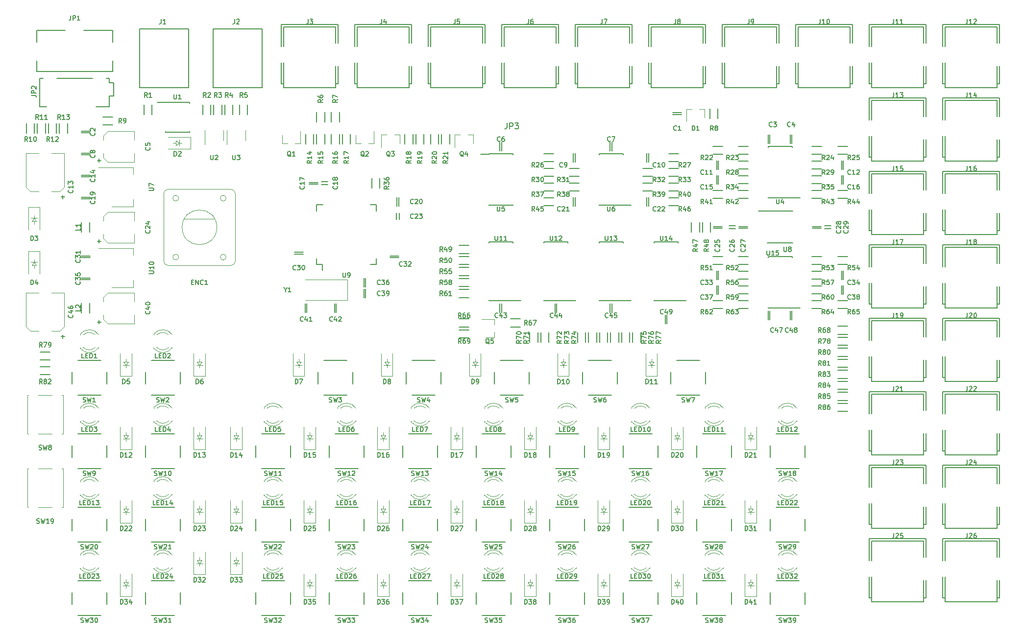
<source format=gto>
G04 #@! TF.FileFunction,Legend,Top*
%FSLAX46Y46*%
G04 Gerber Fmt 4.6, Leading zero omitted, Abs format (unit mm)*
G04 Created by KiCad (PCBNEW 4.0.7) date 2018 November 19, Monday 22:10:46*
%MOMM*%
%LPD*%
G01*
G04 APERTURE LIST*
%ADD10C,0.100000*%
%ADD11C,0.150000*%
%ADD12C,0.120000*%
%ADD13C,0.152400*%
G04 APERTURE END LIST*
D10*
D11*
X165035000Y-95465000D02*
X165035000Y-93765000D01*
X166435000Y-93765000D02*
X166435000Y-95465000D01*
X206550000Y-138700000D02*
X206550000Y-140700000D01*
X211550000Y-136700000D02*
X207550000Y-136700000D01*
X212550000Y-140700000D02*
X212550000Y-138700000D01*
X207550000Y-142700000D02*
X211550000Y-142700000D01*
X193850000Y-138700000D02*
X193850000Y-140700000D01*
X198850000Y-136700000D02*
X194850000Y-136700000D01*
X199850000Y-140700000D02*
X199850000Y-138700000D01*
X194850000Y-142700000D02*
X198850000Y-142700000D01*
X181150000Y-138700000D02*
X181150000Y-140700000D01*
X186150000Y-136700000D02*
X182150000Y-136700000D01*
X187150000Y-140700000D02*
X187150000Y-138700000D01*
X182150000Y-142700000D02*
X186150000Y-142700000D01*
X168450000Y-138700000D02*
X168450000Y-140700000D01*
X173450000Y-136700000D02*
X169450000Y-136700000D01*
X174450000Y-140700000D02*
X174450000Y-138700000D01*
X169450000Y-142700000D02*
X173450000Y-142700000D01*
X155750000Y-138700000D02*
X155750000Y-140700000D01*
X160750000Y-136700000D02*
X156750000Y-136700000D01*
X161750000Y-140700000D02*
X161750000Y-138700000D01*
X156750000Y-142700000D02*
X160750000Y-142700000D01*
X143050000Y-138700000D02*
X143050000Y-140700000D01*
X148050000Y-136700000D02*
X144050000Y-136700000D01*
X149050000Y-140700000D02*
X149050000Y-138700000D01*
X144050000Y-142700000D02*
X148050000Y-142700000D01*
X130350000Y-138700000D02*
X130350000Y-140700000D01*
X135350000Y-136700000D02*
X131350000Y-136700000D01*
X136350000Y-140700000D02*
X136350000Y-138700000D01*
X131350000Y-142700000D02*
X135350000Y-142700000D01*
X117650000Y-138700000D02*
X117650000Y-140700000D01*
X122650000Y-136700000D02*
X118650000Y-136700000D01*
X123650000Y-140700000D02*
X123650000Y-138700000D01*
X118650000Y-142700000D02*
X122650000Y-142700000D01*
X206550000Y-126000000D02*
X206550000Y-128000000D01*
X211550000Y-124000000D02*
X207550000Y-124000000D01*
X212550000Y-128000000D02*
X212550000Y-126000000D01*
X207550000Y-130000000D02*
X211550000Y-130000000D01*
X193850000Y-126000000D02*
X193850000Y-128000000D01*
X198850000Y-124000000D02*
X194850000Y-124000000D01*
X199850000Y-128000000D02*
X199850000Y-126000000D01*
X194850000Y-130000000D02*
X198850000Y-130000000D01*
X181150000Y-126000000D02*
X181150000Y-128000000D01*
X186150000Y-124000000D02*
X182150000Y-124000000D01*
X187150000Y-128000000D02*
X187150000Y-126000000D01*
X182150000Y-130000000D02*
X186150000Y-130000000D01*
X168450000Y-126000000D02*
X168450000Y-128000000D01*
X173450000Y-124000000D02*
X169450000Y-124000000D01*
X174450000Y-128000000D02*
X174450000Y-126000000D01*
X169450000Y-130000000D02*
X173450000Y-130000000D01*
X155750000Y-126000000D02*
X155750000Y-128000000D01*
X160750000Y-124000000D02*
X156750000Y-124000000D01*
X161750000Y-128000000D02*
X161750000Y-126000000D01*
X156750000Y-130000000D02*
X160750000Y-130000000D01*
X143050000Y-126000000D02*
X143050000Y-128000000D01*
X148050000Y-124000000D02*
X144050000Y-124000000D01*
X149050000Y-128000000D02*
X149050000Y-126000000D01*
X144050000Y-130000000D02*
X148050000Y-130000000D01*
X130350000Y-126000000D02*
X130350000Y-128000000D01*
X135350000Y-124000000D02*
X131350000Y-124000000D01*
X136350000Y-128000000D02*
X136350000Y-126000000D01*
X131350000Y-130000000D02*
X135350000Y-130000000D01*
X117650000Y-126000000D02*
X117650000Y-128000000D01*
X122650000Y-124000000D02*
X118650000Y-124000000D01*
X123650000Y-128000000D02*
X123650000Y-126000000D01*
X118650000Y-130000000D02*
X122650000Y-130000000D01*
X206550000Y-113300000D02*
X206550000Y-115300000D01*
X211550000Y-111300000D02*
X207550000Y-111300000D01*
X212550000Y-115300000D02*
X212550000Y-113300000D01*
X207550000Y-117300000D02*
X211550000Y-117300000D01*
X193850000Y-113300000D02*
X193850000Y-115300000D01*
X198850000Y-111300000D02*
X194850000Y-111300000D01*
X199850000Y-115300000D02*
X199850000Y-113300000D01*
X194850000Y-117300000D02*
X198850000Y-117300000D01*
X181150000Y-113300000D02*
X181150000Y-115300000D01*
X186150000Y-111300000D02*
X182150000Y-111300000D01*
X187150000Y-115300000D02*
X187150000Y-113300000D01*
X182150000Y-117300000D02*
X186150000Y-117300000D01*
X168450000Y-113300000D02*
X168450000Y-115300000D01*
X173450000Y-111300000D02*
X169450000Y-111300000D01*
X174450000Y-115300000D02*
X174450000Y-113300000D01*
X169450000Y-117300000D02*
X173450000Y-117300000D01*
X155750000Y-113300000D02*
X155750000Y-115300000D01*
X160750000Y-111300000D02*
X156750000Y-111300000D01*
X161750000Y-115300000D02*
X161750000Y-113300000D01*
X156750000Y-117300000D02*
X160750000Y-117300000D01*
X143050000Y-113300000D02*
X143050000Y-115300000D01*
X148050000Y-111300000D02*
X144050000Y-111300000D01*
X149050000Y-115300000D02*
X149050000Y-113300000D01*
X144050000Y-117300000D02*
X148050000Y-117300000D01*
X130350000Y-113300000D02*
X130350000Y-115300000D01*
X135350000Y-111300000D02*
X131350000Y-111300000D01*
X136350000Y-115300000D02*
X136350000Y-113300000D01*
X131350000Y-117300000D02*
X135350000Y-117300000D01*
X117650000Y-113300000D02*
X117650000Y-115300000D01*
X122650000Y-111300000D02*
X118650000Y-111300000D01*
X123650000Y-115300000D02*
X123650000Y-113300000D01*
X118650000Y-117300000D02*
X122650000Y-117300000D01*
X98600000Y-138700000D02*
X98600000Y-140700000D01*
X103600000Y-136700000D02*
X99600000Y-136700000D01*
X104600000Y-140700000D02*
X104600000Y-138700000D01*
X99600000Y-142700000D02*
X103600000Y-142700000D01*
X85900000Y-138700000D02*
X85900000Y-140700000D01*
X90900000Y-136700000D02*
X86900000Y-136700000D01*
X91900000Y-140700000D02*
X91900000Y-138700000D01*
X86900000Y-142700000D02*
X90900000Y-142700000D01*
X98600000Y-126000000D02*
X98600000Y-128000000D01*
X103600000Y-124000000D02*
X99600000Y-124000000D01*
X104600000Y-128000000D02*
X104600000Y-126000000D01*
X99600000Y-130000000D02*
X103600000Y-130000000D01*
X85900000Y-126000000D02*
X85900000Y-128000000D01*
X90900000Y-124000000D02*
X86900000Y-124000000D01*
X91900000Y-128000000D02*
X91900000Y-126000000D01*
X86900000Y-130000000D02*
X90900000Y-130000000D01*
X98600000Y-113300000D02*
X98600000Y-115300000D01*
X103600000Y-111300000D02*
X99600000Y-111300000D01*
X104600000Y-115300000D02*
X104600000Y-113300000D01*
X99600000Y-117300000D02*
X103600000Y-117300000D01*
X85900000Y-113300000D02*
X85900000Y-115300000D01*
X90900000Y-111300000D02*
X86900000Y-111300000D01*
X91900000Y-115300000D02*
X91900000Y-113300000D01*
X86900000Y-117300000D02*
X90900000Y-117300000D01*
X98600000Y-100600000D02*
X98600000Y-102600000D01*
X103600000Y-98600000D02*
X99600000Y-98600000D01*
X104600000Y-102600000D02*
X104600000Y-100600000D01*
X99600000Y-104600000D02*
X103600000Y-104600000D01*
X85900000Y-100600000D02*
X85900000Y-102600000D01*
X90900000Y-98600000D02*
X86900000Y-98600000D01*
X91900000Y-102600000D02*
X91900000Y-100600000D01*
X86900000Y-104600000D02*
X90900000Y-104600000D01*
X189405000Y-100600000D02*
X189405000Y-102600000D01*
X194405000Y-98600000D02*
X190405000Y-98600000D01*
X195405000Y-102600000D02*
X195405000Y-100600000D01*
X190405000Y-104600000D02*
X194405000Y-104600000D01*
X174165000Y-100600000D02*
X174165000Y-102600000D01*
X179165000Y-98600000D02*
X175165000Y-98600000D01*
X180165000Y-102600000D02*
X180165000Y-100600000D01*
X175165000Y-104600000D02*
X179165000Y-104600000D01*
X158925000Y-100600000D02*
X158925000Y-102600000D01*
X163925000Y-98600000D02*
X159925000Y-98600000D01*
X164925000Y-102600000D02*
X164925000Y-100600000D01*
X159925000Y-104600000D02*
X163925000Y-104600000D01*
X143685000Y-100600000D02*
X143685000Y-102600000D01*
X148685000Y-98600000D02*
X144685000Y-98600000D01*
X149685000Y-102600000D02*
X149685000Y-100600000D01*
X144685000Y-104600000D02*
X148685000Y-104600000D01*
X128445000Y-100600000D02*
X128445000Y-102600000D01*
X133445000Y-98600000D02*
X129445000Y-98600000D01*
X134445000Y-102600000D02*
X134445000Y-100600000D01*
X129445000Y-104600000D02*
X133445000Y-104600000D01*
D12*
X155250000Y-59565000D02*
X154320000Y-59565000D01*
X152090000Y-59565000D02*
X153020000Y-59565000D01*
X152090000Y-59565000D02*
X152090000Y-61725000D01*
X155250000Y-59565000D02*
X155250000Y-61025000D01*
X134945000Y-61085000D02*
X135875000Y-61085000D01*
X138105000Y-61085000D02*
X137175000Y-61085000D01*
X138105000Y-61085000D02*
X138105000Y-58925000D01*
X134945000Y-61085000D02*
X134945000Y-59625000D01*
X142550000Y-59565000D02*
X141620000Y-59565000D01*
X139390000Y-59565000D02*
X140320000Y-59565000D01*
X139390000Y-59565000D02*
X139390000Y-61725000D01*
X142550000Y-59565000D02*
X142550000Y-61025000D01*
X122245000Y-61085000D02*
X123175000Y-61085000D01*
X125405000Y-61085000D02*
X124475000Y-61085000D01*
X125405000Y-61085000D02*
X125405000Y-58925000D01*
X122245000Y-61085000D02*
X122245000Y-59625000D01*
D11*
X128175000Y-81995000D02*
X129175000Y-81995000D01*
X128175000Y-71645000D02*
X129250000Y-71645000D01*
X138525000Y-71645000D02*
X137450000Y-71645000D01*
X138525000Y-81995000D02*
X137450000Y-81995000D01*
X128175000Y-81995000D02*
X128175000Y-80920000D01*
X138525000Y-81995000D02*
X138525000Y-80920000D01*
X138525000Y-71645000D02*
X138525000Y-72720000D01*
X128175000Y-71645000D02*
X128175000Y-72720000D01*
X129175000Y-81995000D02*
X129175000Y-83020000D01*
D12*
X84380000Y-124000000D02*
X84180000Y-124000000D01*
X78180000Y-124000000D02*
X78380000Y-124000000D01*
X78180000Y-117300000D02*
X78380000Y-117300000D01*
X84380000Y-117300000D02*
X84180000Y-117300000D01*
X82480000Y-117300000D02*
X80080000Y-117300000D01*
X82480000Y-124000000D02*
X80080000Y-124000000D01*
X84380000Y-124000000D02*
X84380000Y-117300000D01*
X78180000Y-117300000D02*
X78180000Y-124000000D01*
X78180000Y-104600000D02*
X78380000Y-104600000D01*
X84380000Y-104600000D02*
X84180000Y-104600000D01*
X84380000Y-111300000D02*
X84180000Y-111300000D01*
X78180000Y-111300000D02*
X78380000Y-111300000D01*
X80080000Y-111300000D02*
X82480000Y-111300000D01*
X80080000Y-104600000D02*
X82480000Y-104600000D01*
X78180000Y-104600000D02*
X78180000Y-111300000D01*
X84380000Y-111300000D02*
X84380000Y-104600000D01*
D11*
X181145000Y-71760000D02*
X181145000Y-71735000D01*
X176995000Y-71760000D02*
X176995000Y-71645000D01*
X176995000Y-62860000D02*
X176995000Y-62975000D01*
X181145000Y-62860000D02*
X181145000Y-62975000D01*
X181145000Y-71760000D02*
X176995000Y-71760000D01*
X181145000Y-62860000D02*
X176995000Y-62860000D01*
X181145000Y-71735000D02*
X182520000Y-71735000D01*
X206080000Y-78290000D02*
X210480000Y-78290000D01*
X204505000Y-72765000D02*
X210480000Y-72765000D01*
D12*
X96650000Y-78235000D02*
X96650000Y-76685000D01*
X96650000Y-72895000D02*
X96650000Y-74445000D01*
X91310000Y-77475000D02*
X91310000Y-76685000D01*
X91310000Y-73655000D02*
X91310000Y-74445000D01*
X96650000Y-72895000D02*
X92070000Y-72895000D01*
X92070000Y-72895000D02*
X91310000Y-73655000D01*
X91310000Y-77475000D02*
X92070000Y-78235000D01*
X92070000Y-78235000D02*
X96650000Y-78235000D01*
X77980000Y-62740000D02*
X80160000Y-62740000D01*
X84580000Y-62740000D02*
X82400000Y-62740000D01*
X83820000Y-69340000D02*
X82400000Y-69340000D01*
X78740000Y-69340000D02*
X80160000Y-69340000D01*
X84580000Y-62740000D02*
X84580000Y-68580000D01*
X84580000Y-68580000D02*
X83820000Y-69340000D01*
X78740000Y-69340000D02*
X77980000Y-68580000D01*
X77980000Y-68580000D02*
X77980000Y-62740000D01*
X77980000Y-86870000D02*
X80160000Y-86870000D01*
X84580000Y-86870000D02*
X82400000Y-86870000D01*
X83820000Y-93470000D02*
X82400000Y-93470000D01*
X78740000Y-93470000D02*
X80160000Y-93470000D01*
X84580000Y-86870000D02*
X84580000Y-92710000D01*
X84580000Y-92710000D02*
X83820000Y-93470000D01*
X78740000Y-93470000D02*
X77980000Y-92710000D01*
X77980000Y-92710000D02*
X77980000Y-86870000D01*
X96650000Y-92205000D02*
X96650000Y-90655000D01*
X96650000Y-86865000D02*
X96650000Y-88415000D01*
X91310000Y-91445000D02*
X91310000Y-90655000D01*
X91310000Y-87625000D02*
X91310000Y-88415000D01*
X96650000Y-86865000D02*
X92070000Y-86865000D01*
X92070000Y-86865000D02*
X91310000Y-87625000D01*
X91310000Y-91445000D02*
X92070000Y-92205000D01*
X92070000Y-92205000D02*
X96650000Y-92205000D01*
X96650000Y-64265000D02*
X96650000Y-62715000D01*
X96650000Y-58925000D02*
X96650000Y-60475000D01*
X91310000Y-63505000D02*
X91310000Y-62715000D01*
X91310000Y-59685000D02*
X91310000Y-60475000D01*
X96650000Y-58925000D02*
X92070000Y-58925000D01*
X92070000Y-58925000D02*
X91310000Y-59685000D01*
X91310000Y-63505000D02*
X92070000Y-64265000D01*
X92070000Y-64265000D02*
X96650000Y-64265000D01*
X195255000Y-55120000D02*
X194325000Y-55120000D01*
X192095000Y-55120000D02*
X193025000Y-55120000D01*
X192095000Y-55120000D02*
X192095000Y-57280000D01*
X195255000Y-55120000D02*
X195255000Y-56580000D01*
X96525000Y-71990000D02*
X96525000Y-70730000D01*
X96525000Y-65170000D02*
X96525000Y-66430000D01*
X92765000Y-71990000D02*
X96525000Y-71990000D01*
X90515000Y-65170000D02*
X96525000Y-65170000D01*
X96525000Y-85960000D02*
X96525000Y-84700000D01*
X96525000Y-79140000D02*
X96525000Y-80400000D01*
X92765000Y-85960000D02*
X96525000Y-85960000D01*
X90515000Y-79140000D02*
X96525000Y-79140000D01*
X115910000Y-60590000D02*
X115910000Y-58790000D01*
X112690000Y-58790000D02*
X112690000Y-61240000D01*
D11*
X80360000Y-54670000D02*
X80360000Y-52870000D01*
X81560000Y-54670000D02*
X80360000Y-54670000D01*
X80360000Y-52870000D02*
X80360000Y-50570000D01*
X93160000Y-52870000D02*
X92360000Y-52870000D01*
X93160000Y-50570000D02*
X92360000Y-50570000D01*
X80360000Y-50570000D02*
X80360000Y-49770000D01*
X92360000Y-49770000D02*
X91860000Y-49770000D01*
X92360000Y-50570000D02*
X92360000Y-49770000D01*
X93160000Y-52870000D02*
X93160000Y-50570000D01*
X92360000Y-54670000D02*
X92360000Y-52870000D01*
X92360000Y-54670000D02*
X90060000Y-54670000D01*
X89460000Y-49770000D02*
X83260000Y-49770000D01*
X80960000Y-49770000D02*
X80360000Y-49770000D01*
X171620000Y-88260000D02*
X171620000Y-88235000D01*
X167470000Y-88260000D02*
X167470000Y-88155000D01*
X167470000Y-78110000D02*
X167470000Y-78215000D01*
X171620000Y-78110000D02*
X171620000Y-78215000D01*
X171620000Y-88260000D02*
X167470000Y-88260000D01*
X171620000Y-78110000D02*
X167470000Y-78110000D01*
X171620000Y-88235000D02*
X172995000Y-88235000D01*
X181145000Y-88260000D02*
X181145000Y-88235000D01*
X176995000Y-88260000D02*
X176995000Y-88155000D01*
X176995000Y-78110000D02*
X176995000Y-78215000D01*
X181145000Y-78110000D02*
X181145000Y-78215000D01*
X181145000Y-88260000D02*
X176995000Y-88260000D01*
X181145000Y-78110000D02*
X176995000Y-78110000D01*
X181145000Y-88235000D02*
X182520000Y-88235000D01*
X190670000Y-88260000D02*
X190670000Y-88235000D01*
X186520000Y-88260000D02*
X186520000Y-88155000D01*
X186520000Y-78110000D02*
X186520000Y-78215000D01*
X190670000Y-78110000D02*
X190670000Y-78215000D01*
X190670000Y-88260000D02*
X186520000Y-88260000D01*
X190670000Y-78110000D02*
X186520000Y-78110000D01*
X190670000Y-88235000D02*
X192045000Y-88235000D01*
X162095000Y-88260000D02*
X162095000Y-88235000D01*
X157945000Y-88260000D02*
X157945000Y-88155000D01*
X157945000Y-78110000D02*
X157945000Y-78215000D01*
X162095000Y-78110000D02*
X162095000Y-78215000D01*
X162095000Y-88260000D02*
X157945000Y-88260000D01*
X162095000Y-78110000D02*
X157945000Y-78110000D01*
X162095000Y-88235000D02*
X163470000Y-88235000D01*
X210355000Y-70490000D02*
X210355000Y-70465000D01*
X206205000Y-70490000D02*
X206205000Y-70375000D01*
X206205000Y-61590000D02*
X206205000Y-61705000D01*
X210355000Y-61590000D02*
X210355000Y-61705000D01*
X210355000Y-70490000D02*
X206205000Y-70490000D01*
X210355000Y-61590000D02*
X206205000Y-61590000D01*
X210355000Y-70465000D02*
X211730000Y-70465000D01*
X210374434Y-89540000D02*
X210374434Y-89515000D01*
X206224434Y-89540000D02*
X206224434Y-89425000D01*
X206224434Y-80640000D02*
X206224434Y-80755000D01*
X210374434Y-80640000D02*
X210374434Y-80755000D01*
X210374434Y-89540000D02*
X206224434Y-89540000D01*
X210374434Y-80640000D02*
X206224434Y-80640000D01*
X210374434Y-89515000D02*
X211749434Y-89515000D01*
X157945000Y-62860000D02*
X157945000Y-62885000D01*
X162095000Y-62860000D02*
X162095000Y-62975000D01*
X162095000Y-71760000D02*
X162095000Y-71645000D01*
X157945000Y-71760000D02*
X157945000Y-71645000D01*
X157945000Y-62860000D02*
X162095000Y-62860000D01*
X157945000Y-71760000D02*
X162095000Y-71760000D01*
X157945000Y-62885000D02*
X156570000Y-62885000D01*
X160600000Y-50720000D02*
X160200000Y-50720000D01*
X170000000Y-50720000D02*
X169600000Y-50720000D01*
X160200000Y-44320000D02*
X160200000Y-40520000D01*
X169600000Y-40920000D02*
X160600000Y-40920000D01*
X170000000Y-43720000D02*
X170000000Y-40520000D01*
X169600000Y-51420000D02*
X160600000Y-51420000D01*
X160600000Y-44320000D02*
X160600000Y-40920000D01*
X170000000Y-40520000D02*
X160200000Y-40520000D01*
X169600000Y-51420000D02*
X169600000Y-47720000D01*
X169600000Y-43720000D02*
X169600000Y-40920000D01*
X170000000Y-50720000D02*
X170000000Y-47720000D01*
X160600000Y-51420000D02*
X160600000Y-47120000D01*
X160200000Y-50720000D02*
X160200000Y-47120000D01*
X135200000Y-50720000D02*
X134800000Y-50720000D01*
X144600000Y-50720000D02*
X144200000Y-50720000D01*
X134800000Y-44320000D02*
X134800000Y-40520000D01*
X144200000Y-40920000D02*
X135200000Y-40920000D01*
X144600000Y-43720000D02*
X144600000Y-40520000D01*
X144200000Y-51420000D02*
X135200000Y-51420000D01*
X135200000Y-44320000D02*
X135200000Y-40920000D01*
X144600000Y-40520000D02*
X134800000Y-40520000D01*
X144200000Y-51420000D02*
X144200000Y-47720000D01*
X144200000Y-43720000D02*
X144200000Y-40920000D01*
X144600000Y-50720000D02*
X144600000Y-47720000D01*
X135200000Y-51420000D02*
X135200000Y-47120000D01*
X134800000Y-50720000D02*
X134800000Y-47120000D01*
X224100000Y-139620000D02*
X223700000Y-139620000D01*
X233500000Y-139620000D02*
X233100000Y-139620000D01*
X223700000Y-133220000D02*
X223700000Y-129420000D01*
X233100000Y-129820000D02*
X224100000Y-129820000D01*
X233500000Y-132620000D02*
X233500000Y-129420000D01*
X233100000Y-140320000D02*
X224100000Y-140320000D01*
X224100000Y-133220000D02*
X224100000Y-129820000D01*
X233500000Y-129420000D02*
X223700000Y-129420000D01*
X233100000Y-140320000D02*
X233100000Y-136620000D01*
X233100000Y-132620000D02*
X233100000Y-129820000D01*
X233500000Y-139620000D02*
X233500000Y-136620000D01*
X224100000Y-140320000D02*
X224100000Y-136020000D01*
X223700000Y-139620000D02*
X223700000Y-136020000D01*
X224100000Y-126920000D02*
X223700000Y-126920000D01*
X233500000Y-126920000D02*
X233100000Y-126920000D01*
X223700000Y-120520000D02*
X223700000Y-116720000D01*
X233100000Y-117120000D02*
X224100000Y-117120000D01*
X233500000Y-119920000D02*
X233500000Y-116720000D01*
X233100000Y-127620000D02*
X224100000Y-127620000D01*
X224100000Y-120520000D02*
X224100000Y-117120000D01*
X233500000Y-116720000D02*
X223700000Y-116720000D01*
X233100000Y-127620000D02*
X233100000Y-123920000D01*
X233100000Y-119920000D02*
X233100000Y-117120000D01*
X233500000Y-126920000D02*
X233500000Y-123920000D01*
X224100000Y-127620000D02*
X224100000Y-123320000D01*
X223700000Y-126920000D02*
X223700000Y-123320000D01*
X224100000Y-114220000D02*
X223700000Y-114220000D01*
X233500000Y-114220000D02*
X233100000Y-114220000D01*
X223700000Y-107820000D02*
X223700000Y-104020000D01*
X233100000Y-104420000D02*
X224100000Y-104420000D01*
X233500000Y-107220000D02*
X233500000Y-104020000D01*
X233100000Y-114920000D02*
X224100000Y-114920000D01*
X224100000Y-107820000D02*
X224100000Y-104420000D01*
X233500000Y-104020000D02*
X223700000Y-104020000D01*
X233100000Y-114920000D02*
X233100000Y-111220000D01*
X233100000Y-107220000D02*
X233100000Y-104420000D01*
X233500000Y-114220000D02*
X233500000Y-111220000D01*
X224100000Y-114920000D02*
X224100000Y-110620000D01*
X223700000Y-114220000D02*
X223700000Y-110620000D01*
X224100000Y-101520000D02*
X223700000Y-101520000D01*
X233500000Y-101520000D02*
X233100000Y-101520000D01*
X223700000Y-95120000D02*
X223700000Y-91320000D01*
X233100000Y-91720000D02*
X224100000Y-91720000D01*
X233500000Y-94520000D02*
X233500000Y-91320000D01*
X233100000Y-102220000D02*
X224100000Y-102220000D01*
X224100000Y-95120000D02*
X224100000Y-91720000D01*
X233500000Y-91320000D02*
X223700000Y-91320000D01*
X233100000Y-102220000D02*
X233100000Y-98520000D01*
X233100000Y-94520000D02*
X233100000Y-91720000D01*
X233500000Y-101520000D02*
X233500000Y-98520000D01*
X224100000Y-102220000D02*
X224100000Y-97920000D01*
X223700000Y-101520000D02*
X223700000Y-97920000D01*
X224100000Y-88820000D02*
X223700000Y-88820000D01*
X233500000Y-88820000D02*
X233100000Y-88820000D01*
X223700000Y-82420000D02*
X223700000Y-78620000D01*
X233100000Y-79020000D02*
X224100000Y-79020000D01*
X233500000Y-81820000D02*
X233500000Y-78620000D01*
X233100000Y-89520000D02*
X224100000Y-89520000D01*
X224100000Y-82420000D02*
X224100000Y-79020000D01*
X233500000Y-78620000D02*
X223700000Y-78620000D01*
X233100000Y-89520000D02*
X233100000Y-85820000D01*
X233100000Y-81820000D02*
X233100000Y-79020000D01*
X233500000Y-88820000D02*
X233500000Y-85820000D01*
X224100000Y-89520000D02*
X224100000Y-85220000D01*
X223700000Y-88820000D02*
X223700000Y-85220000D01*
X224100000Y-76120000D02*
X223700000Y-76120000D01*
X233500000Y-76120000D02*
X233100000Y-76120000D01*
X223700000Y-69720000D02*
X223700000Y-65920000D01*
X233100000Y-66320000D02*
X224100000Y-66320000D01*
X233500000Y-69120000D02*
X233500000Y-65920000D01*
X233100000Y-76820000D02*
X224100000Y-76820000D01*
X224100000Y-69720000D02*
X224100000Y-66320000D01*
X233500000Y-65920000D02*
X223700000Y-65920000D01*
X233100000Y-76820000D02*
X233100000Y-73120000D01*
X233100000Y-69120000D02*
X233100000Y-66320000D01*
X233500000Y-76120000D02*
X233500000Y-73120000D01*
X224100000Y-76820000D02*
X224100000Y-72520000D01*
X223700000Y-76120000D02*
X223700000Y-72520000D01*
X224100000Y-63420000D02*
X223700000Y-63420000D01*
X233500000Y-63420000D02*
X233100000Y-63420000D01*
X223700000Y-57020000D02*
X223700000Y-53220000D01*
X233100000Y-53620000D02*
X224100000Y-53620000D01*
X233500000Y-56420000D02*
X233500000Y-53220000D01*
X233100000Y-64120000D02*
X224100000Y-64120000D01*
X224100000Y-57020000D02*
X224100000Y-53620000D01*
X233500000Y-53220000D02*
X223700000Y-53220000D01*
X233100000Y-64120000D02*
X233100000Y-60420000D01*
X233100000Y-56420000D02*
X233100000Y-53620000D01*
X233500000Y-63420000D02*
X233500000Y-60420000D01*
X224100000Y-64120000D02*
X224100000Y-59820000D01*
X223700000Y-63420000D02*
X223700000Y-59820000D01*
X224100000Y-50720000D02*
X223700000Y-50720000D01*
X233500000Y-50720000D02*
X233100000Y-50720000D01*
X223700000Y-44320000D02*
X223700000Y-40520000D01*
X233100000Y-40920000D02*
X224100000Y-40920000D01*
X233500000Y-43720000D02*
X233500000Y-40520000D01*
X233100000Y-51420000D02*
X224100000Y-51420000D01*
X224100000Y-44320000D02*
X224100000Y-40920000D01*
X233500000Y-40520000D02*
X223700000Y-40520000D01*
X233100000Y-51420000D02*
X233100000Y-47720000D01*
X233100000Y-43720000D02*
X233100000Y-40920000D01*
X233500000Y-50720000D02*
X233500000Y-47720000D01*
X224100000Y-51420000D02*
X224100000Y-47120000D01*
X223700000Y-50720000D02*
X223700000Y-47120000D01*
X211400000Y-50720000D02*
X211000000Y-50720000D01*
X220800000Y-50720000D02*
X220400000Y-50720000D01*
X211000000Y-44320000D02*
X211000000Y-40520000D01*
X220400000Y-40920000D02*
X211400000Y-40920000D01*
X220800000Y-43720000D02*
X220800000Y-40520000D01*
X220400000Y-51420000D02*
X211400000Y-51420000D01*
X211400000Y-44320000D02*
X211400000Y-40920000D01*
X220800000Y-40520000D02*
X211000000Y-40520000D01*
X220400000Y-51420000D02*
X220400000Y-47720000D01*
X220400000Y-43720000D02*
X220400000Y-40920000D01*
X220800000Y-50720000D02*
X220800000Y-47720000D01*
X211400000Y-51420000D02*
X211400000Y-47120000D01*
X211000000Y-50720000D02*
X211000000Y-47120000D01*
X198700000Y-50720000D02*
X198300000Y-50720000D01*
X208100000Y-50720000D02*
X207700000Y-50720000D01*
X198300000Y-44320000D02*
X198300000Y-40520000D01*
X207700000Y-40920000D02*
X198700000Y-40920000D01*
X208100000Y-43720000D02*
X208100000Y-40520000D01*
X207700000Y-51420000D02*
X198700000Y-51420000D01*
X198700000Y-44320000D02*
X198700000Y-40920000D01*
X208100000Y-40520000D02*
X198300000Y-40520000D01*
X207700000Y-51420000D02*
X207700000Y-47720000D01*
X207700000Y-43720000D02*
X207700000Y-40920000D01*
X208100000Y-50720000D02*
X208100000Y-47720000D01*
X198700000Y-51420000D02*
X198700000Y-47120000D01*
X198300000Y-50720000D02*
X198300000Y-47120000D01*
X186000000Y-50720000D02*
X185600000Y-50720000D01*
X195400000Y-50720000D02*
X195000000Y-50720000D01*
X185600000Y-44320000D02*
X185600000Y-40520000D01*
X195000000Y-40920000D02*
X186000000Y-40920000D01*
X195400000Y-43720000D02*
X195400000Y-40520000D01*
X195000000Y-51420000D02*
X186000000Y-51420000D01*
X186000000Y-44320000D02*
X186000000Y-40920000D01*
X195400000Y-40520000D02*
X185600000Y-40520000D01*
X195000000Y-51420000D02*
X195000000Y-47720000D01*
X195000000Y-43720000D02*
X195000000Y-40920000D01*
X195400000Y-50720000D02*
X195400000Y-47720000D01*
X186000000Y-51420000D02*
X186000000Y-47120000D01*
X185600000Y-50720000D02*
X185600000Y-47120000D01*
X173300000Y-50720000D02*
X172900000Y-50720000D01*
X182700000Y-50720000D02*
X182300000Y-50720000D01*
X172900000Y-44320000D02*
X172900000Y-40520000D01*
X182300000Y-40920000D02*
X173300000Y-40920000D01*
X182700000Y-43720000D02*
X182700000Y-40520000D01*
X182300000Y-51420000D02*
X173300000Y-51420000D01*
X173300000Y-44320000D02*
X173300000Y-40920000D01*
X182700000Y-40520000D02*
X172900000Y-40520000D01*
X182300000Y-51420000D02*
X182300000Y-47720000D01*
X182300000Y-43720000D02*
X182300000Y-40920000D01*
X182700000Y-50720000D02*
X182700000Y-47720000D01*
X173300000Y-51420000D02*
X173300000Y-47120000D01*
X172900000Y-50720000D02*
X172900000Y-47120000D01*
X236800000Y-139620000D02*
X236400000Y-139620000D01*
X246200000Y-139620000D02*
X245800000Y-139620000D01*
X236400000Y-133220000D02*
X236400000Y-129420000D01*
X245800000Y-129820000D02*
X236800000Y-129820000D01*
X246200000Y-132620000D02*
X246200000Y-129420000D01*
X245800000Y-140320000D02*
X236800000Y-140320000D01*
X236800000Y-133220000D02*
X236800000Y-129820000D01*
X246200000Y-129420000D02*
X236400000Y-129420000D01*
X245800000Y-140320000D02*
X245800000Y-136620000D01*
X245800000Y-132620000D02*
X245800000Y-129820000D01*
X246200000Y-139620000D02*
X246200000Y-136620000D01*
X236800000Y-140320000D02*
X236800000Y-136020000D01*
X236400000Y-139620000D02*
X236400000Y-136020000D01*
X236800000Y-126920000D02*
X236400000Y-126920000D01*
X246200000Y-126920000D02*
X245800000Y-126920000D01*
X236400000Y-120520000D02*
X236400000Y-116720000D01*
X245800000Y-117120000D02*
X236800000Y-117120000D01*
X246200000Y-119920000D02*
X246200000Y-116720000D01*
X245800000Y-127620000D02*
X236800000Y-127620000D01*
X236800000Y-120520000D02*
X236800000Y-117120000D01*
X246200000Y-116720000D02*
X236400000Y-116720000D01*
X245800000Y-127620000D02*
X245800000Y-123920000D01*
X245800000Y-119920000D02*
X245800000Y-117120000D01*
X246200000Y-126920000D02*
X246200000Y-123920000D01*
X236800000Y-127620000D02*
X236800000Y-123320000D01*
X236400000Y-126920000D02*
X236400000Y-123320000D01*
X236800000Y-114220000D02*
X236400000Y-114220000D01*
X246200000Y-114220000D02*
X245800000Y-114220000D01*
X236400000Y-107820000D02*
X236400000Y-104020000D01*
X245800000Y-104420000D02*
X236800000Y-104420000D01*
X246200000Y-107220000D02*
X246200000Y-104020000D01*
X245800000Y-114920000D02*
X236800000Y-114920000D01*
X236800000Y-107820000D02*
X236800000Y-104420000D01*
X246200000Y-104020000D02*
X236400000Y-104020000D01*
X245800000Y-114920000D02*
X245800000Y-111220000D01*
X245800000Y-107220000D02*
X245800000Y-104420000D01*
X246200000Y-114220000D02*
X246200000Y-111220000D01*
X236800000Y-114920000D02*
X236800000Y-110620000D01*
X236400000Y-114220000D02*
X236400000Y-110620000D01*
X236800000Y-101520000D02*
X236400000Y-101520000D01*
X246200000Y-101520000D02*
X245800000Y-101520000D01*
X236400000Y-95120000D02*
X236400000Y-91320000D01*
X245800000Y-91720000D02*
X236800000Y-91720000D01*
X246200000Y-94520000D02*
X246200000Y-91320000D01*
X245800000Y-102220000D02*
X236800000Y-102220000D01*
X236800000Y-95120000D02*
X236800000Y-91720000D01*
X246200000Y-91320000D02*
X236400000Y-91320000D01*
X245800000Y-102220000D02*
X245800000Y-98520000D01*
X245800000Y-94520000D02*
X245800000Y-91720000D01*
X246200000Y-101520000D02*
X246200000Y-98520000D01*
X236800000Y-102220000D02*
X236800000Y-97920000D01*
X236400000Y-101520000D02*
X236400000Y-97920000D01*
X236800000Y-88820000D02*
X236400000Y-88820000D01*
X246200000Y-88820000D02*
X245800000Y-88820000D01*
X236400000Y-82420000D02*
X236400000Y-78620000D01*
X245800000Y-79020000D02*
X236800000Y-79020000D01*
X246200000Y-81820000D02*
X246200000Y-78620000D01*
X245800000Y-89520000D02*
X236800000Y-89520000D01*
X236800000Y-82420000D02*
X236800000Y-79020000D01*
X246200000Y-78620000D02*
X236400000Y-78620000D01*
X245800000Y-89520000D02*
X245800000Y-85820000D01*
X245800000Y-81820000D02*
X245800000Y-79020000D01*
X246200000Y-88820000D02*
X246200000Y-85820000D01*
X236800000Y-89520000D02*
X236800000Y-85220000D01*
X236400000Y-88820000D02*
X236400000Y-85220000D01*
X236800000Y-76120000D02*
X236400000Y-76120000D01*
X246200000Y-76120000D02*
X245800000Y-76120000D01*
X236400000Y-69720000D02*
X236400000Y-65920000D01*
X245800000Y-66320000D02*
X236800000Y-66320000D01*
X246200000Y-69120000D02*
X246200000Y-65920000D01*
X245800000Y-76820000D02*
X236800000Y-76820000D01*
X236800000Y-69720000D02*
X236800000Y-66320000D01*
X246200000Y-65920000D02*
X236400000Y-65920000D01*
X245800000Y-76820000D02*
X245800000Y-73120000D01*
X245800000Y-69120000D02*
X245800000Y-66320000D01*
X246200000Y-76120000D02*
X246200000Y-73120000D01*
X236800000Y-76820000D02*
X236800000Y-72520000D01*
X236400000Y-76120000D02*
X236400000Y-72520000D01*
X236800000Y-63420000D02*
X236400000Y-63420000D01*
X246200000Y-63420000D02*
X245800000Y-63420000D01*
X236400000Y-57020000D02*
X236400000Y-53220000D01*
X245800000Y-53620000D02*
X236800000Y-53620000D01*
X246200000Y-56420000D02*
X246200000Y-53220000D01*
X245800000Y-64120000D02*
X236800000Y-64120000D01*
X236800000Y-57020000D02*
X236800000Y-53620000D01*
X246200000Y-53220000D02*
X236400000Y-53220000D01*
X245800000Y-64120000D02*
X245800000Y-60420000D01*
X245800000Y-56420000D02*
X245800000Y-53620000D01*
X246200000Y-63420000D02*
X246200000Y-60420000D01*
X236800000Y-64120000D02*
X236800000Y-59820000D01*
X236400000Y-63420000D02*
X236400000Y-59820000D01*
X236800000Y-50720000D02*
X236400000Y-50720000D01*
X246200000Y-50720000D02*
X245800000Y-50720000D01*
X236400000Y-44320000D02*
X236400000Y-40520000D01*
X245800000Y-40920000D02*
X236800000Y-40920000D01*
X246200000Y-43720000D02*
X246200000Y-40520000D01*
X245800000Y-51420000D02*
X236800000Y-51420000D01*
X236800000Y-44320000D02*
X236800000Y-40920000D01*
X246200000Y-40520000D02*
X236400000Y-40520000D01*
X245800000Y-51420000D02*
X245800000Y-47720000D01*
X245800000Y-43720000D02*
X245800000Y-40920000D01*
X246200000Y-50720000D02*
X246200000Y-47720000D01*
X236800000Y-51420000D02*
X236800000Y-47120000D01*
X236400000Y-50720000D02*
X236400000Y-47120000D01*
X147900000Y-50720000D02*
X147500000Y-50720000D01*
X157300000Y-50720000D02*
X156900000Y-50720000D01*
X147500000Y-44320000D02*
X147500000Y-40520000D01*
X156900000Y-40920000D02*
X147900000Y-40920000D01*
X157300000Y-43720000D02*
X157300000Y-40520000D01*
X156900000Y-51420000D02*
X147900000Y-51420000D01*
X147900000Y-44320000D02*
X147900000Y-40920000D01*
X157300000Y-40520000D02*
X147500000Y-40520000D01*
X156900000Y-51420000D02*
X156900000Y-47720000D01*
X156900000Y-43720000D02*
X156900000Y-40920000D01*
X157300000Y-50720000D02*
X157300000Y-47720000D01*
X147900000Y-51420000D02*
X147900000Y-47120000D01*
X147500000Y-50720000D02*
X147500000Y-47120000D01*
X122500000Y-50720000D02*
X122100000Y-50720000D01*
X131900000Y-50720000D02*
X131500000Y-50720000D01*
X122100000Y-44320000D02*
X122100000Y-40520000D01*
X131500000Y-40920000D02*
X122500000Y-40920000D01*
X131900000Y-43720000D02*
X131900000Y-40520000D01*
X131500000Y-51420000D02*
X122500000Y-51420000D01*
X122500000Y-44320000D02*
X122500000Y-40920000D01*
X131900000Y-40520000D02*
X122100000Y-40520000D01*
X131500000Y-51420000D02*
X131500000Y-47720000D01*
X131500000Y-43720000D02*
X131500000Y-40920000D01*
X131900000Y-50720000D02*
X131900000Y-47720000D01*
X122500000Y-51420000D02*
X122500000Y-47120000D01*
X122100000Y-50720000D02*
X122100000Y-47120000D01*
X92910000Y-41495000D02*
X92910000Y-43520617D01*
X79810000Y-41495000D02*
X79810000Y-43520617D01*
X79810000Y-48645000D02*
X92910000Y-48645000D01*
X79810000Y-41495000D02*
X84760063Y-41495000D01*
X87959937Y-41495000D02*
X92910000Y-41495000D01*
X79810000Y-46719351D02*
X79810000Y-48645000D01*
X92910000Y-46719351D02*
X92910000Y-48645000D01*
D12*
X104350000Y-80715000D02*
G75*
G03X104350000Y-80715000I-500000J0D01*
G01*
X112550000Y-80715000D02*
G75*
G03X112550000Y-80715000I-500000J0D01*
G01*
X112550000Y-70515000D02*
G75*
G03X112550000Y-70515000I-500000J0D01*
G01*
X104350000Y-70515000D02*
G75*
G03X104350000Y-70515000I-500000J0D01*
G01*
X101750000Y-81365000D02*
X101750000Y-69765000D01*
X114150000Y-69765000D02*
X114150000Y-81365000D01*
X102550000Y-68965000D02*
X113350000Y-68965000D01*
X102550000Y-82165000D02*
X113350000Y-82165000D01*
X102550000Y-68965000D02*
G75*
G03X101750000Y-69765000I0J-800000D01*
G01*
X101750000Y-81365000D02*
G75*
G03X102550000Y-82165000I800000J0D01*
G01*
X113350000Y-82165000D02*
G75*
G03X114150000Y-81365000I0J800000D01*
G01*
X114150000Y-69765000D02*
G75*
G03X113350000Y-68965000I-800000J0D01*
G01*
X105350000Y-74065000D02*
X110550000Y-74065000D01*
X110950000Y-75565000D02*
G75*
G03X110950000Y-75565000I-3000000J0D01*
G01*
X158875000Y-94605000D02*
X158875000Y-93675000D01*
X158875000Y-91445000D02*
X158875000Y-92375000D01*
X158875000Y-91445000D02*
X156715000Y-91445000D01*
X158875000Y-94605000D02*
X157415000Y-94605000D01*
X90572335Y-94171392D02*
G75*
G03X87340000Y-94014484I-1672335J-1078608D01*
G01*
X90572335Y-96328608D02*
G75*
G02X87340000Y-96485516I-1672335J1078608D01*
G01*
X89941130Y-94170163D02*
G75*
G03X87859039Y-94170000I-1041130J-1079837D01*
G01*
X89941130Y-96329837D02*
G75*
G02X87859039Y-96330000I-1041130J1079837D01*
G01*
X87340000Y-94014000D02*
X87340000Y-94170000D01*
X87340000Y-96330000D02*
X87340000Y-96486000D01*
X103272335Y-94171392D02*
G75*
G03X100040000Y-94014484I-1672335J-1078608D01*
G01*
X103272335Y-96328608D02*
G75*
G02X100040000Y-96485516I-1672335J1078608D01*
G01*
X102641130Y-94170163D02*
G75*
G03X100559039Y-94170000I-1041130J-1079837D01*
G01*
X102641130Y-96329837D02*
G75*
G02X100559039Y-96330000I-1041130J1079837D01*
G01*
X100040000Y-94014000D02*
X100040000Y-94170000D01*
X100040000Y-96330000D02*
X100040000Y-96486000D01*
X90572335Y-106871392D02*
G75*
G03X87340000Y-106714484I-1672335J-1078608D01*
G01*
X90572335Y-109028608D02*
G75*
G02X87340000Y-109185516I-1672335J1078608D01*
G01*
X89941130Y-106870163D02*
G75*
G03X87859039Y-106870000I-1041130J-1079837D01*
G01*
X89941130Y-109029837D02*
G75*
G02X87859039Y-109030000I-1041130J1079837D01*
G01*
X87340000Y-106714000D02*
X87340000Y-106870000D01*
X87340000Y-109030000D02*
X87340000Y-109186000D01*
X103272335Y-106871392D02*
G75*
G03X100040000Y-106714484I-1672335J-1078608D01*
G01*
X103272335Y-109028608D02*
G75*
G02X100040000Y-109185516I-1672335J1078608D01*
G01*
X102641130Y-106870163D02*
G75*
G03X100559039Y-106870000I-1041130J-1079837D01*
G01*
X102641130Y-109029837D02*
G75*
G02X100559039Y-109030000I-1041130J1079837D01*
G01*
X100040000Y-106714000D02*
X100040000Y-106870000D01*
X100040000Y-109030000D02*
X100040000Y-109186000D01*
X90572335Y-119571392D02*
G75*
G03X87340000Y-119414484I-1672335J-1078608D01*
G01*
X90572335Y-121728608D02*
G75*
G02X87340000Y-121885516I-1672335J1078608D01*
G01*
X89941130Y-119570163D02*
G75*
G03X87859039Y-119570000I-1041130J-1079837D01*
G01*
X89941130Y-121729837D02*
G75*
G02X87859039Y-121730000I-1041130J1079837D01*
G01*
X87340000Y-119414000D02*
X87340000Y-119570000D01*
X87340000Y-121730000D02*
X87340000Y-121886000D01*
X103272335Y-119571392D02*
G75*
G03X100040000Y-119414484I-1672335J-1078608D01*
G01*
X103272335Y-121728608D02*
G75*
G02X100040000Y-121885516I-1672335J1078608D01*
G01*
X102641130Y-119570163D02*
G75*
G03X100559039Y-119570000I-1041130J-1079837D01*
G01*
X102641130Y-121729837D02*
G75*
G02X100559039Y-121730000I-1041130J1079837D01*
G01*
X100040000Y-119414000D02*
X100040000Y-119570000D01*
X100040000Y-121730000D02*
X100040000Y-121886000D01*
X90572335Y-132271392D02*
G75*
G03X87340000Y-132114484I-1672335J-1078608D01*
G01*
X90572335Y-134428608D02*
G75*
G02X87340000Y-134585516I-1672335J1078608D01*
G01*
X89941130Y-132270163D02*
G75*
G03X87859039Y-132270000I-1041130J-1079837D01*
G01*
X89941130Y-134429837D02*
G75*
G02X87859039Y-134430000I-1041130J1079837D01*
G01*
X87340000Y-132114000D02*
X87340000Y-132270000D01*
X87340000Y-134430000D02*
X87340000Y-134586000D01*
X103272335Y-132271392D02*
G75*
G03X100040000Y-132114484I-1672335J-1078608D01*
G01*
X103272335Y-134428608D02*
G75*
G02X100040000Y-134585516I-1672335J1078608D01*
G01*
X102641130Y-132270163D02*
G75*
G03X100559039Y-132270000I-1041130J-1079837D01*
G01*
X102641130Y-134429837D02*
G75*
G02X100559039Y-134430000I-1041130J1079837D01*
G01*
X100040000Y-132114000D02*
X100040000Y-132270000D01*
X100040000Y-134430000D02*
X100040000Y-134586000D01*
X122322335Y-106871392D02*
G75*
G03X119090000Y-106714484I-1672335J-1078608D01*
G01*
X122322335Y-109028608D02*
G75*
G02X119090000Y-109185516I-1672335J1078608D01*
G01*
X121691130Y-106870163D02*
G75*
G03X119609039Y-106870000I-1041130J-1079837D01*
G01*
X121691130Y-109029837D02*
G75*
G02X119609039Y-109030000I-1041130J1079837D01*
G01*
X119090000Y-106714000D02*
X119090000Y-106870000D01*
X119090000Y-109030000D02*
X119090000Y-109186000D01*
X135022335Y-106871392D02*
G75*
G03X131790000Y-106714484I-1672335J-1078608D01*
G01*
X135022335Y-109028608D02*
G75*
G02X131790000Y-109185516I-1672335J1078608D01*
G01*
X134391130Y-106870163D02*
G75*
G03X132309039Y-106870000I-1041130J-1079837D01*
G01*
X134391130Y-109029837D02*
G75*
G02X132309039Y-109030000I-1041130J1079837D01*
G01*
X131790000Y-106714000D02*
X131790000Y-106870000D01*
X131790000Y-109030000D02*
X131790000Y-109186000D01*
X147722335Y-106871392D02*
G75*
G03X144490000Y-106714484I-1672335J-1078608D01*
G01*
X147722335Y-109028608D02*
G75*
G02X144490000Y-109185516I-1672335J1078608D01*
G01*
X147091130Y-106870163D02*
G75*
G03X145009039Y-106870000I-1041130J-1079837D01*
G01*
X147091130Y-109029837D02*
G75*
G02X145009039Y-109030000I-1041130J1079837D01*
G01*
X144490000Y-106714000D02*
X144490000Y-106870000D01*
X144490000Y-109030000D02*
X144490000Y-109186000D01*
X160422335Y-106871392D02*
G75*
G03X157190000Y-106714484I-1672335J-1078608D01*
G01*
X160422335Y-109028608D02*
G75*
G02X157190000Y-109185516I-1672335J1078608D01*
G01*
X159791130Y-106870163D02*
G75*
G03X157709039Y-106870000I-1041130J-1079837D01*
G01*
X159791130Y-109029837D02*
G75*
G02X157709039Y-109030000I-1041130J1079837D01*
G01*
X157190000Y-106714000D02*
X157190000Y-106870000D01*
X157190000Y-109030000D02*
X157190000Y-109186000D01*
X173122335Y-106871392D02*
G75*
G03X169890000Y-106714484I-1672335J-1078608D01*
G01*
X173122335Y-109028608D02*
G75*
G02X169890000Y-109185516I-1672335J1078608D01*
G01*
X172491130Y-106870163D02*
G75*
G03X170409039Y-106870000I-1041130J-1079837D01*
G01*
X172491130Y-109029837D02*
G75*
G02X170409039Y-109030000I-1041130J1079837D01*
G01*
X169890000Y-106714000D02*
X169890000Y-106870000D01*
X169890000Y-109030000D02*
X169890000Y-109186000D01*
X185822335Y-106871392D02*
G75*
G03X182590000Y-106714484I-1672335J-1078608D01*
G01*
X185822335Y-109028608D02*
G75*
G02X182590000Y-109185516I-1672335J1078608D01*
G01*
X185191130Y-106870163D02*
G75*
G03X183109039Y-106870000I-1041130J-1079837D01*
G01*
X185191130Y-109029837D02*
G75*
G02X183109039Y-109030000I-1041130J1079837D01*
G01*
X182590000Y-106714000D02*
X182590000Y-106870000D01*
X182590000Y-109030000D02*
X182590000Y-109186000D01*
X198522335Y-106871392D02*
G75*
G03X195290000Y-106714484I-1672335J-1078608D01*
G01*
X198522335Y-109028608D02*
G75*
G02X195290000Y-109185516I-1672335J1078608D01*
G01*
X197891130Y-106870163D02*
G75*
G03X195809039Y-106870000I-1041130J-1079837D01*
G01*
X197891130Y-109029837D02*
G75*
G02X195809039Y-109030000I-1041130J1079837D01*
G01*
X195290000Y-106714000D02*
X195290000Y-106870000D01*
X195290000Y-109030000D02*
X195290000Y-109186000D01*
X211222335Y-106871392D02*
G75*
G03X207990000Y-106714484I-1672335J-1078608D01*
G01*
X211222335Y-109028608D02*
G75*
G02X207990000Y-109185516I-1672335J1078608D01*
G01*
X210591130Y-106870163D02*
G75*
G03X208509039Y-106870000I-1041130J-1079837D01*
G01*
X210591130Y-109029837D02*
G75*
G02X208509039Y-109030000I-1041130J1079837D01*
G01*
X207990000Y-106714000D02*
X207990000Y-106870000D01*
X207990000Y-109030000D02*
X207990000Y-109186000D01*
X122322335Y-119571392D02*
G75*
G03X119090000Y-119414484I-1672335J-1078608D01*
G01*
X122322335Y-121728608D02*
G75*
G02X119090000Y-121885516I-1672335J1078608D01*
G01*
X121691130Y-119570163D02*
G75*
G03X119609039Y-119570000I-1041130J-1079837D01*
G01*
X121691130Y-121729837D02*
G75*
G02X119609039Y-121730000I-1041130J1079837D01*
G01*
X119090000Y-119414000D02*
X119090000Y-119570000D01*
X119090000Y-121730000D02*
X119090000Y-121886000D01*
X135022335Y-119571392D02*
G75*
G03X131790000Y-119414484I-1672335J-1078608D01*
G01*
X135022335Y-121728608D02*
G75*
G02X131790000Y-121885516I-1672335J1078608D01*
G01*
X134391130Y-119570163D02*
G75*
G03X132309039Y-119570000I-1041130J-1079837D01*
G01*
X134391130Y-121729837D02*
G75*
G02X132309039Y-121730000I-1041130J1079837D01*
G01*
X131790000Y-119414000D02*
X131790000Y-119570000D01*
X131790000Y-121730000D02*
X131790000Y-121886000D01*
X147722335Y-119571392D02*
G75*
G03X144490000Y-119414484I-1672335J-1078608D01*
G01*
X147722335Y-121728608D02*
G75*
G02X144490000Y-121885516I-1672335J1078608D01*
G01*
X147091130Y-119570163D02*
G75*
G03X145009039Y-119570000I-1041130J-1079837D01*
G01*
X147091130Y-121729837D02*
G75*
G02X145009039Y-121730000I-1041130J1079837D01*
G01*
X144490000Y-119414000D02*
X144490000Y-119570000D01*
X144490000Y-121730000D02*
X144490000Y-121886000D01*
X160422335Y-119571392D02*
G75*
G03X157190000Y-119414484I-1672335J-1078608D01*
G01*
X160422335Y-121728608D02*
G75*
G02X157190000Y-121885516I-1672335J1078608D01*
G01*
X159791130Y-119570163D02*
G75*
G03X157709039Y-119570000I-1041130J-1079837D01*
G01*
X159791130Y-121729837D02*
G75*
G02X157709039Y-121730000I-1041130J1079837D01*
G01*
X157190000Y-119414000D02*
X157190000Y-119570000D01*
X157190000Y-121730000D02*
X157190000Y-121886000D01*
X173122335Y-119571392D02*
G75*
G03X169890000Y-119414484I-1672335J-1078608D01*
G01*
X173122335Y-121728608D02*
G75*
G02X169890000Y-121885516I-1672335J1078608D01*
G01*
X172491130Y-119570163D02*
G75*
G03X170409039Y-119570000I-1041130J-1079837D01*
G01*
X172491130Y-121729837D02*
G75*
G02X170409039Y-121730000I-1041130J1079837D01*
G01*
X169890000Y-119414000D02*
X169890000Y-119570000D01*
X169890000Y-121730000D02*
X169890000Y-121886000D01*
X185822335Y-119571392D02*
G75*
G03X182590000Y-119414484I-1672335J-1078608D01*
G01*
X185822335Y-121728608D02*
G75*
G02X182590000Y-121885516I-1672335J1078608D01*
G01*
X185191130Y-119570163D02*
G75*
G03X183109039Y-119570000I-1041130J-1079837D01*
G01*
X185191130Y-121729837D02*
G75*
G02X183109039Y-121730000I-1041130J1079837D01*
G01*
X182590000Y-119414000D02*
X182590000Y-119570000D01*
X182590000Y-121730000D02*
X182590000Y-121886000D01*
X198522335Y-119571392D02*
G75*
G03X195290000Y-119414484I-1672335J-1078608D01*
G01*
X198522335Y-121728608D02*
G75*
G02X195290000Y-121885516I-1672335J1078608D01*
G01*
X197891130Y-119570163D02*
G75*
G03X195809039Y-119570000I-1041130J-1079837D01*
G01*
X197891130Y-121729837D02*
G75*
G02X195809039Y-121730000I-1041130J1079837D01*
G01*
X195290000Y-119414000D02*
X195290000Y-119570000D01*
X195290000Y-121730000D02*
X195290000Y-121886000D01*
X211222335Y-119571392D02*
G75*
G03X207990000Y-119414484I-1672335J-1078608D01*
G01*
X211222335Y-121728608D02*
G75*
G02X207990000Y-121885516I-1672335J1078608D01*
G01*
X210591130Y-119570163D02*
G75*
G03X208509039Y-119570000I-1041130J-1079837D01*
G01*
X210591130Y-121729837D02*
G75*
G02X208509039Y-121730000I-1041130J1079837D01*
G01*
X207990000Y-119414000D02*
X207990000Y-119570000D01*
X207990000Y-121730000D02*
X207990000Y-121886000D01*
X122322335Y-132271392D02*
G75*
G03X119090000Y-132114484I-1672335J-1078608D01*
G01*
X122322335Y-134428608D02*
G75*
G02X119090000Y-134585516I-1672335J1078608D01*
G01*
X121691130Y-132270163D02*
G75*
G03X119609039Y-132270000I-1041130J-1079837D01*
G01*
X121691130Y-134429837D02*
G75*
G02X119609039Y-134430000I-1041130J1079837D01*
G01*
X119090000Y-132114000D02*
X119090000Y-132270000D01*
X119090000Y-134430000D02*
X119090000Y-134586000D01*
X135022335Y-132271392D02*
G75*
G03X131790000Y-132114484I-1672335J-1078608D01*
G01*
X135022335Y-134428608D02*
G75*
G02X131790000Y-134585516I-1672335J1078608D01*
G01*
X134391130Y-132270163D02*
G75*
G03X132309039Y-132270000I-1041130J-1079837D01*
G01*
X134391130Y-134429837D02*
G75*
G02X132309039Y-134430000I-1041130J1079837D01*
G01*
X131790000Y-132114000D02*
X131790000Y-132270000D01*
X131790000Y-134430000D02*
X131790000Y-134586000D01*
X147722335Y-132271392D02*
G75*
G03X144490000Y-132114484I-1672335J-1078608D01*
G01*
X147722335Y-134428608D02*
G75*
G02X144490000Y-134585516I-1672335J1078608D01*
G01*
X147091130Y-132270163D02*
G75*
G03X145009039Y-132270000I-1041130J-1079837D01*
G01*
X147091130Y-134429837D02*
G75*
G02X145009039Y-134430000I-1041130J1079837D01*
G01*
X144490000Y-132114000D02*
X144490000Y-132270000D01*
X144490000Y-134430000D02*
X144490000Y-134586000D01*
X160422335Y-132271392D02*
G75*
G03X157190000Y-132114484I-1672335J-1078608D01*
G01*
X160422335Y-134428608D02*
G75*
G02X157190000Y-134585516I-1672335J1078608D01*
G01*
X159791130Y-132270163D02*
G75*
G03X157709039Y-132270000I-1041130J-1079837D01*
G01*
X159791130Y-134429837D02*
G75*
G02X157709039Y-134430000I-1041130J1079837D01*
G01*
X157190000Y-132114000D02*
X157190000Y-132270000D01*
X157190000Y-134430000D02*
X157190000Y-134586000D01*
X173122335Y-132271392D02*
G75*
G03X169890000Y-132114484I-1672335J-1078608D01*
G01*
X173122335Y-134428608D02*
G75*
G02X169890000Y-134585516I-1672335J1078608D01*
G01*
X172491130Y-132270163D02*
G75*
G03X170409039Y-132270000I-1041130J-1079837D01*
G01*
X172491130Y-134429837D02*
G75*
G02X170409039Y-134430000I-1041130J1079837D01*
G01*
X169890000Y-132114000D02*
X169890000Y-132270000D01*
X169890000Y-134430000D02*
X169890000Y-134586000D01*
X185822335Y-132271392D02*
G75*
G03X182590000Y-132114484I-1672335J-1078608D01*
G01*
X185822335Y-134428608D02*
G75*
G02X182590000Y-134585516I-1672335J1078608D01*
G01*
X185191130Y-132270163D02*
G75*
G03X183109039Y-132270000I-1041130J-1079837D01*
G01*
X185191130Y-134429837D02*
G75*
G02X183109039Y-134430000I-1041130J1079837D01*
G01*
X182590000Y-132114000D02*
X182590000Y-132270000D01*
X182590000Y-134430000D02*
X182590000Y-134586000D01*
X198522335Y-132271392D02*
G75*
G03X195290000Y-132114484I-1672335J-1078608D01*
G01*
X198522335Y-134428608D02*
G75*
G02X195290000Y-134585516I-1672335J1078608D01*
G01*
X197891130Y-132270163D02*
G75*
G03X195809039Y-132270000I-1041130J-1079837D01*
G01*
X197891130Y-134429837D02*
G75*
G02X195809039Y-134430000I-1041130J1079837D01*
G01*
X195290000Y-132114000D02*
X195290000Y-132270000D01*
X195290000Y-134430000D02*
X195290000Y-134586000D01*
X211222335Y-132271392D02*
G75*
G03X207990000Y-132114484I-1672335J-1078608D01*
G01*
X211222335Y-134428608D02*
G75*
G02X207990000Y-134585516I-1672335J1078608D01*
G01*
X210591130Y-132270163D02*
G75*
G03X208509039Y-132270000I-1041130J-1079837D01*
G01*
X210591130Y-134429837D02*
G75*
G02X208509039Y-134430000I-1041130J1079837D01*
G01*
X207990000Y-132114000D02*
X207990000Y-132270000D01*
X207990000Y-134430000D02*
X207990000Y-134586000D01*
X112100000Y-60590000D02*
X112100000Y-58790000D01*
X108880000Y-58790000D02*
X108880000Y-61240000D01*
D11*
X102065000Y-53940000D02*
X102065000Y-53990000D01*
X106215000Y-53940000D02*
X106215000Y-54085000D01*
X106215000Y-59090000D02*
X106215000Y-58945000D01*
X102065000Y-59090000D02*
X102065000Y-58945000D01*
X102065000Y-53940000D02*
X106215000Y-53940000D01*
X102065000Y-59090000D02*
X106215000Y-59090000D01*
X102065000Y-53990000D02*
X100665000Y-53990000D01*
D12*
X126205000Y-88160000D02*
X133530000Y-88160000D01*
X133530000Y-88160000D02*
X133530000Y-84560000D01*
X133530000Y-84560000D02*
X126205000Y-84560000D01*
D11*
X149290000Y-59475000D02*
X149290000Y-61175000D01*
X147890000Y-61175000D02*
X147890000Y-59475000D01*
X132650000Y-61175000D02*
X132650000Y-59475000D01*
X134050000Y-59475000D02*
X134050000Y-61175000D01*
X149795000Y-61175000D02*
X149795000Y-59475000D01*
X151195000Y-59475000D02*
X151195000Y-61175000D01*
X132145000Y-55665000D02*
X132145000Y-57365000D01*
X130745000Y-57365000D02*
X130745000Y-55665000D01*
X146750000Y-59475000D02*
X146750000Y-61175000D01*
X145350000Y-61175000D02*
X145350000Y-59475000D01*
X126300000Y-61175000D02*
X126300000Y-59475000D01*
X127700000Y-59475000D02*
X127700000Y-61175000D01*
X143445000Y-61175000D02*
X143445000Y-59475000D01*
X144845000Y-59475000D02*
X144845000Y-61175000D01*
X129605000Y-55665000D02*
X129605000Y-57365000D01*
X128205000Y-57365000D02*
X128205000Y-55665000D01*
X219925000Y-107380000D02*
X218225000Y-107380000D01*
X218225000Y-105980000D02*
X219925000Y-105980000D01*
X219925000Y-105475000D02*
X218225000Y-105475000D01*
X218225000Y-104075000D02*
X219925000Y-104075000D01*
X219925000Y-103570000D02*
X218225000Y-103570000D01*
X218225000Y-102170000D02*
X219925000Y-102170000D01*
X219925000Y-101665000D02*
X218225000Y-101665000D01*
X218225000Y-100265000D02*
X219925000Y-100265000D01*
X219925000Y-99760000D02*
X218225000Y-99760000D01*
X218225000Y-98360000D02*
X219925000Y-98360000D01*
X219925000Y-97855000D02*
X218225000Y-97855000D01*
X218225000Y-96455000D02*
X219925000Y-96455000D01*
X219925000Y-95950000D02*
X218225000Y-95950000D01*
X218225000Y-94550000D02*
X219925000Y-94550000D01*
X219925000Y-94045000D02*
X218225000Y-94045000D01*
X218225000Y-92645000D02*
X219925000Y-92645000D01*
X80430000Y-99630000D02*
X82130000Y-99630000D01*
X82130000Y-101030000D02*
X80430000Y-101030000D01*
X82130000Y-98490000D02*
X80430000Y-98490000D01*
X80430000Y-97090000D02*
X82130000Y-97090000D01*
X184570000Y-67880000D02*
X186270000Y-67880000D01*
X186270000Y-69280000D02*
X184570000Y-69280000D01*
X184570000Y-65340000D02*
X186270000Y-65340000D01*
X186270000Y-66740000D02*
X184570000Y-66740000D01*
X189015000Y-67880000D02*
X190715000Y-67880000D01*
X190715000Y-69280000D02*
X189015000Y-69280000D01*
X189015000Y-65340000D02*
X190715000Y-65340000D01*
X190715000Y-66740000D02*
X189015000Y-66740000D01*
X189015000Y-70420000D02*
X190715000Y-70420000D01*
X190715000Y-71820000D02*
X189015000Y-71820000D01*
X189015000Y-62800000D02*
X190715000Y-62800000D01*
X190715000Y-64200000D02*
X189015000Y-64200000D01*
X173570000Y-66740000D02*
X171870000Y-66740000D01*
X171870000Y-65340000D02*
X173570000Y-65340000D01*
X173570000Y-69280000D02*
X171870000Y-69280000D01*
X171870000Y-67880000D02*
X173570000Y-67880000D01*
X169125000Y-66740000D02*
X167425000Y-66740000D01*
X167425000Y-65340000D02*
X169125000Y-65340000D01*
X169125000Y-69280000D02*
X167425000Y-69280000D01*
X167425000Y-67880000D02*
X169125000Y-67880000D01*
X169125000Y-64200000D02*
X167425000Y-64200000D01*
X167425000Y-62800000D02*
X169125000Y-62800000D01*
X169125000Y-71820000D02*
X167425000Y-71820000D01*
X167425000Y-70420000D02*
X169125000Y-70420000D01*
X109920000Y-54395000D02*
X109920000Y-56095000D01*
X108520000Y-56095000D02*
X108520000Y-54395000D01*
X98360000Y-56095000D02*
X98360000Y-54395000D01*
X99760000Y-54395000D02*
X99760000Y-56095000D01*
X112330000Y-56095000D02*
X112330000Y-54395000D01*
X113730000Y-54395000D02*
X113730000Y-56095000D01*
X110425000Y-56095000D02*
X110425000Y-54395000D01*
X111825000Y-54395000D02*
X111825000Y-56095000D01*
X88965000Y-74715000D02*
X88965000Y-76415000D01*
X87565000Y-76415000D02*
X87565000Y-74715000D01*
X88965000Y-88685000D02*
X88965000Y-90385000D01*
X87565000Y-90385000D02*
X87565000Y-88685000D01*
X197550000Y-55030000D02*
X197550000Y-56730000D01*
X196150000Y-56730000D02*
X196150000Y-55030000D01*
X114870000Y-56095000D02*
X114870000Y-54395000D01*
X116270000Y-54395000D02*
X116270000Y-56095000D01*
X215480000Y-62930000D02*
X213780000Y-62930000D01*
X213780000Y-61530000D02*
X215480000Y-61530000D01*
X215480000Y-70550000D02*
X213780000Y-70550000D01*
X213780000Y-69150000D02*
X215480000Y-69150000D01*
X201080000Y-61530000D02*
X202780000Y-61530000D01*
X202780000Y-62930000D02*
X201080000Y-62930000D01*
X201080000Y-69150000D02*
X202780000Y-69150000D01*
X202780000Y-70550000D02*
X201080000Y-70550000D01*
X219925000Y-70550000D02*
X218225000Y-70550000D01*
X218225000Y-69150000D02*
X219925000Y-69150000D01*
X215480000Y-68010000D02*
X213780000Y-68010000D01*
X213780000Y-66610000D02*
X215480000Y-66610000D01*
X219925000Y-62930000D02*
X218225000Y-62930000D01*
X218225000Y-61530000D02*
X219925000Y-61530000D01*
X215480000Y-65470000D02*
X213780000Y-65470000D01*
X213780000Y-64070000D02*
X215480000Y-64070000D01*
X196635000Y-61530000D02*
X198335000Y-61530000D01*
X198335000Y-62930000D02*
X196635000Y-62930000D01*
X201080000Y-64070000D02*
X202780000Y-64070000D01*
X202780000Y-65470000D02*
X201080000Y-65470000D01*
X196635000Y-69150000D02*
X198335000Y-69150000D01*
X198335000Y-70550000D02*
X196635000Y-70550000D01*
X201080000Y-66610000D02*
X202780000Y-66610000D01*
X202780000Y-68010000D02*
X201080000Y-68010000D01*
X215499434Y-89600000D02*
X213799434Y-89600000D01*
X213799434Y-88200000D02*
X215499434Y-88200000D01*
X215499434Y-81980000D02*
X213799434Y-81980000D01*
X213799434Y-80580000D02*
X215499434Y-80580000D01*
X201080000Y-80580000D02*
X202780000Y-80580000D01*
X202780000Y-81980000D02*
X201080000Y-81980000D01*
X201080000Y-88200000D02*
X202780000Y-88200000D01*
X202780000Y-89600000D02*
X201080000Y-89600000D01*
X219925000Y-89600000D02*
X218225000Y-89600000D01*
X218225000Y-88200000D02*
X219925000Y-88200000D01*
X215480000Y-87060000D02*
X213780000Y-87060000D01*
X213780000Y-85660000D02*
X215480000Y-85660000D01*
X219925000Y-81980000D02*
X218225000Y-81980000D01*
X218225000Y-80580000D02*
X219925000Y-80580000D01*
X215480000Y-84520000D02*
X213780000Y-84520000D01*
X213780000Y-83120000D02*
X215480000Y-83120000D01*
X196635000Y-80580000D02*
X198335000Y-80580000D01*
X198335000Y-81980000D02*
X196635000Y-81980000D01*
X201099434Y-83120000D02*
X202799434Y-83120000D01*
X202799434Y-84520000D02*
X201099434Y-84520000D01*
X196635000Y-88200000D02*
X198335000Y-88200000D01*
X198335000Y-89600000D02*
X196635000Y-89600000D01*
X201080000Y-85660000D02*
X202780000Y-85660000D01*
X202780000Y-87060000D02*
X201080000Y-87060000D01*
X152820000Y-80580000D02*
X154520000Y-80580000D01*
X154520000Y-81980000D02*
X152820000Y-81980000D01*
X152820000Y-82485000D02*
X154520000Y-82485000D01*
X154520000Y-83885000D02*
X152820000Y-83885000D01*
X152820000Y-84390000D02*
X154520000Y-84390000D01*
X154520000Y-85790000D02*
X152820000Y-85790000D01*
X152820000Y-86295000D02*
X154520000Y-86295000D01*
X154520000Y-87695000D02*
X152820000Y-87695000D01*
X152820000Y-78675000D02*
X154520000Y-78675000D01*
X154520000Y-80075000D02*
X152820000Y-80075000D01*
X182815000Y-95465000D02*
X182815000Y-93765000D01*
X184215000Y-93765000D02*
X184215000Y-95465000D01*
X180910000Y-95465000D02*
X180910000Y-93765000D01*
X182310000Y-93765000D02*
X182310000Y-95465000D01*
X179005000Y-95465000D02*
X179005000Y-93765000D01*
X180405000Y-93765000D02*
X180405000Y-95465000D01*
X177100000Y-95465000D02*
X177100000Y-93765000D01*
X178500000Y-93765000D02*
X178500000Y-95465000D01*
X175195000Y-95465000D02*
X175195000Y-93765000D01*
X176595000Y-93765000D02*
X176595000Y-95465000D01*
X173290000Y-95465000D02*
X173290000Y-93765000D01*
X174690000Y-93765000D02*
X174690000Y-95465000D01*
X166940000Y-95465000D02*
X166940000Y-93765000D01*
X168340000Y-93765000D02*
X168340000Y-95465000D01*
X194880000Y-76415000D02*
X194880000Y-74715000D01*
X196280000Y-74715000D02*
X196280000Y-76415000D01*
X194375000Y-74715000D02*
X194375000Y-76415000D01*
X192975000Y-76415000D02*
X192975000Y-74715000D01*
X79440000Y-57570000D02*
X79440000Y-59270000D01*
X78040000Y-59270000D02*
X78040000Y-57570000D01*
X81345000Y-57570000D02*
X81345000Y-59270000D01*
X79945000Y-59270000D02*
X79945000Y-57570000D01*
X83250000Y-57570000D02*
X83250000Y-59270000D01*
X81850000Y-59270000D02*
X81850000Y-57570000D01*
X85155000Y-57570000D02*
X85155000Y-59270000D01*
X83755000Y-59270000D02*
X83755000Y-57570000D01*
X163410000Y-92775000D02*
X161710000Y-92775000D01*
X161710000Y-91375000D02*
X163410000Y-91375000D01*
X92925000Y-57850000D02*
X91225000Y-57850000D01*
X91225000Y-56450000D02*
X92925000Y-56450000D01*
X154520000Y-92775000D02*
X152820000Y-92775000D01*
X152820000Y-91375000D02*
X154520000Y-91375000D01*
X154520000Y-94680000D02*
X152820000Y-94680000D01*
X152820000Y-93280000D02*
X154520000Y-93280000D01*
X137730000Y-68795000D02*
X137730000Y-67095000D01*
X139130000Y-67095000D02*
X139130000Y-68795000D01*
X131595000Y-90285000D02*
X131595000Y-88785000D01*
X131295000Y-88785000D02*
X131295000Y-90285000D01*
X126215000Y-88785000D02*
X126215000Y-90285000D01*
X126515000Y-90285000D02*
X126515000Y-88785000D01*
X188745000Y-92190000D02*
X188745000Y-90690000D01*
X188445000Y-90690000D02*
X188445000Y-92190000D01*
X179220000Y-90285000D02*
X179220000Y-88785000D01*
X178920000Y-88785000D02*
X178920000Y-90285000D01*
X169695000Y-90285000D02*
X169695000Y-88785000D01*
X169395000Y-88785000D02*
X169395000Y-90285000D01*
X160170000Y-90285000D02*
X160170000Y-88785000D01*
X159870000Y-88785000D02*
X159870000Y-90285000D01*
X160170000Y-62345000D02*
X160170000Y-60845000D01*
X159870000Y-60845000D02*
X159870000Y-62345000D01*
X185570000Y-71870000D02*
X185570000Y-70370000D01*
X185270000Y-70370000D02*
X185270000Y-71870000D01*
X185570000Y-64250000D02*
X185570000Y-62750000D01*
X185270000Y-62750000D02*
X185270000Y-64250000D01*
X172570000Y-62750000D02*
X172570000Y-64250000D01*
X172870000Y-64250000D02*
X172870000Y-62750000D01*
X172570000Y-70370000D02*
X172570000Y-71870000D01*
X172870000Y-71870000D02*
X172870000Y-70370000D01*
X179220000Y-62345000D02*
X179220000Y-60845000D01*
X178920000Y-60845000D02*
X178920000Y-62345000D01*
X89015000Y-70335000D02*
X87515000Y-70335000D01*
X87515000Y-70635000D02*
X89015000Y-70635000D01*
X89015000Y-66525000D02*
X87515000Y-66525000D01*
X87515000Y-66825000D02*
X89015000Y-66825000D01*
X89015000Y-84305000D02*
X87515000Y-84305000D01*
X87515000Y-84605000D02*
X89015000Y-84605000D01*
X89015000Y-80495000D02*
X87515000Y-80495000D01*
X87515000Y-80795000D02*
X89015000Y-80795000D01*
X191250000Y-55730000D02*
X189750000Y-55730000D01*
X189750000Y-56030000D02*
X191250000Y-56030000D01*
X89015000Y-62715000D02*
X87515000Y-62715000D01*
X87515000Y-63015000D02*
X89015000Y-63015000D01*
X89015000Y-58905000D02*
X87515000Y-58905000D01*
X87515000Y-59205000D02*
X89015000Y-59205000D01*
X125845000Y-79860000D02*
X124345000Y-79860000D01*
X124345000Y-80160000D02*
X125845000Y-80160000D01*
X140855000Y-80795000D02*
X142355000Y-80795000D01*
X142355000Y-80495000D02*
X140855000Y-80495000D01*
X142390000Y-71870000D02*
X142390000Y-70370000D01*
X142090000Y-70370000D02*
X142090000Y-71870000D01*
X128385000Y-67795000D02*
X126885000Y-67795000D01*
X126885000Y-68095000D02*
X128385000Y-68095000D01*
X136375000Y-86245000D02*
X136375000Y-87745000D01*
X136675000Y-87745000D02*
X136675000Y-86245000D01*
X136375000Y-84340000D02*
X136375000Y-85840000D01*
X136675000Y-85840000D02*
X136675000Y-84340000D01*
X219225000Y-68060000D02*
X219225000Y-66560000D01*
X218925000Y-66560000D02*
X218925000Y-68060000D01*
X219225000Y-65520000D02*
X219225000Y-64020000D01*
X218925000Y-64020000D02*
X218925000Y-65520000D01*
X197335000Y-64020000D02*
X197335000Y-65520000D01*
X197635000Y-65520000D02*
X197635000Y-64020000D01*
X197335000Y-66560000D02*
X197335000Y-68060000D01*
X197635000Y-68060000D02*
X197635000Y-66560000D01*
X219225000Y-87110000D02*
X219225000Y-85610000D01*
X218925000Y-85610000D02*
X218925000Y-87110000D01*
X219225000Y-84570000D02*
X219225000Y-83070000D01*
X218925000Y-83070000D02*
X218925000Y-84570000D01*
X197335000Y-83070000D02*
X197335000Y-84570000D01*
X197635000Y-84570000D02*
X197635000Y-83070000D01*
X197335000Y-85610000D02*
X197335000Y-87110000D01*
X197635000Y-87110000D02*
X197635000Y-85610000D01*
X210335000Y-61075000D02*
X210335000Y-59575000D01*
X210035000Y-59575000D02*
X210035000Y-61075000D01*
X210335000Y-91555000D02*
X210335000Y-90055000D01*
X210035000Y-90055000D02*
X210035000Y-91555000D01*
X206525000Y-61075000D02*
X206525000Y-59575000D01*
X206225000Y-59575000D02*
X206225000Y-61075000D01*
X206525000Y-91555000D02*
X206525000Y-90055000D01*
X206225000Y-90055000D02*
X206225000Y-91555000D01*
X202680000Y-75415000D02*
X201180000Y-75415000D01*
X201180000Y-75715000D02*
X202680000Y-75715000D01*
X215380000Y-75415000D02*
X213880000Y-75415000D01*
X213880000Y-75715000D02*
X215380000Y-75715000D01*
X196735000Y-75715000D02*
X198235000Y-75715000D01*
X198235000Y-75415000D02*
X196735000Y-75415000D01*
D13*
X217093800Y-75311000D02*
X215976200Y-75311000D01*
X217093800Y-75819000D02*
X215976200Y-75819000D01*
X200583800Y-75311000D02*
X199466200Y-75311000D01*
X200583800Y-75819000D02*
X199466200Y-75819000D01*
X141986000Y-73101200D02*
X141986000Y-74218800D01*
X142494000Y-73101200D02*
X142494000Y-74218800D01*
X128981200Y-68199000D02*
X130098800Y-68199000D01*
X128981200Y-67691000D02*
X130098800Y-67691000D01*
D12*
X80375000Y-79665000D02*
X80375000Y-83565000D01*
X78375000Y-79665000D02*
X78375000Y-83565000D01*
D10*
X79375000Y-81165000D02*
X79375000Y-81565000D01*
X79375000Y-81565000D02*
X79925000Y-81565000D01*
X79375000Y-81565000D02*
X78825000Y-81565000D01*
X79375000Y-81565000D02*
X79775000Y-82165000D01*
X79775000Y-82165000D02*
X78975000Y-82165000D01*
X78975000Y-82165000D02*
X79375000Y-81565000D01*
X79375000Y-82165000D02*
X79375000Y-82665000D01*
D12*
X80375000Y-79665000D02*
X78375000Y-79665000D01*
X80375000Y-72045000D02*
X80375000Y-75945000D01*
X78375000Y-72045000D02*
X78375000Y-75945000D01*
D10*
X79375000Y-73545000D02*
X79375000Y-73945000D01*
X79375000Y-73945000D02*
X79925000Y-73945000D01*
X79375000Y-73945000D02*
X78825000Y-73945000D01*
X79375000Y-73945000D02*
X79775000Y-74545000D01*
X79775000Y-74545000D02*
X78975000Y-74545000D01*
X78975000Y-74545000D02*
X79375000Y-73945000D01*
X79375000Y-74545000D02*
X79375000Y-75045000D01*
D12*
X80375000Y-72045000D02*
X78375000Y-72045000D01*
X106390000Y-61960000D02*
X102490000Y-61960000D01*
X106390000Y-59960000D02*
X102490000Y-59960000D01*
D10*
X104890000Y-60960000D02*
X104490000Y-60960000D01*
X104490000Y-60960000D02*
X104490000Y-61510000D01*
X104490000Y-60960000D02*
X104490000Y-60410000D01*
X104490000Y-60960000D02*
X103890000Y-61360000D01*
X103890000Y-61360000D02*
X103890000Y-60560000D01*
X103890000Y-60560000D02*
X104490000Y-60960000D01*
X103890000Y-60960000D02*
X103390000Y-60960000D01*
D12*
X106390000Y-61960000D02*
X106390000Y-59960000D01*
X124095000Y-101310000D02*
X124095000Y-97410000D01*
X126095000Y-101310000D02*
X126095000Y-97410000D01*
D10*
X125095000Y-99810000D02*
X125095000Y-99410000D01*
X125095000Y-99410000D02*
X124545000Y-99410000D01*
X125095000Y-99410000D02*
X125645000Y-99410000D01*
X125095000Y-99410000D02*
X124695000Y-98810000D01*
X124695000Y-98810000D02*
X125495000Y-98810000D01*
X125495000Y-98810000D02*
X125095000Y-99410000D01*
X125095000Y-98810000D02*
X125095000Y-98310000D01*
D12*
X124095000Y-101310000D02*
X126095000Y-101310000D01*
X139335000Y-101310000D02*
X139335000Y-97410000D01*
X141335000Y-101310000D02*
X141335000Y-97410000D01*
D10*
X140335000Y-99810000D02*
X140335000Y-99410000D01*
X140335000Y-99410000D02*
X139785000Y-99410000D01*
X140335000Y-99410000D02*
X140885000Y-99410000D01*
X140335000Y-99410000D02*
X139935000Y-98810000D01*
X139935000Y-98810000D02*
X140735000Y-98810000D01*
X140735000Y-98810000D02*
X140335000Y-99410000D01*
X140335000Y-98810000D02*
X140335000Y-98310000D01*
D12*
X139335000Y-101310000D02*
X141335000Y-101310000D01*
X154575000Y-101310000D02*
X154575000Y-97410000D01*
X156575000Y-101310000D02*
X156575000Y-97410000D01*
D10*
X155575000Y-99810000D02*
X155575000Y-99410000D01*
X155575000Y-99410000D02*
X155025000Y-99410000D01*
X155575000Y-99410000D02*
X156125000Y-99410000D01*
X155575000Y-99410000D02*
X155175000Y-98810000D01*
X155175000Y-98810000D02*
X155975000Y-98810000D01*
X155975000Y-98810000D02*
X155575000Y-99410000D01*
X155575000Y-98810000D02*
X155575000Y-98310000D01*
D12*
X154575000Y-101310000D02*
X156575000Y-101310000D01*
X169815000Y-101310000D02*
X169815000Y-97410000D01*
X171815000Y-101310000D02*
X171815000Y-97410000D01*
D10*
X170815000Y-99810000D02*
X170815000Y-99410000D01*
X170815000Y-99410000D02*
X170265000Y-99410000D01*
X170815000Y-99410000D02*
X171365000Y-99410000D01*
X170815000Y-99410000D02*
X170415000Y-98810000D01*
X170415000Y-98810000D02*
X171215000Y-98810000D01*
X171215000Y-98810000D02*
X170815000Y-99410000D01*
X170815000Y-98810000D02*
X170815000Y-98310000D01*
D12*
X169815000Y-101310000D02*
X171815000Y-101310000D01*
X185055000Y-101310000D02*
X185055000Y-97410000D01*
X187055000Y-101310000D02*
X187055000Y-97410000D01*
D10*
X186055000Y-99810000D02*
X186055000Y-99410000D01*
X186055000Y-99410000D02*
X185505000Y-99410000D01*
X186055000Y-99410000D02*
X186605000Y-99410000D01*
X186055000Y-99410000D02*
X185655000Y-98810000D01*
X185655000Y-98810000D02*
X186455000Y-98810000D01*
X186455000Y-98810000D02*
X186055000Y-99410000D01*
X186055000Y-98810000D02*
X186055000Y-98310000D01*
D12*
X185055000Y-101310000D02*
X187055000Y-101310000D01*
X94250000Y-101310000D02*
X94250000Y-97410000D01*
X96250000Y-101310000D02*
X96250000Y-97410000D01*
D10*
X95250000Y-99810000D02*
X95250000Y-99410000D01*
X95250000Y-99410000D02*
X94700000Y-99410000D01*
X95250000Y-99410000D02*
X95800000Y-99410000D01*
X95250000Y-99410000D02*
X94850000Y-98810000D01*
X94850000Y-98810000D02*
X95650000Y-98810000D01*
X95650000Y-98810000D02*
X95250000Y-99410000D01*
X95250000Y-98810000D02*
X95250000Y-98310000D01*
D12*
X94250000Y-101310000D02*
X96250000Y-101310000D01*
X106950000Y-101310000D02*
X106950000Y-97410000D01*
X108950000Y-101310000D02*
X108950000Y-97410000D01*
D10*
X107950000Y-99810000D02*
X107950000Y-99410000D01*
X107950000Y-99410000D02*
X107400000Y-99410000D01*
X107950000Y-99410000D02*
X108500000Y-99410000D01*
X107950000Y-99410000D02*
X107550000Y-98810000D01*
X107550000Y-98810000D02*
X108350000Y-98810000D01*
X108350000Y-98810000D02*
X107950000Y-99410000D01*
X107950000Y-98810000D02*
X107950000Y-98310000D01*
D12*
X106950000Y-101310000D02*
X108950000Y-101310000D01*
X94250000Y-114010000D02*
X94250000Y-110110000D01*
X96250000Y-114010000D02*
X96250000Y-110110000D01*
D10*
X95250000Y-112510000D02*
X95250000Y-112110000D01*
X95250000Y-112110000D02*
X94700000Y-112110000D01*
X95250000Y-112110000D02*
X95800000Y-112110000D01*
X95250000Y-112110000D02*
X94850000Y-111510000D01*
X94850000Y-111510000D02*
X95650000Y-111510000D01*
X95650000Y-111510000D02*
X95250000Y-112110000D01*
X95250000Y-111510000D02*
X95250000Y-111010000D01*
D12*
X94250000Y-114010000D02*
X96250000Y-114010000D01*
X106950000Y-114010000D02*
X106950000Y-110110000D01*
X108950000Y-114010000D02*
X108950000Y-110110000D01*
D10*
X107950000Y-112510000D02*
X107950000Y-112110000D01*
X107950000Y-112110000D02*
X107400000Y-112110000D01*
X107950000Y-112110000D02*
X108500000Y-112110000D01*
X107950000Y-112110000D02*
X107550000Y-111510000D01*
X107550000Y-111510000D02*
X108350000Y-111510000D01*
X108350000Y-111510000D02*
X107950000Y-112110000D01*
X107950000Y-111510000D02*
X107950000Y-111010000D01*
D12*
X106950000Y-114010000D02*
X108950000Y-114010000D01*
X94250000Y-126710000D02*
X94250000Y-122810000D01*
X96250000Y-126710000D02*
X96250000Y-122810000D01*
D10*
X95250000Y-125210000D02*
X95250000Y-124810000D01*
X95250000Y-124810000D02*
X94700000Y-124810000D01*
X95250000Y-124810000D02*
X95800000Y-124810000D01*
X95250000Y-124810000D02*
X94850000Y-124210000D01*
X94850000Y-124210000D02*
X95650000Y-124210000D01*
X95650000Y-124210000D02*
X95250000Y-124810000D01*
X95250000Y-124210000D02*
X95250000Y-123710000D01*
D12*
X94250000Y-126710000D02*
X96250000Y-126710000D01*
X106950000Y-126710000D02*
X106950000Y-122810000D01*
X108950000Y-126710000D02*
X108950000Y-122810000D01*
D10*
X107950000Y-125210000D02*
X107950000Y-124810000D01*
X107950000Y-124810000D02*
X107400000Y-124810000D01*
X107950000Y-124810000D02*
X108500000Y-124810000D01*
X107950000Y-124810000D02*
X107550000Y-124210000D01*
X107550000Y-124210000D02*
X108350000Y-124210000D01*
X108350000Y-124210000D02*
X107950000Y-124810000D01*
X107950000Y-124210000D02*
X107950000Y-123710000D01*
D12*
X106950000Y-126710000D02*
X108950000Y-126710000D01*
X94250000Y-139410000D02*
X94250000Y-135510000D01*
X96250000Y-139410000D02*
X96250000Y-135510000D01*
D10*
X95250000Y-137910000D02*
X95250000Y-137510000D01*
X95250000Y-137510000D02*
X94700000Y-137510000D01*
X95250000Y-137510000D02*
X95800000Y-137510000D01*
X95250000Y-137510000D02*
X94850000Y-136910000D01*
X94850000Y-136910000D02*
X95650000Y-136910000D01*
X95650000Y-136910000D02*
X95250000Y-137510000D01*
X95250000Y-136910000D02*
X95250000Y-136410000D01*
D12*
X94250000Y-139410000D02*
X96250000Y-139410000D01*
X106950000Y-135600000D02*
X106950000Y-131700000D01*
X108950000Y-135600000D02*
X108950000Y-131700000D01*
D10*
X107950000Y-134100000D02*
X107950000Y-133700000D01*
X107950000Y-133700000D02*
X107400000Y-133700000D01*
X107950000Y-133700000D02*
X108500000Y-133700000D01*
X107950000Y-133700000D02*
X107550000Y-133100000D01*
X107550000Y-133100000D02*
X108350000Y-133100000D01*
X108350000Y-133100000D02*
X107950000Y-133700000D01*
X107950000Y-133100000D02*
X107950000Y-132600000D01*
D12*
X106950000Y-135600000D02*
X108950000Y-135600000D01*
X113300000Y-114010000D02*
X113300000Y-110110000D01*
X115300000Y-114010000D02*
X115300000Y-110110000D01*
D10*
X114300000Y-112510000D02*
X114300000Y-112110000D01*
X114300000Y-112110000D02*
X113750000Y-112110000D01*
X114300000Y-112110000D02*
X114850000Y-112110000D01*
X114300000Y-112110000D02*
X113900000Y-111510000D01*
X113900000Y-111510000D02*
X114700000Y-111510000D01*
X114700000Y-111510000D02*
X114300000Y-112110000D01*
X114300000Y-111510000D02*
X114300000Y-111010000D01*
D12*
X113300000Y-114010000D02*
X115300000Y-114010000D01*
X126000000Y-114010000D02*
X126000000Y-110110000D01*
X128000000Y-114010000D02*
X128000000Y-110110000D01*
D10*
X127000000Y-112510000D02*
X127000000Y-112110000D01*
X127000000Y-112110000D02*
X126450000Y-112110000D01*
X127000000Y-112110000D02*
X127550000Y-112110000D01*
X127000000Y-112110000D02*
X126600000Y-111510000D01*
X126600000Y-111510000D02*
X127400000Y-111510000D01*
X127400000Y-111510000D02*
X127000000Y-112110000D01*
X127000000Y-111510000D02*
X127000000Y-111010000D01*
D12*
X126000000Y-114010000D02*
X128000000Y-114010000D01*
X138700000Y-114010000D02*
X138700000Y-110110000D01*
X140700000Y-114010000D02*
X140700000Y-110110000D01*
D10*
X139700000Y-112510000D02*
X139700000Y-112110000D01*
X139700000Y-112110000D02*
X139150000Y-112110000D01*
X139700000Y-112110000D02*
X140250000Y-112110000D01*
X139700000Y-112110000D02*
X139300000Y-111510000D01*
X139300000Y-111510000D02*
X140100000Y-111510000D01*
X140100000Y-111510000D02*
X139700000Y-112110000D01*
X139700000Y-111510000D02*
X139700000Y-111010000D01*
D12*
X138700000Y-114010000D02*
X140700000Y-114010000D01*
X151400000Y-114010000D02*
X151400000Y-110110000D01*
X153400000Y-114010000D02*
X153400000Y-110110000D01*
D10*
X152400000Y-112510000D02*
X152400000Y-112110000D01*
X152400000Y-112110000D02*
X151850000Y-112110000D01*
X152400000Y-112110000D02*
X152950000Y-112110000D01*
X152400000Y-112110000D02*
X152000000Y-111510000D01*
X152000000Y-111510000D02*
X152800000Y-111510000D01*
X152800000Y-111510000D02*
X152400000Y-112110000D01*
X152400000Y-111510000D02*
X152400000Y-111010000D01*
D12*
X151400000Y-114010000D02*
X153400000Y-114010000D01*
X164100000Y-114010000D02*
X164100000Y-110110000D01*
X166100000Y-114010000D02*
X166100000Y-110110000D01*
D10*
X165100000Y-112510000D02*
X165100000Y-112110000D01*
X165100000Y-112110000D02*
X164550000Y-112110000D01*
X165100000Y-112110000D02*
X165650000Y-112110000D01*
X165100000Y-112110000D02*
X164700000Y-111510000D01*
X164700000Y-111510000D02*
X165500000Y-111510000D01*
X165500000Y-111510000D02*
X165100000Y-112110000D01*
X165100000Y-111510000D02*
X165100000Y-111010000D01*
D12*
X164100000Y-114010000D02*
X166100000Y-114010000D01*
X176800000Y-114010000D02*
X176800000Y-110110000D01*
X178800000Y-114010000D02*
X178800000Y-110110000D01*
D10*
X177800000Y-112510000D02*
X177800000Y-112110000D01*
X177800000Y-112110000D02*
X177250000Y-112110000D01*
X177800000Y-112110000D02*
X178350000Y-112110000D01*
X177800000Y-112110000D02*
X177400000Y-111510000D01*
X177400000Y-111510000D02*
X178200000Y-111510000D01*
X178200000Y-111510000D02*
X177800000Y-112110000D01*
X177800000Y-111510000D02*
X177800000Y-111010000D01*
D12*
X176800000Y-114010000D02*
X178800000Y-114010000D01*
X189500000Y-114010000D02*
X189500000Y-110110000D01*
X191500000Y-114010000D02*
X191500000Y-110110000D01*
D10*
X190500000Y-112510000D02*
X190500000Y-112110000D01*
X190500000Y-112110000D02*
X189950000Y-112110000D01*
X190500000Y-112110000D02*
X191050000Y-112110000D01*
X190500000Y-112110000D02*
X190100000Y-111510000D01*
X190100000Y-111510000D02*
X190900000Y-111510000D01*
X190900000Y-111510000D02*
X190500000Y-112110000D01*
X190500000Y-111510000D02*
X190500000Y-111010000D01*
D12*
X189500000Y-114010000D02*
X191500000Y-114010000D01*
X202200000Y-114010000D02*
X202200000Y-110110000D01*
X204200000Y-114010000D02*
X204200000Y-110110000D01*
D10*
X203200000Y-112510000D02*
X203200000Y-112110000D01*
X203200000Y-112110000D02*
X202650000Y-112110000D01*
X203200000Y-112110000D02*
X203750000Y-112110000D01*
X203200000Y-112110000D02*
X202800000Y-111510000D01*
X202800000Y-111510000D02*
X203600000Y-111510000D01*
X203600000Y-111510000D02*
X203200000Y-112110000D01*
X203200000Y-111510000D02*
X203200000Y-111010000D01*
D12*
X202200000Y-114010000D02*
X204200000Y-114010000D01*
X113300000Y-126710000D02*
X113300000Y-122810000D01*
X115300000Y-126710000D02*
X115300000Y-122810000D01*
D10*
X114300000Y-125210000D02*
X114300000Y-124810000D01*
X114300000Y-124810000D02*
X113750000Y-124810000D01*
X114300000Y-124810000D02*
X114850000Y-124810000D01*
X114300000Y-124810000D02*
X113900000Y-124210000D01*
X113900000Y-124210000D02*
X114700000Y-124210000D01*
X114700000Y-124210000D02*
X114300000Y-124810000D01*
X114300000Y-124210000D02*
X114300000Y-123710000D01*
D12*
X113300000Y-126710000D02*
X115300000Y-126710000D01*
X126000000Y-126710000D02*
X126000000Y-122810000D01*
X128000000Y-126710000D02*
X128000000Y-122810000D01*
D10*
X127000000Y-125210000D02*
X127000000Y-124810000D01*
X127000000Y-124810000D02*
X126450000Y-124810000D01*
X127000000Y-124810000D02*
X127550000Y-124810000D01*
X127000000Y-124810000D02*
X126600000Y-124210000D01*
X126600000Y-124210000D02*
X127400000Y-124210000D01*
X127400000Y-124210000D02*
X127000000Y-124810000D01*
X127000000Y-124210000D02*
X127000000Y-123710000D01*
D12*
X126000000Y-126710000D02*
X128000000Y-126710000D01*
X138700000Y-126710000D02*
X138700000Y-122810000D01*
X140700000Y-126710000D02*
X140700000Y-122810000D01*
D10*
X139700000Y-125210000D02*
X139700000Y-124810000D01*
X139700000Y-124810000D02*
X139150000Y-124810000D01*
X139700000Y-124810000D02*
X140250000Y-124810000D01*
X139700000Y-124810000D02*
X139300000Y-124210000D01*
X139300000Y-124210000D02*
X140100000Y-124210000D01*
X140100000Y-124210000D02*
X139700000Y-124810000D01*
X139700000Y-124210000D02*
X139700000Y-123710000D01*
D12*
X138700000Y-126710000D02*
X140700000Y-126710000D01*
X151400000Y-126710000D02*
X151400000Y-122810000D01*
X153400000Y-126710000D02*
X153400000Y-122810000D01*
D10*
X152400000Y-125210000D02*
X152400000Y-124810000D01*
X152400000Y-124810000D02*
X151850000Y-124810000D01*
X152400000Y-124810000D02*
X152950000Y-124810000D01*
X152400000Y-124810000D02*
X152000000Y-124210000D01*
X152000000Y-124210000D02*
X152800000Y-124210000D01*
X152800000Y-124210000D02*
X152400000Y-124810000D01*
X152400000Y-124210000D02*
X152400000Y-123710000D01*
D12*
X151400000Y-126710000D02*
X153400000Y-126710000D01*
X164100000Y-126710000D02*
X164100000Y-122810000D01*
X166100000Y-126710000D02*
X166100000Y-122810000D01*
D10*
X165100000Y-125210000D02*
X165100000Y-124810000D01*
X165100000Y-124810000D02*
X164550000Y-124810000D01*
X165100000Y-124810000D02*
X165650000Y-124810000D01*
X165100000Y-124810000D02*
X164700000Y-124210000D01*
X164700000Y-124210000D02*
X165500000Y-124210000D01*
X165500000Y-124210000D02*
X165100000Y-124810000D01*
X165100000Y-124210000D02*
X165100000Y-123710000D01*
D12*
X164100000Y-126710000D02*
X166100000Y-126710000D01*
X176800000Y-126710000D02*
X176800000Y-122810000D01*
X178800000Y-126710000D02*
X178800000Y-122810000D01*
D10*
X177800000Y-125210000D02*
X177800000Y-124810000D01*
X177800000Y-124810000D02*
X177250000Y-124810000D01*
X177800000Y-124810000D02*
X178350000Y-124810000D01*
X177800000Y-124810000D02*
X177400000Y-124210000D01*
X177400000Y-124210000D02*
X178200000Y-124210000D01*
X178200000Y-124210000D02*
X177800000Y-124810000D01*
X177800000Y-124210000D02*
X177800000Y-123710000D01*
D12*
X176800000Y-126710000D02*
X178800000Y-126710000D01*
X189500000Y-126710000D02*
X189500000Y-122810000D01*
X191500000Y-126710000D02*
X191500000Y-122810000D01*
D10*
X190500000Y-125210000D02*
X190500000Y-124810000D01*
X190500000Y-124810000D02*
X189950000Y-124810000D01*
X190500000Y-124810000D02*
X191050000Y-124810000D01*
X190500000Y-124810000D02*
X190100000Y-124210000D01*
X190100000Y-124210000D02*
X190900000Y-124210000D01*
X190900000Y-124210000D02*
X190500000Y-124810000D01*
X190500000Y-124210000D02*
X190500000Y-123710000D01*
D12*
X189500000Y-126710000D02*
X191500000Y-126710000D01*
X202200000Y-126710000D02*
X202200000Y-122810000D01*
X204200000Y-126710000D02*
X204200000Y-122810000D01*
D10*
X203200000Y-125210000D02*
X203200000Y-124810000D01*
X203200000Y-124810000D02*
X202650000Y-124810000D01*
X203200000Y-124810000D02*
X203750000Y-124810000D01*
X203200000Y-124810000D02*
X202800000Y-124210000D01*
X202800000Y-124210000D02*
X203600000Y-124210000D01*
X203600000Y-124210000D02*
X203200000Y-124810000D01*
X203200000Y-124210000D02*
X203200000Y-123710000D01*
D12*
X202200000Y-126710000D02*
X204200000Y-126710000D01*
X113300000Y-135600000D02*
X113300000Y-131700000D01*
X115300000Y-135600000D02*
X115300000Y-131700000D01*
D10*
X114300000Y-134100000D02*
X114300000Y-133700000D01*
X114300000Y-133700000D02*
X113750000Y-133700000D01*
X114300000Y-133700000D02*
X114850000Y-133700000D01*
X114300000Y-133700000D02*
X113900000Y-133100000D01*
X113900000Y-133100000D02*
X114700000Y-133100000D01*
X114700000Y-133100000D02*
X114300000Y-133700000D01*
X114300000Y-133100000D02*
X114300000Y-132600000D01*
D12*
X113300000Y-135600000D02*
X115300000Y-135600000D01*
X126000000Y-139410000D02*
X126000000Y-135510000D01*
X128000000Y-139410000D02*
X128000000Y-135510000D01*
D10*
X127000000Y-137910000D02*
X127000000Y-137510000D01*
X127000000Y-137510000D02*
X126450000Y-137510000D01*
X127000000Y-137510000D02*
X127550000Y-137510000D01*
X127000000Y-137510000D02*
X126600000Y-136910000D01*
X126600000Y-136910000D02*
X127400000Y-136910000D01*
X127400000Y-136910000D02*
X127000000Y-137510000D01*
X127000000Y-136910000D02*
X127000000Y-136410000D01*
D12*
X126000000Y-139410000D02*
X128000000Y-139410000D01*
X138700000Y-139410000D02*
X138700000Y-135510000D01*
X140700000Y-139410000D02*
X140700000Y-135510000D01*
D10*
X139700000Y-137910000D02*
X139700000Y-137510000D01*
X139700000Y-137510000D02*
X139150000Y-137510000D01*
X139700000Y-137510000D02*
X140250000Y-137510000D01*
X139700000Y-137510000D02*
X139300000Y-136910000D01*
X139300000Y-136910000D02*
X140100000Y-136910000D01*
X140100000Y-136910000D02*
X139700000Y-137510000D01*
X139700000Y-136910000D02*
X139700000Y-136410000D01*
D12*
X138700000Y-139410000D02*
X140700000Y-139410000D01*
X151400000Y-139410000D02*
X151400000Y-135510000D01*
X153400000Y-139410000D02*
X153400000Y-135510000D01*
D10*
X152400000Y-137910000D02*
X152400000Y-137510000D01*
X152400000Y-137510000D02*
X151850000Y-137510000D01*
X152400000Y-137510000D02*
X152950000Y-137510000D01*
X152400000Y-137510000D02*
X152000000Y-136910000D01*
X152000000Y-136910000D02*
X152800000Y-136910000D01*
X152800000Y-136910000D02*
X152400000Y-137510000D01*
X152400000Y-136910000D02*
X152400000Y-136410000D01*
D12*
X151400000Y-139410000D02*
X153400000Y-139410000D01*
X164100000Y-139410000D02*
X164100000Y-135510000D01*
X166100000Y-139410000D02*
X166100000Y-135510000D01*
D10*
X165100000Y-137910000D02*
X165100000Y-137510000D01*
X165100000Y-137510000D02*
X164550000Y-137510000D01*
X165100000Y-137510000D02*
X165650000Y-137510000D01*
X165100000Y-137510000D02*
X164700000Y-136910000D01*
X164700000Y-136910000D02*
X165500000Y-136910000D01*
X165500000Y-136910000D02*
X165100000Y-137510000D01*
X165100000Y-136910000D02*
X165100000Y-136410000D01*
D12*
X164100000Y-139410000D02*
X166100000Y-139410000D01*
X176800000Y-139410000D02*
X176800000Y-135510000D01*
X178800000Y-139410000D02*
X178800000Y-135510000D01*
D10*
X177800000Y-137910000D02*
X177800000Y-137510000D01*
X177800000Y-137510000D02*
X177250000Y-137510000D01*
X177800000Y-137510000D02*
X178350000Y-137510000D01*
X177800000Y-137510000D02*
X177400000Y-136910000D01*
X177400000Y-136910000D02*
X178200000Y-136910000D01*
X178200000Y-136910000D02*
X177800000Y-137510000D01*
X177800000Y-136910000D02*
X177800000Y-136410000D01*
D12*
X176800000Y-139410000D02*
X178800000Y-139410000D01*
X189500000Y-139410000D02*
X189500000Y-135510000D01*
X191500000Y-139410000D02*
X191500000Y-135510000D01*
D10*
X190500000Y-137910000D02*
X190500000Y-137510000D01*
X190500000Y-137510000D02*
X189950000Y-137510000D01*
X190500000Y-137510000D02*
X191050000Y-137510000D01*
X190500000Y-137510000D02*
X190100000Y-136910000D01*
X190100000Y-136910000D02*
X190900000Y-136910000D01*
X190900000Y-136910000D02*
X190500000Y-137510000D01*
X190500000Y-136910000D02*
X190500000Y-136410000D01*
D12*
X189500000Y-139410000D02*
X191500000Y-139410000D01*
X202200000Y-139410000D02*
X202200000Y-135510000D01*
X204200000Y-139410000D02*
X204200000Y-135510000D01*
D10*
X203200000Y-137910000D02*
X203200000Y-137510000D01*
X203200000Y-137510000D02*
X202650000Y-137510000D01*
X203200000Y-137510000D02*
X203750000Y-137510000D01*
X203200000Y-137510000D02*
X202800000Y-136910000D01*
X202800000Y-136910000D02*
X203600000Y-136910000D01*
X203600000Y-136910000D02*
X203200000Y-137510000D01*
X203200000Y-136910000D02*
X203200000Y-136410000D01*
D12*
X202200000Y-139410000D02*
X204200000Y-139410000D01*
D11*
X97600000Y-51420000D02*
X106100000Y-51420000D01*
X97600000Y-41220000D02*
X106100000Y-41220000D01*
X97600000Y-41220000D02*
X97600000Y-51420000D01*
X106100000Y-41220000D02*
X106100000Y-51420000D01*
X110300000Y-51420000D02*
X118800000Y-51420000D01*
X110300000Y-41220000D02*
X118800000Y-41220000D01*
X110300000Y-41220000D02*
X110300000Y-51420000D01*
X118800000Y-41220000D02*
X118800000Y-51420000D01*
X128205000Y-61175000D02*
X128205000Y-59475000D01*
X129605000Y-59475000D02*
X129605000Y-61175000D01*
X130745000Y-61175000D02*
X130745000Y-59475000D01*
X132145000Y-59475000D02*
X132145000Y-61175000D01*
X163556905Y-95129286D02*
X163175952Y-95395953D01*
X163556905Y-95586429D02*
X162756905Y-95586429D01*
X162756905Y-95281667D01*
X162795000Y-95205476D01*
X162833095Y-95167381D01*
X162909286Y-95129286D01*
X163023571Y-95129286D01*
X163099762Y-95167381D01*
X163137857Y-95205476D01*
X163175952Y-95281667D01*
X163175952Y-95586429D01*
X162756905Y-94862619D02*
X162756905Y-94329286D01*
X163556905Y-94672143D01*
X162756905Y-93872143D02*
X162756905Y-93795952D01*
X162795000Y-93719762D01*
X162833095Y-93681667D01*
X162909286Y-93643571D01*
X163061667Y-93605476D01*
X163252143Y-93605476D01*
X163404524Y-93643571D01*
X163480714Y-93681667D01*
X163518810Y-93719762D01*
X163556905Y-93795952D01*
X163556905Y-93872143D01*
X163518810Y-93948333D01*
X163480714Y-93986429D01*
X163404524Y-94024524D01*
X163252143Y-94062619D01*
X163061667Y-94062619D01*
X162909286Y-94024524D01*
X162833095Y-93986429D01*
X162795000Y-93948333D01*
X162756905Y-93872143D01*
X208102381Y-143833810D02*
X208216667Y-143871905D01*
X208407143Y-143871905D01*
X208483333Y-143833810D01*
X208521429Y-143795714D01*
X208559524Y-143719524D01*
X208559524Y-143643333D01*
X208521429Y-143567143D01*
X208483333Y-143529048D01*
X208407143Y-143490952D01*
X208254762Y-143452857D01*
X208178571Y-143414762D01*
X208140476Y-143376667D01*
X208102381Y-143300476D01*
X208102381Y-143224286D01*
X208140476Y-143148095D01*
X208178571Y-143110000D01*
X208254762Y-143071905D01*
X208445238Y-143071905D01*
X208559524Y-143110000D01*
X208826191Y-143071905D02*
X209016667Y-143871905D01*
X209169048Y-143300476D01*
X209321429Y-143871905D01*
X209511905Y-143071905D01*
X209740477Y-143071905D02*
X210235715Y-143071905D01*
X209969048Y-143376667D01*
X210083334Y-143376667D01*
X210159524Y-143414762D01*
X210197620Y-143452857D01*
X210235715Y-143529048D01*
X210235715Y-143719524D01*
X210197620Y-143795714D01*
X210159524Y-143833810D01*
X210083334Y-143871905D01*
X209854762Y-143871905D01*
X209778572Y-143833810D01*
X209740477Y-143795714D01*
X210616667Y-143871905D02*
X210769048Y-143871905D01*
X210845239Y-143833810D01*
X210883334Y-143795714D01*
X210959525Y-143681429D01*
X210997620Y-143529048D01*
X210997620Y-143224286D01*
X210959525Y-143148095D01*
X210921429Y-143110000D01*
X210845239Y-143071905D01*
X210692858Y-143071905D01*
X210616667Y-143110000D01*
X210578572Y-143148095D01*
X210540477Y-143224286D01*
X210540477Y-143414762D01*
X210578572Y-143490952D01*
X210616667Y-143529048D01*
X210692858Y-143567143D01*
X210845239Y-143567143D01*
X210921429Y-143529048D01*
X210959525Y-143490952D01*
X210997620Y-143414762D01*
X195402381Y-143833810D02*
X195516667Y-143871905D01*
X195707143Y-143871905D01*
X195783333Y-143833810D01*
X195821429Y-143795714D01*
X195859524Y-143719524D01*
X195859524Y-143643333D01*
X195821429Y-143567143D01*
X195783333Y-143529048D01*
X195707143Y-143490952D01*
X195554762Y-143452857D01*
X195478571Y-143414762D01*
X195440476Y-143376667D01*
X195402381Y-143300476D01*
X195402381Y-143224286D01*
X195440476Y-143148095D01*
X195478571Y-143110000D01*
X195554762Y-143071905D01*
X195745238Y-143071905D01*
X195859524Y-143110000D01*
X196126191Y-143071905D02*
X196316667Y-143871905D01*
X196469048Y-143300476D01*
X196621429Y-143871905D01*
X196811905Y-143071905D01*
X197040477Y-143071905D02*
X197535715Y-143071905D01*
X197269048Y-143376667D01*
X197383334Y-143376667D01*
X197459524Y-143414762D01*
X197497620Y-143452857D01*
X197535715Y-143529048D01*
X197535715Y-143719524D01*
X197497620Y-143795714D01*
X197459524Y-143833810D01*
X197383334Y-143871905D01*
X197154762Y-143871905D01*
X197078572Y-143833810D01*
X197040477Y-143795714D01*
X197992858Y-143414762D02*
X197916667Y-143376667D01*
X197878572Y-143338571D01*
X197840477Y-143262381D01*
X197840477Y-143224286D01*
X197878572Y-143148095D01*
X197916667Y-143110000D01*
X197992858Y-143071905D01*
X198145239Y-143071905D01*
X198221429Y-143110000D01*
X198259525Y-143148095D01*
X198297620Y-143224286D01*
X198297620Y-143262381D01*
X198259525Y-143338571D01*
X198221429Y-143376667D01*
X198145239Y-143414762D01*
X197992858Y-143414762D01*
X197916667Y-143452857D01*
X197878572Y-143490952D01*
X197840477Y-143567143D01*
X197840477Y-143719524D01*
X197878572Y-143795714D01*
X197916667Y-143833810D01*
X197992858Y-143871905D01*
X198145239Y-143871905D01*
X198221429Y-143833810D01*
X198259525Y-143795714D01*
X198297620Y-143719524D01*
X198297620Y-143567143D01*
X198259525Y-143490952D01*
X198221429Y-143452857D01*
X198145239Y-143414762D01*
X182702381Y-143833810D02*
X182816667Y-143871905D01*
X183007143Y-143871905D01*
X183083333Y-143833810D01*
X183121429Y-143795714D01*
X183159524Y-143719524D01*
X183159524Y-143643333D01*
X183121429Y-143567143D01*
X183083333Y-143529048D01*
X183007143Y-143490952D01*
X182854762Y-143452857D01*
X182778571Y-143414762D01*
X182740476Y-143376667D01*
X182702381Y-143300476D01*
X182702381Y-143224286D01*
X182740476Y-143148095D01*
X182778571Y-143110000D01*
X182854762Y-143071905D01*
X183045238Y-143071905D01*
X183159524Y-143110000D01*
X183426191Y-143071905D02*
X183616667Y-143871905D01*
X183769048Y-143300476D01*
X183921429Y-143871905D01*
X184111905Y-143071905D01*
X184340477Y-143071905D02*
X184835715Y-143071905D01*
X184569048Y-143376667D01*
X184683334Y-143376667D01*
X184759524Y-143414762D01*
X184797620Y-143452857D01*
X184835715Y-143529048D01*
X184835715Y-143719524D01*
X184797620Y-143795714D01*
X184759524Y-143833810D01*
X184683334Y-143871905D01*
X184454762Y-143871905D01*
X184378572Y-143833810D01*
X184340477Y-143795714D01*
X185102382Y-143071905D02*
X185635715Y-143071905D01*
X185292858Y-143871905D01*
X170002381Y-143833810D02*
X170116667Y-143871905D01*
X170307143Y-143871905D01*
X170383333Y-143833810D01*
X170421429Y-143795714D01*
X170459524Y-143719524D01*
X170459524Y-143643333D01*
X170421429Y-143567143D01*
X170383333Y-143529048D01*
X170307143Y-143490952D01*
X170154762Y-143452857D01*
X170078571Y-143414762D01*
X170040476Y-143376667D01*
X170002381Y-143300476D01*
X170002381Y-143224286D01*
X170040476Y-143148095D01*
X170078571Y-143110000D01*
X170154762Y-143071905D01*
X170345238Y-143071905D01*
X170459524Y-143110000D01*
X170726191Y-143071905D02*
X170916667Y-143871905D01*
X171069048Y-143300476D01*
X171221429Y-143871905D01*
X171411905Y-143071905D01*
X171640477Y-143071905D02*
X172135715Y-143071905D01*
X171869048Y-143376667D01*
X171983334Y-143376667D01*
X172059524Y-143414762D01*
X172097620Y-143452857D01*
X172135715Y-143529048D01*
X172135715Y-143719524D01*
X172097620Y-143795714D01*
X172059524Y-143833810D01*
X171983334Y-143871905D01*
X171754762Y-143871905D01*
X171678572Y-143833810D01*
X171640477Y-143795714D01*
X172821429Y-143071905D02*
X172669048Y-143071905D01*
X172592858Y-143110000D01*
X172554763Y-143148095D01*
X172478572Y-143262381D01*
X172440477Y-143414762D01*
X172440477Y-143719524D01*
X172478572Y-143795714D01*
X172516667Y-143833810D01*
X172592858Y-143871905D01*
X172745239Y-143871905D01*
X172821429Y-143833810D01*
X172859525Y-143795714D01*
X172897620Y-143719524D01*
X172897620Y-143529048D01*
X172859525Y-143452857D01*
X172821429Y-143414762D01*
X172745239Y-143376667D01*
X172592858Y-143376667D01*
X172516667Y-143414762D01*
X172478572Y-143452857D01*
X172440477Y-143529048D01*
X157302381Y-143833810D02*
X157416667Y-143871905D01*
X157607143Y-143871905D01*
X157683333Y-143833810D01*
X157721429Y-143795714D01*
X157759524Y-143719524D01*
X157759524Y-143643333D01*
X157721429Y-143567143D01*
X157683333Y-143529048D01*
X157607143Y-143490952D01*
X157454762Y-143452857D01*
X157378571Y-143414762D01*
X157340476Y-143376667D01*
X157302381Y-143300476D01*
X157302381Y-143224286D01*
X157340476Y-143148095D01*
X157378571Y-143110000D01*
X157454762Y-143071905D01*
X157645238Y-143071905D01*
X157759524Y-143110000D01*
X158026191Y-143071905D02*
X158216667Y-143871905D01*
X158369048Y-143300476D01*
X158521429Y-143871905D01*
X158711905Y-143071905D01*
X158940477Y-143071905D02*
X159435715Y-143071905D01*
X159169048Y-143376667D01*
X159283334Y-143376667D01*
X159359524Y-143414762D01*
X159397620Y-143452857D01*
X159435715Y-143529048D01*
X159435715Y-143719524D01*
X159397620Y-143795714D01*
X159359524Y-143833810D01*
X159283334Y-143871905D01*
X159054762Y-143871905D01*
X158978572Y-143833810D01*
X158940477Y-143795714D01*
X160159525Y-143071905D02*
X159778572Y-143071905D01*
X159740477Y-143452857D01*
X159778572Y-143414762D01*
X159854763Y-143376667D01*
X160045239Y-143376667D01*
X160121429Y-143414762D01*
X160159525Y-143452857D01*
X160197620Y-143529048D01*
X160197620Y-143719524D01*
X160159525Y-143795714D01*
X160121429Y-143833810D01*
X160045239Y-143871905D01*
X159854763Y-143871905D01*
X159778572Y-143833810D01*
X159740477Y-143795714D01*
X144602381Y-143833810D02*
X144716667Y-143871905D01*
X144907143Y-143871905D01*
X144983333Y-143833810D01*
X145021429Y-143795714D01*
X145059524Y-143719524D01*
X145059524Y-143643333D01*
X145021429Y-143567143D01*
X144983333Y-143529048D01*
X144907143Y-143490952D01*
X144754762Y-143452857D01*
X144678571Y-143414762D01*
X144640476Y-143376667D01*
X144602381Y-143300476D01*
X144602381Y-143224286D01*
X144640476Y-143148095D01*
X144678571Y-143110000D01*
X144754762Y-143071905D01*
X144945238Y-143071905D01*
X145059524Y-143110000D01*
X145326191Y-143071905D02*
X145516667Y-143871905D01*
X145669048Y-143300476D01*
X145821429Y-143871905D01*
X146011905Y-143071905D01*
X146240477Y-143071905D02*
X146735715Y-143071905D01*
X146469048Y-143376667D01*
X146583334Y-143376667D01*
X146659524Y-143414762D01*
X146697620Y-143452857D01*
X146735715Y-143529048D01*
X146735715Y-143719524D01*
X146697620Y-143795714D01*
X146659524Y-143833810D01*
X146583334Y-143871905D01*
X146354762Y-143871905D01*
X146278572Y-143833810D01*
X146240477Y-143795714D01*
X147421429Y-143338571D02*
X147421429Y-143871905D01*
X147230953Y-143033810D02*
X147040477Y-143605238D01*
X147535715Y-143605238D01*
X131902381Y-143833810D02*
X132016667Y-143871905D01*
X132207143Y-143871905D01*
X132283333Y-143833810D01*
X132321429Y-143795714D01*
X132359524Y-143719524D01*
X132359524Y-143643333D01*
X132321429Y-143567143D01*
X132283333Y-143529048D01*
X132207143Y-143490952D01*
X132054762Y-143452857D01*
X131978571Y-143414762D01*
X131940476Y-143376667D01*
X131902381Y-143300476D01*
X131902381Y-143224286D01*
X131940476Y-143148095D01*
X131978571Y-143110000D01*
X132054762Y-143071905D01*
X132245238Y-143071905D01*
X132359524Y-143110000D01*
X132626191Y-143071905D02*
X132816667Y-143871905D01*
X132969048Y-143300476D01*
X133121429Y-143871905D01*
X133311905Y-143071905D01*
X133540477Y-143071905D02*
X134035715Y-143071905D01*
X133769048Y-143376667D01*
X133883334Y-143376667D01*
X133959524Y-143414762D01*
X133997620Y-143452857D01*
X134035715Y-143529048D01*
X134035715Y-143719524D01*
X133997620Y-143795714D01*
X133959524Y-143833810D01*
X133883334Y-143871905D01*
X133654762Y-143871905D01*
X133578572Y-143833810D01*
X133540477Y-143795714D01*
X134302382Y-143071905D02*
X134797620Y-143071905D01*
X134530953Y-143376667D01*
X134645239Y-143376667D01*
X134721429Y-143414762D01*
X134759525Y-143452857D01*
X134797620Y-143529048D01*
X134797620Y-143719524D01*
X134759525Y-143795714D01*
X134721429Y-143833810D01*
X134645239Y-143871905D01*
X134416667Y-143871905D01*
X134340477Y-143833810D01*
X134302382Y-143795714D01*
X119202381Y-143833810D02*
X119316667Y-143871905D01*
X119507143Y-143871905D01*
X119583333Y-143833810D01*
X119621429Y-143795714D01*
X119659524Y-143719524D01*
X119659524Y-143643333D01*
X119621429Y-143567143D01*
X119583333Y-143529048D01*
X119507143Y-143490952D01*
X119354762Y-143452857D01*
X119278571Y-143414762D01*
X119240476Y-143376667D01*
X119202381Y-143300476D01*
X119202381Y-143224286D01*
X119240476Y-143148095D01*
X119278571Y-143110000D01*
X119354762Y-143071905D01*
X119545238Y-143071905D01*
X119659524Y-143110000D01*
X119926191Y-143071905D02*
X120116667Y-143871905D01*
X120269048Y-143300476D01*
X120421429Y-143871905D01*
X120611905Y-143071905D01*
X120840477Y-143071905D02*
X121335715Y-143071905D01*
X121069048Y-143376667D01*
X121183334Y-143376667D01*
X121259524Y-143414762D01*
X121297620Y-143452857D01*
X121335715Y-143529048D01*
X121335715Y-143719524D01*
X121297620Y-143795714D01*
X121259524Y-143833810D01*
X121183334Y-143871905D01*
X120954762Y-143871905D01*
X120878572Y-143833810D01*
X120840477Y-143795714D01*
X121640477Y-143148095D02*
X121678572Y-143110000D01*
X121754763Y-143071905D01*
X121945239Y-143071905D01*
X122021429Y-143110000D01*
X122059525Y-143148095D01*
X122097620Y-143224286D01*
X122097620Y-143300476D01*
X122059525Y-143414762D01*
X121602382Y-143871905D01*
X122097620Y-143871905D01*
X208102381Y-131133810D02*
X208216667Y-131171905D01*
X208407143Y-131171905D01*
X208483333Y-131133810D01*
X208521429Y-131095714D01*
X208559524Y-131019524D01*
X208559524Y-130943333D01*
X208521429Y-130867143D01*
X208483333Y-130829048D01*
X208407143Y-130790952D01*
X208254762Y-130752857D01*
X208178571Y-130714762D01*
X208140476Y-130676667D01*
X208102381Y-130600476D01*
X208102381Y-130524286D01*
X208140476Y-130448095D01*
X208178571Y-130410000D01*
X208254762Y-130371905D01*
X208445238Y-130371905D01*
X208559524Y-130410000D01*
X208826191Y-130371905D02*
X209016667Y-131171905D01*
X209169048Y-130600476D01*
X209321429Y-131171905D01*
X209511905Y-130371905D01*
X209778572Y-130448095D02*
X209816667Y-130410000D01*
X209892858Y-130371905D01*
X210083334Y-130371905D01*
X210159524Y-130410000D01*
X210197620Y-130448095D01*
X210235715Y-130524286D01*
X210235715Y-130600476D01*
X210197620Y-130714762D01*
X209740477Y-131171905D01*
X210235715Y-131171905D01*
X210616667Y-131171905D02*
X210769048Y-131171905D01*
X210845239Y-131133810D01*
X210883334Y-131095714D01*
X210959525Y-130981429D01*
X210997620Y-130829048D01*
X210997620Y-130524286D01*
X210959525Y-130448095D01*
X210921429Y-130410000D01*
X210845239Y-130371905D01*
X210692858Y-130371905D01*
X210616667Y-130410000D01*
X210578572Y-130448095D01*
X210540477Y-130524286D01*
X210540477Y-130714762D01*
X210578572Y-130790952D01*
X210616667Y-130829048D01*
X210692858Y-130867143D01*
X210845239Y-130867143D01*
X210921429Y-130829048D01*
X210959525Y-130790952D01*
X210997620Y-130714762D01*
X195402381Y-131133810D02*
X195516667Y-131171905D01*
X195707143Y-131171905D01*
X195783333Y-131133810D01*
X195821429Y-131095714D01*
X195859524Y-131019524D01*
X195859524Y-130943333D01*
X195821429Y-130867143D01*
X195783333Y-130829048D01*
X195707143Y-130790952D01*
X195554762Y-130752857D01*
X195478571Y-130714762D01*
X195440476Y-130676667D01*
X195402381Y-130600476D01*
X195402381Y-130524286D01*
X195440476Y-130448095D01*
X195478571Y-130410000D01*
X195554762Y-130371905D01*
X195745238Y-130371905D01*
X195859524Y-130410000D01*
X196126191Y-130371905D02*
X196316667Y-131171905D01*
X196469048Y-130600476D01*
X196621429Y-131171905D01*
X196811905Y-130371905D01*
X197078572Y-130448095D02*
X197116667Y-130410000D01*
X197192858Y-130371905D01*
X197383334Y-130371905D01*
X197459524Y-130410000D01*
X197497620Y-130448095D01*
X197535715Y-130524286D01*
X197535715Y-130600476D01*
X197497620Y-130714762D01*
X197040477Y-131171905D01*
X197535715Y-131171905D01*
X197992858Y-130714762D02*
X197916667Y-130676667D01*
X197878572Y-130638571D01*
X197840477Y-130562381D01*
X197840477Y-130524286D01*
X197878572Y-130448095D01*
X197916667Y-130410000D01*
X197992858Y-130371905D01*
X198145239Y-130371905D01*
X198221429Y-130410000D01*
X198259525Y-130448095D01*
X198297620Y-130524286D01*
X198297620Y-130562381D01*
X198259525Y-130638571D01*
X198221429Y-130676667D01*
X198145239Y-130714762D01*
X197992858Y-130714762D01*
X197916667Y-130752857D01*
X197878572Y-130790952D01*
X197840477Y-130867143D01*
X197840477Y-131019524D01*
X197878572Y-131095714D01*
X197916667Y-131133810D01*
X197992858Y-131171905D01*
X198145239Y-131171905D01*
X198221429Y-131133810D01*
X198259525Y-131095714D01*
X198297620Y-131019524D01*
X198297620Y-130867143D01*
X198259525Y-130790952D01*
X198221429Y-130752857D01*
X198145239Y-130714762D01*
X182702381Y-131133810D02*
X182816667Y-131171905D01*
X183007143Y-131171905D01*
X183083333Y-131133810D01*
X183121429Y-131095714D01*
X183159524Y-131019524D01*
X183159524Y-130943333D01*
X183121429Y-130867143D01*
X183083333Y-130829048D01*
X183007143Y-130790952D01*
X182854762Y-130752857D01*
X182778571Y-130714762D01*
X182740476Y-130676667D01*
X182702381Y-130600476D01*
X182702381Y-130524286D01*
X182740476Y-130448095D01*
X182778571Y-130410000D01*
X182854762Y-130371905D01*
X183045238Y-130371905D01*
X183159524Y-130410000D01*
X183426191Y-130371905D02*
X183616667Y-131171905D01*
X183769048Y-130600476D01*
X183921429Y-131171905D01*
X184111905Y-130371905D01*
X184378572Y-130448095D02*
X184416667Y-130410000D01*
X184492858Y-130371905D01*
X184683334Y-130371905D01*
X184759524Y-130410000D01*
X184797620Y-130448095D01*
X184835715Y-130524286D01*
X184835715Y-130600476D01*
X184797620Y-130714762D01*
X184340477Y-131171905D01*
X184835715Y-131171905D01*
X185102382Y-130371905D02*
X185635715Y-130371905D01*
X185292858Y-131171905D01*
X170002381Y-131133810D02*
X170116667Y-131171905D01*
X170307143Y-131171905D01*
X170383333Y-131133810D01*
X170421429Y-131095714D01*
X170459524Y-131019524D01*
X170459524Y-130943333D01*
X170421429Y-130867143D01*
X170383333Y-130829048D01*
X170307143Y-130790952D01*
X170154762Y-130752857D01*
X170078571Y-130714762D01*
X170040476Y-130676667D01*
X170002381Y-130600476D01*
X170002381Y-130524286D01*
X170040476Y-130448095D01*
X170078571Y-130410000D01*
X170154762Y-130371905D01*
X170345238Y-130371905D01*
X170459524Y-130410000D01*
X170726191Y-130371905D02*
X170916667Y-131171905D01*
X171069048Y-130600476D01*
X171221429Y-131171905D01*
X171411905Y-130371905D01*
X171678572Y-130448095D02*
X171716667Y-130410000D01*
X171792858Y-130371905D01*
X171983334Y-130371905D01*
X172059524Y-130410000D01*
X172097620Y-130448095D01*
X172135715Y-130524286D01*
X172135715Y-130600476D01*
X172097620Y-130714762D01*
X171640477Y-131171905D01*
X172135715Y-131171905D01*
X172821429Y-130371905D02*
X172669048Y-130371905D01*
X172592858Y-130410000D01*
X172554763Y-130448095D01*
X172478572Y-130562381D01*
X172440477Y-130714762D01*
X172440477Y-131019524D01*
X172478572Y-131095714D01*
X172516667Y-131133810D01*
X172592858Y-131171905D01*
X172745239Y-131171905D01*
X172821429Y-131133810D01*
X172859525Y-131095714D01*
X172897620Y-131019524D01*
X172897620Y-130829048D01*
X172859525Y-130752857D01*
X172821429Y-130714762D01*
X172745239Y-130676667D01*
X172592858Y-130676667D01*
X172516667Y-130714762D01*
X172478572Y-130752857D01*
X172440477Y-130829048D01*
X157302381Y-131133810D02*
X157416667Y-131171905D01*
X157607143Y-131171905D01*
X157683333Y-131133810D01*
X157721429Y-131095714D01*
X157759524Y-131019524D01*
X157759524Y-130943333D01*
X157721429Y-130867143D01*
X157683333Y-130829048D01*
X157607143Y-130790952D01*
X157454762Y-130752857D01*
X157378571Y-130714762D01*
X157340476Y-130676667D01*
X157302381Y-130600476D01*
X157302381Y-130524286D01*
X157340476Y-130448095D01*
X157378571Y-130410000D01*
X157454762Y-130371905D01*
X157645238Y-130371905D01*
X157759524Y-130410000D01*
X158026191Y-130371905D02*
X158216667Y-131171905D01*
X158369048Y-130600476D01*
X158521429Y-131171905D01*
X158711905Y-130371905D01*
X158978572Y-130448095D02*
X159016667Y-130410000D01*
X159092858Y-130371905D01*
X159283334Y-130371905D01*
X159359524Y-130410000D01*
X159397620Y-130448095D01*
X159435715Y-130524286D01*
X159435715Y-130600476D01*
X159397620Y-130714762D01*
X158940477Y-131171905D01*
X159435715Y-131171905D01*
X160159525Y-130371905D02*
X159778572Y-130371905D01*
X159740477Y-130752857D01*
X159778572Y-130714762D01*
X159854763Y-130676667D01*
X160045239Y-130676667D01*
X160121429Y-130714762D01*
X160159525Y-130752857D01*
X160197620Y-130829048D01*
X160197620Y-131019524D01*
X160159525Y-131095714D01*
X160121429Y-131133810D01*
X160045239Y-131171905D01*
X159854763Y-131171905D01*
X159778572Y-131133810D01*
X159740477Y-131095714D01*
X144602381Y-131133810D02*
X144716667Y-131171905D01*
X144907143Y-131171905D01*
X144983333Y-131133810D01*
X145021429Y-131095714D01*
X145059524Y-131019524D01*
X145059524Y-130943333D01*
X145021429Y-130867143D01*
X144983333Y-130829048D01*
X144907143Y-130790952D01*
X144754762Y-130752857D01*
X144678571Y-130714762D01*
X144640476Y-130676667D01*
X144602381Y-130600476D01*
X144602381Y-130524286D01*
X144640476Y-130448095D01*
X144678571Y-130410000D01*
X144754762Y-130371905D01*
X144945238Y-130371905D01*
X145059524Y-130410000D01*
X145326191Y-130371905D02*
X145516667Y-131171905D01*
X145669048Y-130600476D01*
X145821429Y-131171905D01*
X146011905Y-130371905D01*
X146278572Y-130448095D02*
X146316667Y-130410000D01*
X146392858Y-130371905D01*
X146583334Y-130371905D01*
X146659524Y-130410000D01*
X146697620Y-130448095D01*
X146735715Y-130524286D01*
X146735715Y-130600476D01*
X146697620Y-130714762D01*
X146240477Y-131171905D01*
X146735715Y-131171905D01*
X147421429Y-130638571D02*
X147421429Y-131171905D01*
X147230953Y-130333810D02*
X147040477Y-130905238D01*
X147535715Y-130905238D01*
X131902381Y-131133810D02*
X132016667Y-131171905D01*
X132207143Y-131171905D01*
X132283333Y-131133810D01*
X132321429Y-131095714D01*
X132359524Y-131019524D01*
X132359524Y-130943333D01*
X132321429Y-130867143D01*
X132283333Y-130829048D01*
X132207143Y-130790952D01*
X132054762Y-130752857D01*
X131978571Y-130714762D01*
X131940476Y-130676667D01*
X131902381Y-130600476D01*
X131902381Y-130524286D01*
X131940476Y-130448095D01*
X131978571Y-130410000D01*
X132054762Y-130371905D01*
X132245238Y-130371905D01*
X132359524Y-130410000D01*
X132626191Y-130371905D02*
X132816667Y-131171905D01*
X132969048Y-130600476D01*
X133121429Y-131171905D01*
X133311905Y-130371905D01*
X133578572Y-130448095D02*
X133616667Y-130410000D01*
X133692858Y-130371905D01*
X133883334Y-130371905D01*
X133959524Y-130410000D01*
X133997620Y-130448095D01*
X134035715Y-130524286D01*
X134035715Y-130600476D01*
X133997620Y-130714762D01*
X133540477Y-131171905D01*
X134035715Y-131171905D01*
X134302382Y-130371905D02*
X134797620Y-130371905D01*
X134530953Y-130676667D01*
X134645239Y-130676667D01*
X134721429Y-130714762D01*
X134759525Y-130752857D01*
X134797620Y-130829048D01*
X134797620Y-131019524D01*
X134759525Y-131095714D01*
X134721429Y-131133810D01*
X134645239Y-131171905D01*
X134416667Y-131171905D01*
X134340477Y-131133810D01*
X134302382Y-131095714D01*
X119202381Y-131133810D02*
X119316667Y-131171905D01*
X119507143Y-131171905D01*
X119583333Y-131133810D01*
X119621429Y-131095714D01*
X119659524Y-131019524D01*
X119659524Y-130943333D01*
X119621429Y-130867143D01*
X119583333Y-130829048D01*
X119507143Y-130790952D01*
X119354762Y-130752857D01*
X119278571Y-130714762D01*
X119240476Y-130676667D01*
X119202381Y-130600476D01*
X119202381Y-130524286D01*
X119240476Y-130448095D01*
X119278571Y-130410000D01*
X119354762Y-130371905D01*
X119545238Y-130371905D01*
X119659524Y-130410000D01*
X119926191Y-130371905D02*
X120116667Y-131171905D01*
X120269048Y-130600476D01*
X120421429Y-131171905D01*
X120611905Y-130371905D01*
X120878572Y-130448095D02*
X120916667Y-130410000D01*
X120992858Y-130371905D01*
X121183334Y-130371905D01*
X121259524Y-130410000D01*
X121297620Y-130448095D01*
X121335715Y-130524286D01*
X121335715Y-130600476D01*
X121297620Y-130714762D01*
X120840477Y-131171905D01*
X121335715Y-131171905D01*
X121640477Y-130448095D02*
X121678572Y-130410000D01*
X121754763Y-130371905D01*
X121945239Y-130371905D01*
X122021429Y-130410000D01*
X122059525Y-130448095D01*
X122097620Y-130524286D01*
X122097620Y-130600476D01*
X122059525Y-130714762D01*
X121602382Y-131171905D01*
X122097620Y-131171905D01*
X208102381Y-118433810D02*
X208216667Y-118471905D01*
X208407143Y-118471905D01*
X208483333Y-118433810D01*
X208521429Y-118395714D01*
X208559524Y-118319524D01*
X208559524Y-118243333D01*
X208521429Y-118167143D01*
X208483333Y-118129048D01*
X208407143Y-118090952D01*
X208254762Y-118052857D01*
X208178571Y-118014762D01*
X208140476Y-117976667D01*
X208102381Y-117900476D01*
X208102381Y-117824286D01*
X208140476Y-117748095D01*
X208178571Y-117710000D01*
X208254762Y-117671905D01*
X208445238Y-117671905D01*
X208559524Y-117710000D01*
X208826191Y-117671905D02*
X209016667Y-118471905D01*
X209169048Y-117900476D01*
X209321429Y-118471905D01*
X209511905Y-117671905D01*
X210235715Y-118471905D02*
X209778572Y-118471905D01*
X210007143Y-118471905D02*
X210007143Y-117671905D01*
X209930953Y-117786190D01*
X209854762Y-117862381D01*
X209778572Y-117900476D01*
X210692858Y-118014762D02*
X210616667Y-117976667D01*
X210578572Y-117938571D01*
X210540477Y-117862381D01*
X210540477Y-117824286D01*
X210578572Y-117748095D01*
X210616667Y-117710000D01*
X210692858Y-117671905D01*
X210845239Y-117671905D01*
X210921429Y-117710000D01*
X210959525Y-117748095D01*
X210997620Y-117824286D01*
X210997620Y-117862381D01*
X210959525Y-117938571D01*
X210921429Y-117976667D01*
X210845239Y-118014762D01*
X210692858Y-118014762D01*
X210616667Y-118052857D01*
X210578572Y-118090952D01*
X210540477Y-118167143D01*
X210540477Y-118319524D01*
X210578572Y-118395714D01*
X210616667Y-118433810D01*
X210692858Y-118471905D01*
X210845239Y-118471905D01*
X210921429Y-118433810D01*
X210959525Y-118395714D01*
X210997620Y-118319524D01*
X210997620Y-118167143D01*
X210959525Y-118090952D01*
X210921429Y-118052857D01*
X210845239Y-118014762D01*
X195402381Y-118433810D02*
X195516667Y-118471905D01*
X195707143Y-118471905D01*
X195783333Y-118433810D01*
X195821429Y-118395714D01*
X195859524Y-118319524D01*
X195859524Y-118243333D01*
X195821429Y-118167143D01*
X195783333Y-118129048D01*
X195707143Y-118090952D01*
X195554762Y-118052857D01*
X195478571Y-118014762D01*
X195440476Y-117976667D01*
X195402381Y-117900476D01*
X195402381Y-117824286D01*
X195440476Y-117748095D01*
X195478571Y-117710000D01*
X195554762Y-117671905D01*
X195745238Y-117671905D01*
X195859524Y-117710000D01*
X196126191Y-117671905D02*
X196316667Y-118471905D01*
X196469048Y-117900476D01*
X196621429Y-118471905D01*
X196811905Y-117671905D01*
X197535715Y-118471905D02*
X197078572Y-118471905D01*
X197307143Y-118471905D02*
X197307143Y-117671905D01*
X197230953Y-117786190D01*
X197154762Y-117862381D01*
X197078572Y-117900476D01*
X197802382Y-117671905D02*
X198335715Y-117671905D01*
X197992858Y-118471905D01*
X182702381Y-118433810D02*
X182816667Y-118471905D01*
X183007143Y-118471905D01*
X183083333Y-118433810D01*
X183121429Y-118395714D01*
X183159524Y-118319524D01*
X183159524Y-118243333D01*
X183121429Y-118167143D01*
X183083333Y-118129048D01*
X183007143Y-118090952D01*
X182854762Y-118052857D01*
X182778571Y-118014762D01*
X182740476Y-117976667D01*
X182702381Y-117900476D01*
X182702381Y-117824286D01*
X182740476Y-117748095D01*
X182778571Y-117710000D01*
X182854762Y-117671905D01*
X183045238Y-117671905D01*
X183159524Y-117710000D01*
X183426191Y-117671905D02*
X183616667Y-118471905D01*
X183769048Y-117900476D01*
X183921429Y-118471905D01*
X184111905Y-117671905D01*
X184835715Y-118471905D02*
X184378572Y-118471905D01*
X184607143Y-118471905D02*
X184607143Y-117671905D01*
X184530953Y-117786190D01*
X184454762Y-117862381D01*
X184378572Y-117900476D01*
X185521429Y-117671905D02*
X185369048Y-117671905D01*
X185292858Y-117710000D01*
X185254763Y-117748095D01*
X185178572Y-117862381D01*
X185140477Y-118014762D01*
X185140477Y-118319524D01*
X185178572Y-118395714D01*
X185216667Y-118433810D01*
X185292858Y-118471905D01*
X185445239Y-118471905D01*
X185521429Y-118433810D01*
X185559525Y-118395714D01*
X185597620Y-118319524D01*
X185597620Y-118129048D01*
X185559525Y-118052857D01*
X185521429Y-118014762D01*
X185445239Y-117976667D01*
X185292858Y-117976667D01*
X185216667Y-118014762D01*
X185178572Y-118052857D01*
X185140477Y-118129048D01*
X170002381Y-118433810D02*
X170116667Y-118471905D01*
X170307143Y-118471905D01*
X170383333Y-118433810D01*
X170421429Y-118395714D01*
X170459524Y-118319524D01*
X170459524Y-118243333D01*
X170421429Y-118167143D01*
X170383333Y-118129048D01*
X170307143Y-118090952D01*
X170154762Y-118052857D01*
X170078571Y-118014762D01*
X170040476Y-117976667D01*
X170002381Y-117900476D01*
X170002381Y-117824286D01*
X170040476Y-117748095D01*
X170078571Y-117710000D01*
X170154762Y-117671905D01*
X170345238Y-117671905D01*
X170459524Y-117710000D01*
X170726191Y-117671905D02*
X170916667Y-118471905D01*
X171069048Y-117900476D01*
X171221429Y-118471905D01*
X171411905Y-117671905D01*
X172135715Y-118471905D02*
X171678572Y-118471905D01*
X171907143Y-118471905D02*
X171907143Y-117671905D01*
X171830953Y-117786190D01*
X171754762Y-117862381D01*
X171678572Y-117900476D01*
X172859525Y-117671905D02*
X172478572Y-117671905D01*
X172440477Y-118052857D01*
X172478572Y-118014762D01*
X172554763Y-117976667D01*
X172745239Y-117976667D01*
X172821429Y-118014762D01*
X172859525Y-118052857D01*
X172897620Y-118129048D01*
X172897620Y-118319524D01*
X172859525Y-118395714D01*
X172821429Y-118433810D01*
X172745239Y-118471905D01*
X172554763Y-118471905D01*
X172478572Y-118433810D01*
X172440477Y-118395714D01*
X157302381Y-118433810D02*
X157416667Y-118471905D01*
X157607143Y-118471905D01*
X157683333Y-118433810D01*
X157721429Y-118395714D01*
X157759524Y-118319524D01*
X157759524Y-118243333D01*
X157721429Y-118167143D01*
X157683333Y-118129048D01*
X157607143Y-118090952D01*
X157454762Y-118052857D01*
X157378571Y-118014762D01*
X157340476Y-117976667D01*
X157302381Y-117900476D01*
X157302381Y-117824286D01*
X157340476Y-117748095D01*
X157378571Y-117710000D01*
X157454762Y-117671905D01*
X157645238Y-117671905D01*
X157759524Y-117710000D01*
X158026191Y-117671905D02*
X158216667Y-118471905D01*
X158369048Y-117900476D01*
X158521429Y-118471905D01*
X158711905Y-117671905D01*
X159435715Y-118471905D02*
X158978572Y-118471905D01*
X159207143Y-118471905D02*
X159207143Y-117671905D01*
X159130953Y-117786190D01*
X159054762Y-117862381D01*
X158978572Y-117900476D01*
X160121429Y-117938571D02*
X160121429Y-118471905D01*
X159930953Y-117633810D02*
X159740477Y-118205238D01*
X160235715Y-118205238D01*
X144602381Y-118433810D02*
X144716667Y-118471905D01*
X144907143Y-118471905D01*
X144983333Y-118433810D01*
X145021429Y-118395714D01*
X145059524Y-118319524D01*
X145059524Y-118243333D01*
X145021429Y-118167143D01*
X144983333Y-118129048D01*
X144907143Y-118090952D01*
X144754762Y-118052857D01*
X144678571Y-118014762D01*
X144640476Y-117976667D01*
X144602381Y-117900476D01*
X144602381Y-117824286D01*
X144640476Y-117748095D01*
X144678571Y-117710000D01*
X144754762Y-117671905D01*
X144945238Y-117671905D01*
X145059524Y-117710000D01*
X145326191Y-117671905D02*
X145516667Y-118471905D01*
X145669048Y-117900476D01*
X145821429Y-118471905D01*
X146011905Y-117671905D01*
X146735715Y-118471905D02*
X146278572Y-118471905D01*
X146507143Y-118471905D02*
X146507143Y-117671905D01*
X146430953Y-117786190D01*
X146354762Y-117862381D01*
X146278572Y-117900476D01*
X147002382Y-117671905D02*
X147497620Y-117671905D01*
X147230953Y-117976667D01*
X147345239Y-117976667D01*
X147421429Y-118014762D01*
X147459525Y-118052857D01*
X147497620Y-118129048D01*
X147497620Y-118319524D01*
X147459525Y-118395714D01*
X147421429Y-118433810D01*
X147345239Y-118471905D01*
X147116667Y-118471905D01*
X147040477Y-118433810D01*
X147002382Y-118395714D01*
X131902381Y-118433810D02*
X132016667Y-118471905D01*
X132207143Y-118471905D01*
X132283333Y-118433810D01*
X132321429Y-118395714D01*
X132359524Y-118319524D01*
X132359524Y-118243333D01*
X132321429Y-118167143D01*
X132283333Y-118129048D01*
X132207143Y-118090952D01*
X132054762Y-118052857D01*
X131978571Y-118014762D01*
X131940476Y-117976667D01*
X131902381Y-117900476D01*
X131902381Y-117824286D01*
X131940476Y-117748095D01*
X131978571Y-117710000D01*
X132054762Y-117671905D01*
X132245238Y-117671905D01*
X132359524Y-117710000D01*
X132626191Y-117671905D02*
X132816667Y-118471905D01*
X132969048Y-117900476D01*
X133121429Y-118471905D01*
X133311905Y-117671905D01*
X134035715Y-118471905D02*
X133578572Y-118471905D01*
X133807143Y-118471905D02*
X133807143Y-117671905D01*
X133730953Y-117786190D01*
X133654762Y-117862381D01*
X133578572Y-117900476D01*
X134340477Y-117748095D02*
X134378572Y-117710000D01*
X134454763Y-117671905D01*
X134645239Y-117671905D01*
X134721429Y-117710000D01*
X134759525Y-117748095D01*
X134797620Y-117824286D01*
X134797620Y-117900476D01*
X134759525Y-118014762D01*
X134302382Y-118471905D01*
X134797620Y-118471905D01*
X119202381Y-118433810D02*
X119316667Y-118471905D01*
X119507143Y-118471905D01*
X119583333Y-118433810D01*
X119621429Y-118395714D01*
X119659524Y-118319524D01*
X119659524Y-118243333D01*
X119621429Y-118167143D01*
X119583333Y-118129048D01*
X119507143Y-118090952D01*
X119354762Y-118052857D01*
X119278571Y-118014762D01*
X119240476Y-117976667D01*
X119202381Y-117900476D01*
X119202381Y-117824286D01*
X119240476Y-117748095D01*
X119278571Y-117710000D01*
X119354762Y-117671905D01*
X119545238Y-117671905D01*
X119659524Y-117710000D01*
X119926191Y-117671905D02*
X120116667Y-118471905D01*
X120269048Y-117900476D01*
X120421429Y-118471905D01*
X120611905Y-117671905D01*
X121335715Y-118471905D02*
X120878572Y-118471905D01*
X121107143Y-118471905D02*
X121107143Y-117671905D01*
X121030953Y-117786190D01*
X120954762Y-117862381D01*
X120878572Y-117900476D01*
X122097620Y-118471905D02*
X121640477Y-118471905D01*
X121869048Y-118471905D02*
X121869048Y-117671905D01*
X121792858Y-117786190D01*
X121716667Y-117862381D01*
X121640477Y-117900476D01*
X100152381Y-143833810D02*
X100266667Y-143871905D01*
X100457143Y-143871905D01*
X100533333Y-143833810D01*
X100571429Y-143795714D01*
X100609524Y-143719524D01*
X100609524Y-143643333D01*
X100571429Y-143567143D01*
X100533333Y-143529048D01*
X100457143Y-143490952D01*
X100304762Y-143452857D01*
X100228571Y-143414762D01*
X100190476Y-143376667D01*
X100152381Y-143300476D01*
X100152381Y-143224286D01*
X100190476Y-143148095D01*
X100228571Y-143110000D01*
X100304762Y-143071905D01*
X100495238Y-143071905D01*
X100609524Y-143110000D01*
X100876191Y-143071905D02*
X101066667Y-143871905D01*
X101219048Y-143300476D01*
X101371429Y-143871905D01*
X101561905Y-143071905D01*
X101790477Y-143071905D02*
X102285715Y-143071905D01*
X102019048Y-143376667D01*
X102133334Y-143376667D01*
X102209524Y-143414762D01*
X102247620Y-143452857D01*
X102285715Y-143529048D01*
X102285715Y-143719524D01*
X102247620Y-143795714D01*
X102209524Y-143833810D01*
X102133334Y-143871905D01*
X101904762Y-143871905D01*
X101828572Y-143833810D01*
X101790477Y-143795714D01*
X103047620Y-143871905D02*
X102590477Y-143871905D01*
X102819048Y-143871905D02*
X102819048Y-143071905D01*
X102742858Y-143186190D01*
X102666667Y-143262381D01*
X102590477Y-143300476D01*
X87452381Y-143833810D02*
X87566667Y-143871905D01*
X87757143Y-143871905D01*
X87833333Y-143833810D01*
X87871429Y-143795714D01*
X87909524Y-143719524D01*
X87909524Y-143643333D01*
X87871429Y-143567143D01*
X87833333Y-143529048D01*
X87757143Y-143490952D01*
X87604762Y-143452857D01*
X87528571Y-143414762D01*
X87490476Y-143376667D01*
X87452381Y-143300476D01*
X87452381Y-143224286D01*
X87490476Y-143148095D01*
X87528571Y-143110000D01*
X87604762Y-143071905D01*
X87795238Y-143071905D01*
X87909524Y-143110000D01*
X88176191Y-143071905D02*
X88366667Y-143871905D01*
X88519048Y-143300476D01*
X88671429Y-143871905D01*
X88861905Y-143071905D01*
X89090477Y-143071905D02*
X89585715Y-143071905D01*
X89319048Y-143376667D01*
X89433334Y-143376667D01*
X89509524Y-143414762D01*
X89547620Y-143452857D01*
X89585715Y-143529048D01*
X89585715Y-143719524D01*
X89547620Y-143795714D01*
X89509524Y-143833810D01*
X89433334Y-143871905D01*
X89204762Y-143871905D01*
X89128572Y-143833810D01*
X89090477Y-143795714D01*
X90080953Y-143071905D02*
X90157144Y-143071905D01*
X90233334Y-143110000D01*
X90271429Y-143148095D01*
X90309525Y-143224286D01*
X90347620Y-143376667D01*
X90347620Y-143567143D01*
X90309525Y-143719524D01*
X90271429Y-143795714D01*
X90233334Y-143833810D01*
X90157144Y-143871905D01*
X90080953Y-143871905D01*
X90004763Y-143833810D01*
X89966667Y-143795714D01*
X89928572Y-143719524D01*
X89890477Y-143567143D01*
X89890477Y-143376667D01*
X89928572Y-143224286D01*
X89966667Y-143148095D01*
X90004763Y-143110000D01*
X90080953Y-143071905D01*
X100152381Y-131133810D02*
X100266667Y-131171905D01*
X100457143Y-131171905D01*
X100533333Y-131133810D01*
X100571429Y-131095714D01*
X100609524Y-131019524D01*
X100609524Y-130943333D01*
X100571429Y-130867143D01*
X100533333Y-130829048D01*
X100457143Y-130790952D01*
X100304762Y-130752857D01*
X100228571Y-130714762D01*
X100190476Y-130676667D01*
X100152381Y-130600476D01*
X100152381Y-130524286D01*
X100190476Y-130448095D01*
X100228571Y-130410000D01*
X100304762Y-130371905D01*
X100495238Y-130371905D01*
X100609524Y-130410000D01*
X100876191Y-130371905D02*
X101066667Y-131171905D01*
X101219048Y-130600476D01*
X101371429Y-131171905D01*
X101561905Y-130371905D01*
X101828572Y-130448095D02*
X101866667Y-130410000D01*
X101942858Y-130371905D01*
X102133334Y-130371905D01*
X102209524Y-130410000D01*
X102247620Y-130448095D01*
X102285715Y-130524286D01*
X102285715Y-130600476D01*
X102247620Y-130714762D01*
X101790477Y-131171905D01*
X102285715Y-131171905D01*
X103047620Y-131171905D02*
X102590477Y-131171905D01*
X102819048Y-131171905D02*
X102819048Y-130371905D01*
X102742858Y-130486190D01*
X102666667Y-130562381D01*
X102590477Y-130600476D01*
X87452381Y-131133810D02*
X87566667Y-131171905D01*
X87757143Y-131171905D01*
X87833333Y-131133810D01*
X87871429Y-131095714D01*
X87909524Y-131019524D01*
X87909524Y-130943333D01*
X87871429Y-130867143D01*
X87833333Y-130829048D01*
X87757143Y-130790952D01*
X87604762Y-130752857D01*
X87528571Y-130714762D01*
X87490476Y-130676667D01*
X87452381Y-130600476D01*
X87452381Y-130524286D01*
X87490476Y-130448095D01*
X87528571Y-130410000D01*
X87604762Y-130371905D01*
X87795238Y-130371905D01*
X87909524Y-130410000D01*
X88176191Y-130371905D02*
X88366667Y-131171905D01*
X88519048Y-130600476D01*
X88671429Y-131171905D01*
X88861905Y-130371905D01*
X89128572Y-130448095D02*
X89166667Y-130410000D01*
X89242858Y-130371905D01*
X89433334Y-130371905D01*
X89509524Y-130410000D01*
X89547620Y-130448095D01*
X89585715Y-130524286D01*
X89585715Y-130600476D01*
X89547620Y-130714762D01*
X89090477Y-131171905D01*
X89585715Y-131171905D01*
X90080953Y-130371905D02*
X90157144Y-130371905D01*
X90233334Y-130410000D01*
X90271429Y-130448095D01*
X90309525Y-130524286D01*
X90347620Y-130676667D01*
X90347620Y-130867143D01*
X90309525Y-131019524D01*
X90271429Y-131095714D01*
X90233334Y-131133810D01*
X90157144Y-131171905D01*
X90080953Y-131171905D01*
X90004763Y-131133810D01*
X89966667Y-131095714D01*
X89928572Y-131019524D01*
X89890477Y-130867143D01*
X89890477Y-130676667D01*
X89928572Y-130524286D01*
X89966667Y-130448095D01*
X90004763Y-130410000D01*
X90080953Y-130371905D01*
X100152381Y-118433810D02*
X100266667Y-118471905D01*
X100457143Y-118471905D01*
X100533333Y-118433810D01*
X100571429Y-118395714D01*
X100609524Y-118319524D01*
X100609524Y-118243333D01*
X100571429Y-118167143D01*
X100533333Y-118129048D01*
X100457143Y-118090952D01*
X100304762Y-118052857D01*
X100228571Y-118014762D01*
X100190476Y-117976667D01*
X100152381Y-117900476D01*
X100152381Y-117824286D01*
X100190476Y-117748095D01*
X100228571Y-117710000D01*
X100304762Y-117671905D01*
X100495238Y-117671905D01*
X100609524Y-117710000D01*
X100876191Y-117671905D02*
X101066667Y-118471905D01*
X101219048Y-117900476D01*
X101371429Y-118471905D01*
X101561905Y-117671905D01*
X102285715Y-118471905D02*
X101828572Y-118471905D01*
X102057143Y-118471905D02*
X102057143Y-117671905D01*
X101980953Y-117786190D01*
X101904762Y-117862381D01*
X101828572Y-117900476D01*
X102780953Y-117671905D02*
X102857144Y-117671905D01*
X102933334Y-117710000D01*
X102971429Y-117748095D01*
X103009525Y-117824286D01*
X103047620Y-117976667D01*
X103047620Y-118167143D01*
X103009525Y-118319524D01*
X102971429Y-118395714D01*
X102933334Y-118433810D01*
X102857144Y-118471905D01*
X102780953Y-118471905D01*
X102704763Y-118433810D01*
X102666667Y-118395714D01*
X102628572Y-118319524D01*
X102590477Y-118167143D01*
X102590477Y-117976667D01*
X102628572Y-117824286D01*
X102666667Y-117748095D01*
X102704763Y-117710000D01*
X102780953Y-117671905D01*
X87833333Y-118433810D02*
X87947619Y-118471905D01*
X88138095Y-118471905D01*
X88214285Y-118433810D01*
X88252381Y-118395714D01*
X88290476Y-118319524D01*
X88290476Y-118243333D01*
X88252381Y-118167143D01*
X88214285Y-118129048D01*
X88138095Y-118090952D01*
X87985714Y-118052857D01*
X87909523Y-118014762D01*
X87871428Y-117976667D01*
X87833333Y-117900476D01*
X87833333Y-117824286D01*
X87871428Y-117748095D01*
X87909523Y-117710000D01*
X87985714Y-117671905D01*
X88176190Y-117671905D01*
X88290476Y-117710000D01*
X88557143Y-117671905D02*
X88747619Y-118471905D01*
X88900000Y-117900476D01*
X89052381Y-118471905D01*
X89242857Y-117671905D01*
X89585714Y-118471905D02*
X89738095Y-118471905D01*
X89814286Y-118433810D01*
X89852381Y-118395714D01*
X89928572Y-118281429D01*
X89966667Y-118129048D01*
X89966667Y-117824286D01*
X89928572Y-117748095D01*
X89890476Y-117710000D01*
X89814286Y-117671905D01*
X89661905Y-117671905D01*
X89585714Y-117710000D01*
X89547619Y-117748095D01*
X89509524Y-117824286D01*
X89509524Y-118014762D01*
X89547619Y-118090952D01*
X89585714Y-118129048D01*
X89661905Y-118167143D01*
X89814286Y-118167143D01*
X89890476Y-118129048D01*
X89928572Y-118090952D01*
X89966667Y-118014762D01*
X100533333Y-105733810D02*
X100647619Y-105771905D01*
X100838095Y-105771905D01*
X100914285Y-105733810D01*
X100952381Y-105695714D01*
X100990476Y-105619524D01*
X100990476Y-105543333D01*
X100952381Y-105467143D01*
X100914285Y-105429048D01*
X100838095Y-105390952D01*
X100685714Y-105352857D01*
X100609523Y-105314762D01*
X100571428Y-105276667D01*
X100533333Y-105200476D01*
X100533333Y-105124286D01*
X100571428Y-105048095D01*
X100609523Y-105010000D01*
X100685714Y-104971905D01*
X100876190Y-104971905D01*
X100990476Y-105010000D01*
X101257143Y-104971905D02*
X101447619Y-105771905D01*
X101600000Y-105200476D01*
X101752381Y-105771905D01*
X101942857Y-104971905D01*
X102209524Y-105048095D02*
X102247619Y-105010000D01*
X102323810Y-104971905D01*
X102514286Y-104971905D01*
X102590476Y-105010000D01*
X102628572Y-105048095D01*
X102666667Y-105124286D01*
X102666667Y-105200476D01*
X102628572Y-105314762D01*
X102171429Y-105771905D01*
X102666667Y-105771905D01*
X87833333Y-105733810D02*
X87947619Y-105771905D01*
X88138095Y-105771905D01*
X88214285Y-105733810D01*
X88252381Y-105695714D01*
X88290476Y-105619524D01*
X88290476Y-105543333D01*
X88252381Y-105467143D01*
X88214285Y-105429048D01*
X88138095Y-105390952D01*
X87985714Y-105352857D01*
X87909523Y-105314762D01*
X87871428Y-105276667D01*
X87833333Y-105200476D01*
X87833333Y-105124286D01*
X87871428Y-105048095D01*
X87909523Y-105010000D01*
X87985714Y-104971905D01*
X88176190Y-104971905D01*
X88290476Y-105010000D01*
X88557143Y-104971905D02*
X88747619Y-105771905D01*
X88900000Y-105200476D01*
X89052381Y-105771905D01*
X89242857Y-104971905D01*
X89966667Y-105771905D02*
X89509524Y-105771905D01*
X89738095Y-105771905D02*
X89738095Y-104971905D01*
X89661905Y-105086190D01*
X89585714Y-105162381D01*
X89509524Y-105200476D01*
X191338333Y-105733810D02*
X191452619Y-105771905D01*
X191643095Y-105771905D01*
X191719285Y-105733810D01*
X191757381Y-105695714D01*
X191795476Y-105619524D01*
X191795476Y-105543333D01*
X191757381Y-105467143D01*
X191719285Y-105429048D01*
X191643095Y-105390952D01*
X191490714Y-105352857D01*
X191414523Y-105314762D01*
X191376428Y-105276667D01*
X191338333Y-105200476D01*
X191338333Y-105124286D01*
X191376428Y-105048095D01*
X191414523Y-105010000D01*
X191490714Y-104971905D01*
X191681190Y-104971905D01*
X191795476Y-105010000D01*
X192062143Y-104971905D02*
X192252619Y-105771905D01*
X192405000Y-105200476D01*
X192557381Y-105771905D01*
X192747857Y-104971905D01*
X192976429Y-104971905D02*
X193509762Y-104971905D01*
X193166905Y-105771905D01*
X176098333Y-105733810D02*
X176212619Y-105771905D01*
X176403095Y-105771905D01*
X176479285Y-105733810D01*
X176517381Y-105695714D01*
X176555476Y-105619524D01*
X176555476Y-105543333D01*
X176517381Y-105467143D01*
X176479285Y-105429048D01*
X176403095Y-105390952D01*
X176250714Y-105352857D01*
X176174523Y-105314762D01*
X176136428Y-105276667D01*
X176098333Y-105200476D01*
X176098333Y-105124286D01*
X176136428Y-105048095D01*
X176174523Y-105010000D01*
X176250714Y-104971905D01*
X176441190Y-104971905D01*
X176555476Y-105010000D01*
X176822143Y-104971905D02*
X177012619Y-105771905D01*
X177165000Y-105200476D01*
X177317381Y-105771905D01*
X177507857Y-104971905D01*
X178155476Y-104971905D02*
X178003095Y-104971905D01*
X177926905Y-105010000D01*
X177888810Y-105048095D01*
X177812619Y-105162381D01*
X177774524Y-105314762D01*
X177774524Y-105619524D01*
X177812619Y-105695714D01*
X177850714Y-105733810D01*
X177926905Y-105771905D01*
X178079286Y-105771905D01*
X178155476Y-105733810D01*
X178193572Y-105695714D01*
X178231667Y-105619524D01*
X178231667Y-105429048D01*
X178193572Y-105352857D01*
X178155476Y-105314762D01*
X178079286Y-105276667D01*
X177926905Y-105276667D01*
X177850714Y-105314762D01*
X177812619Y-105352857D01*
X177774524Y-105429048D01*
X160858333Y-105733810D02*
X160972619Y-105771905D01*
X161163095Y-105771905D01*
X161239285Y-105733810D01*
X161277381Y-105695714D01*
X161315476Y-105619524D01*
X161315476Y-105543333D01*
X161277381Y-105467143D01*
X161239285Y-105429048D01*
X161163095Y-105390952D01*
X161010714Y-105352857D01*
X160934523Y-105314762D01*
X160896428Y-105276667D01*
X160858333Y-105200476D01*
X160858333Y-105124286D01*
X160896428Y-105048095D01*
X160934523Y-105010000D01*
X161010714Y-104971905D01*
X161201190Y-104971905D01*
X161315476Y-105010000D01*
X161582143Y-104971905D02*
X161772619Y-105771905D01*
X161925000Y-105200476D01*
X162077381Y-105771905D01*
X162267857Y-104971905D01*
X162953572Y-104971905D02*
X162572619Y-104971905D01*
X162534524Y-105352857D01*
X162572619Y-105314762D01*
X162648810Y-105276667D01*
X162839286Y-105276667D01*
X162915476Y-105314762D01*
X162953572Y-105352857D01*
X162991667Y-105429048D01*
X162991667Y-105619524D01*
X162953572Y-105695714D01*
X162915476Y-105733810D01*
X162839286Y-105771905D01*
X162648810Y-105771905D01*
X162572619Y-105733810D01*
X162534524Y-105695714D01*
X145618333Y-105733810D02*
X145732619Y-105771905D01*
X145923095Y-105771905D01*
X145999285Y-105733810D01*
X146037381Y-105695714D01*
X146075476Y-105619524D01*
X146075476Y-105543333D01*
X146037381Y-105467143D01*
X145999285Y-105429048D01*
X145923095Y-105390952D01*
X145770714Y-105352857D01*
X145694523Y-105314762D01*
X145656428Y-105276667D01*
X145618333Y-105200476D01*
X145618333Y-105124286D01*
X145656428Y-105048095D01*
X145694523Y-105010000D01*
X145770714Y-104971905D01*
X145961190Y-104971905D01*
X146075476Y-105010000D01*
X146342143Y-104971905D02*
X146532619Y-105771905D01*
X146685000Y-105200476D01*
X146837381Y-105771905D01*
X147027857Y-104971905D01*
X147675476Y-105238571D02*
X147675476Y-105771905D01*
X147485000Y-104933810D02*
X147294524Y-105505238D01*
X147789762Y-105505238D01*
X130378333Y-105733810D02*
X130492619Y-105771905D01*
X130683095Y-105771905D01*
X130759285Y-105733810D01*
X130797381Y-105695714D01*
X130835476Y-105619524D01*
X130835476Y-105543333D01*
X130797381Y-105467143D01*
X130759285Y-105429048D01*
X130683095Y-105390952D01*
X130530714Y-105352857D01*
X130454523Y-105314762D01*
X130416428Y-105276667D01*
X130378333Y-105200476D01*
X130378333Y-105124286D01*
X130416428Y-105048095D01*
X130454523Y-105010000D01*
X130530714Y-104971905D01*
X130721190Y-104971905D01*
X130835476Y-105010000D01*
X131102143Y-104971905D02*
X131292619Y-105771905D01*
X131445000Y-105200476D01*
X131597381Y-105771905D01*
X131787857Y-104971905D01*
X132016429Y-104971905D02*
X132511667Y-104971905D01*
X132245000Y-105276667D01*
X132359286Y-105276667D01*
X132435476Y-105314762D01*
X132473572Y-105352857D01*
X132511667Y-105429048D01*
X132511667Y-105619524D01*
X132473572Y-105695714D01*
X132435476Y-105733810D01*
X132359286Y-105771905D01*
X132130714Y-105771905D01*
X132054524Y-105733810D01*
X132016429Y-105695714D01*
X153593810Y-63303095D02*
X153517619Y-63265000D01*
X153441429Y-63188810D01*
X153327143Y-63074524D01*
X153250952Y-63036429D01*
X153174762Y-63036429D01*
X153212857Y-63226905D02*
X153136667Y-63188810D01*
X153060476Y-63112619D01*
X153022381Y-62960238D01*
X153022381Y-62693571D01*
X153060476Y-62541190D01*
X153136667Y-62465000D01*
X153212857Y-62426905D01*
X153365238Y-62426905D01*
X153441429Y-62465000D01*
X153517619Y-62541190D01*
X153555714Y-62693571D01*
X153555714Y-62960238D01*
X153517619Y-63112619D01*
X153441429Y-63188810D01*
X153365238Y-63226905D01*
X153212857Y-63226905D01*
X154241428Y-62693571D02*
X154241428Y-63226905D01*
X154050952Y-62388810D02*
X153860476Y-62960238D01*
X154355714Y-62960238D01*
X136448810Y-63303095D02*
X136372619Y-63265000D01*
X136296429Y-63188810D01*
X136182143Y-63074524D01*
X136105952Y-63036429D01*
X136029762Y-63036429D01*
X136067857Y-63226905D02*
X135991667Y-63188810D01*
X135915476Y-63112619D01*
X135877381Y-62960238D01*
X135877381Y-62693571D01*
X135915476Y-62541190D01*
X135991667Y-62465000D01*
X136067857Y-62426905D01*
X136220238Y-62426905D01*
X136296429Y-62465000D01*
X136372619Y-62541190D01*
X136410714Y-62693571D01*
X136410714Y-62960238D01*
X136372619Y-63112619D01*
X136296429Y-63188810D01*
X136220238Y-63226905D01*
X136067857Y-63226905D01*
X136715476Y-62503095D02*
X136753571Y-62465000D01*
X136829762Y-62426905D01*
X137020238Y-62426905D01*
X137096428Y-62465000D01*
X137134524Y-62503095D01*
X137172619Y-62579286D01*
X137172619Y-62655476D01*
X137134524Y-62769762D01*
X136677381Y-63226905D01*
X137172619Y-63226905D01*
X140893810Y-63303095D02*
X140817619Y-63265000D01*
X140741429Y-63188810D01*
X140627143Y-63074524D01*
X140550952Y-63036429D01*
X140474762Y-63036429D01*
X140512857Y-63226905D02*
X140436667Y-63188810D01*
X140360476Y-63112619D01*
X140322381Y-62960238D01*
X140322381Y-62693571D01*
X140360476Y-62541190D01*
X140436667Y-62465000D01*
X140512857Y-62426905D01*
X140665238Y-62426905D01*
X140741429Y-62465000D01*
X140817619Y-62541190D01*
X140855714Y-62693571D01*
X140855714Y-62960238D01*
X140817619Y-63112619D01*
X140741429Y-63188810D01*
X140665238Y-63226905D01*
X140512857Y-63226905D01*
X141122381Y-62426905D02*
X141617619Y-62426905D01*
X141350952Y-62731667D01*
X141465238Y-62731667D01*
X141541428Y-62769762D01*
X141579524Y-62807857D01*
X141617619Y-62884048D01*
X141617619Y-63074524D01*
X141579524Y-63150714D01*
X141541428Y-63188810D01*
X141465238Y-63226905D01*
X141236666Y-63226905D01*
X141160476Y-63188810D01*
X141122381Y-63150714D01*
X123748810Y-63303095D02*
X123672619Y-63265000D01*
X123596429Y-63188810D01*
X123482143Y-63074524D01*
X123405952Y-63036429D01*
X123329762Y-63036429D01*
X123367857Y-63226905D02*
X123291667Y-63188810D01*
X123215476Y-63112619D01*
X123177381Y-62960238D01*
X123177381Y-62693571D01*
X123215476Y-62541190D01*
X123291667Y-62465000D01*
X123367857Y-62426905D01*
X123520238Y-62426905D01*
X123596429Y-62465000D01*
X123672619Y-62541190D01*
X123710714Y-62693571D01*
X123710714Y-62960238D01*
X123672619Y-63112619D01*
X123596429Y-63188810D01*
X123520238Y-63226905D01*
X123367857Y-63226905D01*
X124472619Y-63226905D02*
X124015476Y-63226905D01*
X124244047Y-63226905D02*
X124244047Y-62426905D01*
X124167857Y-62541190D01*
X124091666Y-62617381D01*
X124015476Y-62655476D01*
X132740476Y-83381905D02*
X132740476Y-84029524D01*
X132778571Y-84105714D01*
X132816667Y-84143810D01*
X132892857Y-84181905D01*
X133045238Y-84181905D01*
X133121429Y-84143810D01*
X133159524Y-84105714D01*
X133197619Y-84029524D01*
X133197619Y-83381905D01*
X133616666Y-84181905D02*
X133769047Y-84181905D01*
X133845238Y-84143810D01*
X133883333Y-84105714D01*
X133959524Y-83991429D01*
X133997619Y-83839048D01*
X133997619Y-83534286D01*
X133959524Y-83458095D01*
X133921428Y-83420000D01*
X133845238Y-83381905D01*
X133692857Y-83381905D01*
X133616666Y-83420000D01*
X133578571Y-83458095D01*
X133540476Y-83534286D01*
X133540476Y-83724762D01*
X133578571Y-83800952D01*
X133616666Y-83839048D01*
X133692857Y-83877143D01*
X133845238Y-83877143D01*
X133921428Y-83839048D01*
X133959524Y-83800952D01*
X133997619Y-83724762D01*
X79832381Y-126688810D02*
X79946667Y-126726905D01*
X80137143Y-126726905D01*
X80213333Y-126688810D01*
X80251429Y-126650714D01*
X80289524Y-126574524D01*
X80289524Y-126498333D01*
X80251429Y-126422143D01*
X80213333Y-126384048D01*
X80137143Y-126345952D01*
X79984762Y-126307857D01*
X79908571Y-126269762D01*
X79870476Y-126231667D01*
X79832381Y-126155476D01*
X79832381Y-126079286D01*
X79870476Y-126003095D01*
X79908571Y-125965000D01*
X79984762Y-125926905D01*
X80175238Y-125926905D01*
X80289524Y-125965000D01*
X80556191Y-125926905D02*
X80746667Y-126726905D01*
X80899048Y-126155476D01*
X81051429Y-126726905D01*
X81241905Y-125926905D01*
X81965715Y-126726905D02*
X81508572Y-126726905D01*
X81737143Y-126726905D02*
X81737143Y-125926905D01*
X81660953Y-126041190D01*
X81584762Y-126117381D01*
X81508572Y-126155476D01*
X82346667Y-126726905D02*
X82499048Y-126726905D01*
X82575239Y-126688810D01*
X82613334Y-126650714D01*
X82689525Y-126536429D01*
X82727620Y-126384048D01*
X82727620Y-126079286D01*
X82689525Y-126003095D01*
X82651429Y-125965000D01*
X82575239Y-125926905D01*
X82422858Y-125926905D01*
X82346667Y-125965000D01*
X82308572Y-126003095D01*
X82270477Y-126079286D01*
X82270477Y-126269762D01*
X82308572Y-126345952D01*
X82346667Y-126384048D01*
X82422858Y-126422143D01*
X82575239Y-126422143D01*
X82651429Y-126384048D01*
X82689525Y-126345952D01*
X82727620Y-126269762D01*
X80213333Y-113988810D02*
X80327619Y-114026905D01*
X80518095Y-114026905D01*
X80594285Y-113988810D01*
X80632381Y-113950714D01*
X80670476Y-113874524D01*
X80670476Y-113798333D01*
X80632381Y-113722143D01*
X80594285Y-113684048D01*
X80518095Y-113645952D01*
X80365714Y-113607857D01*
X80289523Y-113569762D01*
X80251428Y-113531667D01*
X80213333Y-113455476D01*
X80213333Y-113379286D01*
X80251428Y-113303095D01*
X80289523Y-113265000D01*
X80365714Y-113226905D01*
X80556190Y-113226905D01*
X80670476Y-113265000D01*
X80937143Y-113226905D02*
X81127619Y-114026905D01*
X81280000Y-113455476D01*
X81432381Y-114026905D01*
X81622857Y-113226905D01*
X82041905Y-113569762D02*
X81965714Y-113531667D01*
X81927619Y-113493571D01*
X81889524Y-113417381D01*
X81889524Y-113379286D01*
X81927619Y-113303095D01*
X81965714Y-113265000D01*
X82041905Y-113226905D01*
X82194286Y-113226905D01*
X82270476Y-113265000D01*
X82308572Y-113303095D01*
X82346667Y-113379286D01*
X82346667Y-113417381D01*
X82308572Y-113493571D01*
X82270476Y-113531667D01*
X82194286Y-113569762D01*
X82041905Y-113569762D01*
X81965714Y-113607857D01*
X81927619Y-113645952D01*
X81889524Y-113722143D01*
X81889524Y-113874524D01*
X81927619Y-113950714D01*
X81965714Y-113988810D01*
X82041905Y-114026905D01*
X82194286Y-114026905D01*
X82270476Y-113988810D01*
X82308572Y-113950714D01*
X82346667Y-113874524D01*
X82346667Y-113722143D01*
X82308572Y-113645952D01*
X82270476Y-113607857D01*
X82194286Y-113569762D01*
X178460476Y-71951905D02*
X178460476Y-72599524D01*
X178498571Y-72675714D01*
X178536667Y-72713810D01*
X178612857Y-72751905D01*
X178765238Y-72751905D01*
X178841429Y-72713810D01*
X178879524Y-72675714D01*
X178917619Y-72599524D01*
X178917619Y-71951905D01*
X179641428Y-71951905D02*
X179489047Y-71951905D01*
X179412857Y-71990000D01*
X179374762Y-72028095D01*
X179298571Y-72142381D01*
X179260476Y-72294762D01*
X179260476Y-72599524D01*
X179298571Y-72675714D01*
X179336666Y-72713810D01*
X179412857Y-72751905D01*
X179565238Y-72751905D01*
X179641428Y-72713810D01*
X179679524Y-72675714D01*
X179717619Y-72599524D01*
X179717619Y-72409048D01*
X179679524Y-72332857D01*
X179641428Y-72294762D01*
X179565238Y-72256667D01*
X179412857Y-72256667D01*
X179336666Y-72294762D01*
X179298571Y-72332857D01*
X179260476Y-72409048D01*
X208940476Y-78936905D02*
X208940476Y-79584524D01*
X208978571Y-79660714D01*
X209016667Y-79698810D01*
X209092857Y-79736905D01*
X209245238Y-79736905D01*
X209321429Y-79698810D01*
X209359524Y-79660714D01*
X209397619Y-79584524D01*
X209397619Y-78936905D01*
X209892857Y-79279762D02*
X209816666Y-79241667D01*
X209778571Y-79203571D01*
X209740476Y-79127381D01*
X209740476Y-79089286D01*
X209778571Y-79013095D01*
X209816666Y-78975000D01*
X209892857Y-78936905D01*
X210045238Y-78936905D01*
X210121428Y-78975000D01*
X210159524Y-79013095D01*
X210197619Y-79089286D01*
X210197619Y-79127381D01*
X210159524Y-79203571D01*
X210121428Y-79241667D01*
X210045238Y-79279762D01*
X209892857Y-79279762D01*
X209816666Y-79317857D01*
X209778571Y-79355952D01*
X209740476Y-79432143D01*
X209740476Y-79584524D01*
X209778571Y-79660714D01*
X209816666Y-79698810D01*
X209892857Y-79736905D01*
X210045238Y-79736905D01*
X210121428Y-79698810D01*
X210159524Y-79660714D01*
X210197619Y-79584524D01*
X210197619Y-79432143D01*
X210159524Y-79355952D01*
X210121428Y-79317857D01*
X210045238Y-79279762D01*
X99345714Y-76079286D02*
X99383810Y-76117381D01*
X99421905Y-76231667D01*
X99421905Y-76307857D01*
X99383810Y-76422143D01*
X99307619Y-76498334D01*
X99231429Y-76536429D01*
X99079048Y-76574524D01*
X98964762Y-76574524D01*
X98812381Y-76536429D01*
X98736190Y-76498334D01*
X98660000Y-76422143D01*
X98621905Y-76307857D01*
X98621905Y-76231667D01*
X98660000Y-76117381D01*
X98698095Y-76079286D01*
X98698095Y-75774524D02*
X98660000Y-75736429D01*
X98621905Y-75660238D01*
X98621905Y-75469762D01*
X98660000Y-75393572D01*
X98698095Y-75355476D01*
X98774286Y-75317381D01*
X98850476Y-75317381D01*
X98964762Y-75355476D01*
X99421905Y-75812619D01*
X99421905Y-75317381D01*
X98888571Y-74631667D02*
X99421905Y-74631667D01*
X98583810Y-74822143D02*
X99155238Y-75012619D01*
X99155238Y-74517381D01*
X90295238Y-77972143D02*
X90904762Y-77972143D01*
X90600000Y-78276905D02*
X90600000Y-77667381D01*
X86010714Y-69094286D02*
X86048810Y-69132381D01*
X86086905Y-69246667D01*
X86086905Y-69322857D01*
X86048810Y-69437143D01*
X85972619Y-69513334D01*
X85896429Y-69551429D01*
X85744048Y-69589524D01*
X85629762Y-69589524D01*
X85477381Y-69551429D01*
X85401190Y-69513334D01*
X85325000Y-69437143D01*
X85286905Y-69322857D01*
X85286905Y-69246667D01*
X85325000Y-69132381D01*
X85363095Y-69094286D01*
X86086905Y-68332381D02*
X86086905Y-68789524D01*
X86086905Y-68560953D02*
X85286905Y-68560953D01*
X85401190Y-68637143D01*
X85477381Y-68713334D01*
X85515476Y-68789524D01*
X85286905Y-68065714D02*
X85286905Y-67570476D01*
X85591667Y-67837143D01*
X85591667Y-67722857D01*
X85629762Y-67646667D01*
X85667857Y-67608571D01*
X85744048Y-67570476D01*
X85934524Y-67570476D01*
X86010714Y-67608571D01*
X86048810Y-67646667D01*
X86086905Y-67722857D01*
X86086905Y-67951429D01*
X86048810Y-68027619D01*
X86010714Y-68065714D01*
X84347143Y-70624762D02*
X84347143Y-70015238D01*
X84651905Y-70320000D02*
X84042381Y-70320000D01*
X86010714Y-90684286D02*
X86048810Y-90722381D01*
X86086905Y-90836667D01*
X86086905Y-90912857D01*
X86048810Y-91027143D01*
X85972619Y-91103334D01*
X85896429Y-91141429D01*
X85744048Y-91179524D01*
X85629762Y-91179524D01*
X85477381Y-91141429D01*
X85401190Y-91103334D01*
X85325000Y-91027143D01*
X85286905Y-90912857D01*
X85286905Y-90836667D01*
X85325000Y-90722381D01*
X85363095Y-90684286D01*
X85553571Y-89998572D02*
X86086905Y-89998572D01*
X85248810Y-90189048D02*
X85820238Y-90379524D01*
X85820238Y-89884286D01*
X85286905Y-89236667D02*
X85286905Y-89389048D01*
X85325000Y-89465238D01*
X85363095Y-89503333D01*
X85477381Y-89579524D01*
X85629762Y-89617619D01*
X85934524Y-89617619D01*
X86010714Y-89579524D01*
X86048810Y-89541429D01*
X86086905Y-89465238D01*
X86086905Y-89312857D01*
X86048810Y-89236667D01*
X86010714Y-89198571D01*
X85934524Y-89160476D01*
X85744048Y-89160476D01*
X85667857Y-89198571D01*
X85629762Y-89236667D01*
X85591667Y-89312857D01*
X85591667Y-89465238D01*
X85629762Y-89541429D01*
X85667857Y-89579524D01*
X85744048Y-89617619D01*
X84347143Y-94754762D02*
X84347143Y-94145238D01*
X84651905Y-94450000D02*
X84042381Y-94450000D01*
X99345714Y-90049286D02*
X99383810Y-90087381D01*
X99421905Y-90201667D01*
X99421905Y-90277857D01*
X99383810Y-90392143D01*
X99307619Y-90468334D01*
X99231429Y-90506429D01*
X99079048Y-90544524D01*
X98964762Y-90544524D01*
X98812381Y-90506429D01*
X98736190Y-90468334D01*
X98660000Y-90392143D01*
X98621905Y-90277857D01*
X98621905Y-90201667D01*
X98660000Y-90087381D01*
X98698095Y-90049286D01*
X98888571Y-89363572D02*
X99421905Y-89363572D01*
X98583810Y-89554048D02*
X99155238Y-89744524D01*
X99155238Y-89249286D01*
X98621905Y-88792143D02*
X98621905Y-88715952D01*
X98660000Y-88639762D01*
X98698095Y-88601667D01*
X98774286Y-88563571D01*
X98926667Y-88525476D01*
X99117143Y-88525476D01*
X99269524Y-88563571D01*
X99345714Y-88601667D01*
X99383810Y-88639762D01*
X99421905Y-88715952D01*
X99421905Y-88792143D01*
X99383810Y-88868333D01*
X99345714Y-88906429D01*
X99269524Y-88944524D01*
X99117143Y-88982619D01*
X98926667Y-88982619D01*
X98774286Y-88944524D01*
X98698095Y-88906429D01*
X98660000Y-88868333D01*
X98621905Y-88792143D01*
X90295238Y-91942143D02*
X90904762Y-91942143D01*
X90600000Y-92246905D02*
X90600000Y-91637381D01*
X99345714Y-61728333D02*
X99383810Y-61766428D01*
X99421905Y-61880714D01*
X99421905Y-61956904D01*
X99383810Y-62071190D01*
X99307619Y-62147381D01*
X99231429Y-62185476D01*
X99079048Y-62223571D01*
X98964762Y-62223571D01*
X98812381Y-62185476D01*
X98736190Y-62147381D01*
X98660000Y-62071190D01*
X98621905Y-61956904D01*
X98621905Y-61880714D01*
X98660000Y-61766428D01*
X98698095Y-61728333D01*
X98621905Y-61004523D02*
X98621905Y-61385476D01*
X99002857Y-61423571D01*
X98964762Y-61385476D01*
X98926667Y-61309285D01*
X98926667Y-61118809D01*
X98964762Y-61042619D01*
X99002857Y-61004523D01*
X99079048Y-60966428D01*
X99269524Y-60966428D01*
X99345714Y-61004523D01*
X99383810Y-61042619D01*
X99421905Y-61118809D01*
X99421905Y-61309285D01*
X99383810Y-61385476D01*
X99345714Y-61423571D01*
X90295238Y-64002143D02*
X90904762Y-64002143D01*
X90600000Y-64306905D02*
X90600000Y-63697381D01*
X193084524Y-58781905D02*
X193084524Y-57981905D01*
X193275000Y-57981905D01*
X193389286Y-58020000D01*
X193465477Y-58096190D01*
X193503572Y-58172381D01*
X193541667Y-58324762D01*
X193541667Y-58439048D01*
X193503572Y-58591429D01*
X193465477Y-58667619D01*
X193389286Y-58743810D01*
X193275000Y-58781905D01*
X193084524Y-58781905D01*
X194303572Y-58781905D02*
X193846429Y-58781905D01*
X194075000Y-58781905D02*
X194075000Y-57981905D01*
X193998810Y-58096190D01*
X193922619Y-58172381D01*
X193846429Y-58210476D01*
X99256905Y-69189524D02*
X99904524Y-69189524D01*
X99980714Y-69151429D01*
X100018810Y-69113333D01*
X100056905Y-69037143D01*
X100056905Y-68884762D01*
X100018810Y-68808571D01*
X99980714Y-68770476D01*
X99904524Y-68732381D01*
X99256905Y-68732381D01*
X99256905Y-68427619D02*
X99256905Y-67894286D01*
X100056905Y-68237143D01*
X99256905Y-83540476D02*
X99904524Y-83540476D01*
X99980714Y-83502381D01*
X100018810Y-83464285D01*
X100056905Y-83388095D01*
X100056905Y-83235714D01*
X100018810Y-83159523D01*
X99980714Y-83121428D01*
X99904524Y-83083333D01*
X99256905Y-83083333D01*
X100056905Y-82283333D02*
X100056905Y-82740476D01*
X100056905Y-82511905D02*
X99256905Y-82511905D01*
X99371190Y-82588095D01*
X99447381Y-82664286D01*
X99485476Y-82740476D01*
X99256905Y-81788095D02*
X99256905Y-81711904D01*
X99295000Y-81635714D01*
X99333095Y-81597619D01*
X99409286Y-81559523D01*
X99561667Y-81521428D01*
X99752143Y-81521428D01*
X99904524Y-81559523D01*
X99980714Y-81597619D01*
X100018810Y-81635714D01*
X100056905Y-81711904D01*
X100056905Y-81788095D01*
X100018810Y-81864285D01*
X99980714Y-81902381D01*
X99904524Y-81940476D01*
X99752143Y-81978571D01*
X99561667Y-81978571D01*
X99409286Y-81940476D01*
X99333095Y-81902381D01*
X99295000Y-81864285D01*
X99256905Y-81788095D01*
X113690476Y-63061905D02*
X113690476Y-63709524D01*
X113728571Y-63785714D01*
X113766667Y-63823810D01*
X113842857Y-63861905D01*
X113995238Y-63861905D01*
X114071429Y-63823810D01*
X114109524Y-63785714D01*
X114147619Y-63709524D01*
X114147619Y-63061905D01*
X114452381Y-63061905D02*
X114947619Y-63061905D01*
X114680952Y-63366667D01*
X114795238Y-63366667D01*
X114871428Y-63404762D01*
X114909524Y-63442857D01*
X114947619Y-63519048D01*
X114947619Y-63709524D01*
X114909524Y-63785714D01*
X114871428Y-63823810D01*
X114795238Y-63861905D01*
X114566666Y-63861905D01*
X114490476Y-63823810D01*
X114452381Y-63785714D01*
X78936905Y-52736666D02*
X79508333Y-52736666D01*
X79622619Y-52774762D01*
X79698810Y-52850952D01*
X79736905Y-52965238D01*
X79736905Y-53041428D01*
X79736905Y-52355714D02*
X78936905Y-52355714D01*
X78936905Y-52050952D01*
X78975000Y-51974761D01*
X79013095Y-51936666D01*
X79089286Y-51898571D01*
X79203571Y-51898571D01*
X79279762Y-51936666D01*
X79317857Y-51974761D01*
X79355952Y-52050952D01*
X79355952Y-52355714D01*
X79013095Y-51593809D02*
X78975000Y-51555714D01*
X78936905Y-51479523D01*
X78936905Y-51289047D01*
X78975000Y-51212857D01*
X79013095Y-51174761D01*
X79089286Y-51136666D01*
X79165476Y-51136666D01*
X79279762Y-51174761D01*
X79736905Y-51631904D01*
X79736905Y-51136666D01*
X168554524Y-77031905D02*
X168554524Y-77679524D01*
X168592619Y-77755714D01*
X168630715Y-77793810D01*
X168706905Y-77831905D01*
X168859286Y-77831905D01*
X168935477Y-77793810D01*
X168973572Y-77755714D01*
X169011667Y-77679524D01*
X169011667Y-77031905D01*
X169811667Y-77831905D02*
X169354524Y-77831905D01*
X169583095Y-77831905D02*
X169583095Y-77031905D01*
X169506905Y-77146190D01*
X169430714Y-77222381D01*
X169354524Y-77260476D01*
X170116429Y-77108095D02*
X170154524Y-77070000D01*
X170230715Y-77031905D01*
X170421191Y-77031905D01*
X170497381Y-77070000D01*
X170535477Y-77108095D01*
X170573572Y-77184286D01*
X170573572Y-77260476D01*
X170535477Y-77374762D01*
X170078334Y-77831905D01*
X170573572Y-77831905D01*
X178079524Y-77031905D02*
X178079524Y-77679524D01*
X178117619Y-77755714D01*
X178155715Y-77793810D01*
X178231905Y-77831905D01*
X178384286Y-77831905D01*
X178460477Y-77793810D01*
X178498572Y-77755714D01*
X178536667Y-77679524D01*
X178536667Y-77031905D01*
X179336667Y-77831905D02*
X178879524Y-77831905D01*
X179108095Y-77831905D02*
X179108095Y-77031905D01*
X179031905Y-77146190D01*
X178955714Y-77222381D01*
X178879524Y-77260476D01*
X179603334Y-77031905D02*
X180098572Y-77031905D01*
X179831905Y-77336667D01*
X179946191Y-77336667D01*
X180022381Y-77374762D01*
X180060477Y-77412857D01*
X180098572Y-77489048D01*
X180098572Y-77679524D01*
X180060477Y-77755714D01*
X180022381Y-77793810D01*
X179946191Y-77831905D01*
X179717619Y-77831905D01*
X179641429Y-77793810D01*
X179603334Y-77755714D01*
X187604524Y-77031905D02*
X187604524Y-77679524D01*
X187642619Y-77755714D01*
X187680715Y-77793810D01*
X187756905Y-77831905D01*
X187909286Y-77831905D01*
X187985477Y-77793810D01*
X188023572Y-77755714D01*
X188061667Y-77679524D01*
X188061667Y-77031905D01*
X188861667Y-77831905D02*
X188404524Y-77831905D01*
X188633095Y-77831905D02*
X188633095Y-77031905D01*
X188556905Y-77146190D01*
X188480714Y-77222381D01*
X188404524Y-77260476D01*
X189547381Y-77298571D02*
X189547381Y-77831905D01*
X189356905Y-76993810D02*
X189166429Y-77565238D01*
X189661667Y-77565238D01*
X159029524Y-77031905D02*
X159029524Y-77679524D01*
X159067619Y-77755714D01*
X159105715Y-77793810D01*
X159181905Y-77831905D01*
X159334286Y-77831905D01*
X159410477Y-77793810D01*
X159448572Y-77755714D01*
X159486667Y-77679524D01*
X159486667Y-77031905D01*
X160286667Y-77831905D02*
X159829524Y-77831905D01*
X160058095Y-77831905D02*
X160058095Y-77031905D01*
X159981905Y-77146190D01*
X159905714Y-77222381D01*
X159829524Y-77260476D01*
X161048572Y-77831905D02*
X160591429Y-77831905D01*
X160820000Y-77831905D02*
X160820000Y-77031905D01*
X160743810Y-77146190D01*
X160667619Y-77222381D01*
X160591429Y-77260476D01*
X207670476Y-70681905D02*
X207670476Y-71329524D01*
X207708571Y-71405714D01*
X207746667Y-71443810D01*
X207822857Y-71481905D01*
X207975238Y-71481905D01*
X208051429Y-71443810D01*
X208089524Y-71405714D01*
X208127619Y-71329524D01*
X208127619Y-70681905D01*
X208851428Y-70948571D02*
X208851428Y-71481905D01*
X208660952Y-70643810D02*
X208470476Y-71215238D01*
X208965714Y-71215238D01*
X206019524Y-79571905D02*
X206019524Y-80219524D01*
X206057619Y-80295714D01*
X206095715Y-80333810D01*
X206171905Y-80371905D01*
X206324286Y-80371905D01*
X206400477Y-80333810D01*
X206438572Y-80295714D01*
X206476667Y-80219524D01*
X206476667Y-79571905D01*
X207276667Y-80371905D02*
X206819524Y-80371905D01*
X207048095Y-80371905D02*
X207048095Y-79571905D01*
X206971905Y-79686190D01*
X206895714Y-79762381D01*
X206819524Y-79800476D01*
X208000477Y-79571905D02*
X207619524Y-79571905D01*
X207581429Y-79952857D01*
X207619524Y-79914762D01*
X207695715Y-79876667D01*
X207886191Y-79876667D01*
X207962381Y-79914762D01*
X208000477Y-79952857D01*
X208038572Y-80029048D01*
X208038572Y-80219524D01*
X208000477Y-80295714D01*
X207962381Y-80333810D01*
X207886191Y-80371905D01*
X207695715Y-80371905D01*
X207619524Y-80333810D01*
X207581429Y-80295714D01*
X159410476Y-71951905D02*
X159410476Y-72599524D01*
X159448571Y-72675714D01*
X159486667Y-72713810D01*
X159562857Y-72751905D01*
X159715238Y-72751905D01*
X159791429Y-72713810D01*
X159829524Y-72675714D01*
X159867619Y-72599524D01*
X159867619Y-71951905D01*
X160629524Y-71951905D02*
X160248571Y-71951905D01*
X160210476Y-72332857D01*
X160248571Y-72294762D01*
X160324762Y-72256667D01*
X160515238Y-72256667D01*
X160591428Y-72294762D01*
X160629524Y-72332857D01*
X160667619Y-72409048D01*
X160667619Y-72599524D01*
X160629524Y-72675714D01*
X160591428Y-72713810D01*
X160515238Y-72751905D01*
X160324762Y-72751905D01*
X160248571Y-72713810D01*
X160210476Y-72675714D01*
X164833334Y-39566905D02*
X164833334Y-40138333D01*
X164795238Y-40252619D01*
X164719048Y-40328810D01*
X164604762Y-40366905D01*
X164528572Y-40366905D01*
X165557143Y-39566905D02*
X165404762Y-39566905D01*
X165328572Y-39605000D01*
X165290477Y-39643095D01*
X165214286Y-39757381D01*
X165176191Y-39909762D01*
X165176191Y-40214524D01*
X165214286Y-40290714D01*
X165252381Y-40328810D01*
X165328572Y-40366905D01*
X165480953Y-40366905D01*
X165557143Y-40328810D01*
X165595239Y-40290714D01*
X165633334Y-40214524D01*
X165633334Y-40024048D01*
X165595239Y-39947857D01*
X165557143Y-39909762D01*
X165480953Y-39871667D01*
X165328572Y-39871667D01*
X165252381Y-39909762D01*
X165214286Y-39947857D01*
X165176191Y-40024048D01*
X139433334Y-39566905D02*
X139433334Y-40138333D01*
X139395238Y-40252619D01*
X139319048Y-40328810D01*
X139204762Y-40366905D01*
X139128572Y-40366905D01*
X140157143Y-39833571D02*
X140157143Y-40366905D01*
X139966667Y-39528810D02*
X139776191Y-40100238D01*
X140271429Y-40100238D01*
X227952381Y-128466905D02*
X227952381Y-129038333D01*
X227914285Y-129152619D01*
X227838095Y-129228810D01*
X227723809Y-129266905D01*
X227647619Y-129266905D01*
X228295238Y-128543095D02*
X228333333Y-128505000D01*
X228409524Y-128466905D01*
X228600000Y-128466905D01*
X228676190Y-128505000D01*
X228714286Y-128543095D01*
X228752381Y-128619286D01*
X228752381Y-128695476D01*
X228714286Y-128809762D01*
X228257143Y-129266905D01*
X228752381Y-129266905D01*
X229476191Y-128466905D02*
X229095238Y-128466905D01*
X229057143Y-128847857D01*
X229095238Y-128809762D01*
X229171429Y-128771667D01*
X229361905Y-128771667D01*
X229438095Y-128809762D01*
X229476191Y-128847857D01*
X229514286Y-128924048D01*
X229514286Y-129114524D01*
X229476191Y-129190714D01*
X229438095Y-129228810D01*
X229361905Y-129266905D01*
X229171429Y-129266905D01*
X229095238Y-129228810D01*
X229057143Y-129190714D01*
X227952381Y-115766905D02*
X227952381Y-116338333D01*
X227914285Y-116452619D01*
X227838095Y-116528810D01*
X227723809Y-116566905D01*
X227647619Y-116566905D01*
X228295238Y-115843095D02*
X228333333Y-115805000D01*
X228409524Y-115766905D01*
X228600000Y-115766905D01*
X228676190Y-115805000D01*
X228714286Y-115843095D01*
X228752381Y-115919286D01*
X228752381Y-115995476D01*
X228714286Y-116109762D01*
X228257143Y-116566905D01*
X228752381Y-116566905D01*
X229019048Y-115766905D02*
X229514286Y-115766905D01*
X229247619Y-116071667D01*
X229361905Y-116071667D01*
X229438095Y-116109762D01*
X229476191Y-116147857D01*
X229514286Y-116224048D01*
X229514286Y-116414524D01*
X229476191Y-116490714D01*
X229438095Y-116528810D01*
X229361905Y-116566905D01*
X229133333Y-116566905D01*
X229057143Y-116528810D01*
X229019048Y-116490714D01*
X227952381Y-103066905D02*
X227952381Y-103638333D01*
X227914285Y-103752619D01*
X227838095Y-103828810D01*
X227723809Y-103866905D01*
X227647619Y-103866905D01*
X228295238Y-103143095D02*
X228333333Y-103105000D01*
X228409524Y-103066905D01*
X228600000Y-103066905D01*
X228676190Y-103105000D01*
X228714286Y-103143095D01*
X228752381Y-103219286D01*
X228752381Y-103295476D01*
X228714286Y-103409762D01*
X228257143Y-103866905D01*
X228752381Y-103866905D01*
X229514286Y-103866905D02*
X229057143Y-103866905D01*
X229285714Y-103866905D02*
X229285714Y-103066905D01*
X229209524Y-103181190D01*
X229133333Y-103257381D01*
X229057143Y-103295476D01*
X227952381Y-90366905D02*
X227952381Y-90938333D01*
X227914285Y-91052619D01*
X227838095Y-91128810D01*
X227723809Y-91166905D01*
X227647619Y-91166905D01*
X228752381Y-91166905D02*
X228295238Y-91166905D01*
X228523809Y-91166905D02*
X228523809Y-90366905D01*
X228447619Y-90481190D01*
X228371428Y-90557381D01*
X228295238Y-90595476D01*
X229133333Y-91166905D02*
X229285714Y-91166905D01*
X229361905Y-91128810D01*
X229400000Y-91090714D01*
X229476191Y-90976429D01*
X229514286Y-90824048D01*
X229514286Y-90519286D01*
X229476191Y-90443095D01*
X229438095Y-90405000D01*
X229361905Y-90366905D01*
X229209524Y-90366905D01*
X229133333Y-90405000D01*
X229095238Y-90443095D01*
X229057143Y-90519286D01*
X229057143Y-90709762D01*
X229095238Y-90785952D01*
X229133333Y-90824048D01*
X229209524Y-90862143D01*
X229361905Y-90862143D01*
X229438095Y-90824048D01*
X229476191Y-90785952D01*
X229514286Y-90709762D01*
X227952381Y-77666905D02*
X227952381Y-78238333D01*
X227914285Y-78352619D01*
X227838095Y-78428810D01*
X227723809Y-78466905D01*
X227647619Y-78466905D01*
X228752381Y-78466905D02*
X228295238Y-78466905D01*
X228523809Y-78466905D02*
X228523809Y-77666905D01*
X228447619Y-77781190D01*
X228371428Y-77857381D01*
X228295238Y-77895476D01*
X229019048Y-77666905D02*
X229552381Y-77666905D01*
X229209524Y-78466905D01*
X227952381Y-64966905D02*
X227952381Y-65538333D01*
X227914285Y-65652619D01*
X227838095Y-65728810D01*
X227723809Y-65766905D01*
X227647619Y-65766905D01*
X228752381Y-65766905D02*
X228295238Y-65766905D01*
X228523809Y-65766905D02*
X228523809Y-64966905D01*
X228447619Y-65081190D01*
X228371428Y-65157381D01*
X228295238Y-65195476D01*
X229476191Y-64966905D02*
X229095238Y-64966905D01*
X229057143Y-65347857D01*
X229095238Y-65309762D01*
X229171429Y-65271667D01*
X229361905Y-65271667D01*
X229438095Y-65309762D01*
X229476191Y-65347857D01*
X229514286Y-65424048D01*
X229514286Y-65614524D01*
X229476191Y-65690714D01*
X229438095Y-65728810D01*
X229361905Y-65766905D01*
X229171429Y-65766905D01*
X229095238Y-65728810D01*
X229057143Y-65690714D01*
X227952381Y-52266905D02*
X227952381Y-52838333D01*
X227914285Y-52952619D01*
X227838095Y-53028810D01*
X227723809Y-53066905D01*
X227647619Y-53066905D01*
X228752381Y-53066905D02*
X228295238Y-53066905D01*
X228523809Y-53066905D02*
X228523809Y-52266905D01*
X228447619Y-52381190D01*
X228371428Y-52457381D01*
X228295238Y-52495476D01*
X229019048Y-52266905D02*
X229514286Y-52266905D01*
X229247619Y-52571667D01*
X229361905Y-52571667D01*
X229438095Y-52609762D01*
X229476191Y-52647857D01*
X229514286Y-52724048D01*
X229514286Y-52914524D01*
X229476191Y-52990714D01*
X229438095Y-53028810D01*
X229361905Y-53066905D01*
X229133333Y-53066905D01*
X229057143Y-53028810D01*
X229019048Y-52990714D01*
X227952381Y-39566905D02*
X227952381Y-40138333D01*
X227914285Y-40252619D01*
X227838095Y-40328810D01*
X227723809Y-40366905D01*
X227647619Y-40366905D01*
X228752381Y-40366905D02*
X228295238Y-40366905D01*
X228523809Y-40366905D02*
X228523809Y-39566905D01*
X228447619Y-39681190D01*
X228371428Y-39757381D01*
X228295238Y-39795476D01*
X229514286Y-40366905D02*
X229057143Y-40366905D01*
X229285714Y-40366905D02*
X229285714Y-39566905D01*
X229209524Y-39681190D01*
X229133333Y-39757381D01*
X229057143Y-39795476D01*
X215252381Y-39566905D02*
X215252381Y-40138333D01*
X215214285Y-40252619D01*
X215138095Y-40328810D01*
X215023809Y-40366905D01*
X214947619Y-40366905D01*
X216052381Y-40366905D02*
X215595238Y-40366905D01*
X215823809Y-40366905D02*
X215823809Y-39566905D01*
X215747619Y-39681190D01*
X215671428Y-39757381D01*
X215595238Y-39795476D01*
X216547619Y-39566905D02*
X216623810Y-39566905D01*
X216700000Y-39605000D01*
X216738095Y-39643095D01*
X216776191Y-39719286D01*
X216814286Y-39871667D01*
X216814286Y-40062143D01*
X216776191Y-40214524D01*
X216738095Y-40290714D01*
X216700000Y-40328810D01*
X216623810Y-40366905D01*
X216547619Y-40366905D01*
X216471429Y-40328810D01*
X216433333Y-40290714D01*
X216395238Y-40214524D01*
X216357143Y-40062143D01*
X216357143Y-39871667D01*
X216395238Y-39719286D01*
X216433333Y-39643095D01*
X216471429Y-39605000D01*
X216547619Y-39566905D01*
X202933334Y-39566905D02*
X202933334Y-40138333D01*
X202895238Y-40252619D01*
X202819048Y-40328810D01*
X202704762Y-40366905D01*
X202628572Y-40366905D01*
X203352381Y-40366905D02*
X203504762Y-40366905D01*
X203580953Y-40328810D01*
X203619048Y-40290714D01*
X203695239Y-40176429D01*
X203733334Y-40024048D01*
X203733334Y-39719286D01*
X203695239Y-39643095D01*
X203657143Y-39605000D01*
X203580953Y-39566905D01*
X203428572Y-39566905D01*
X203352381Y-39605000D01*
X203314286Y-39643095D01*
X203276191Y-39719286D01*
X203276191Y-39909762D01*
X203314286Y-39985952D01*
X203352381Y-40024048D01*
X203428572Y-40062143D01*
X203580953Y-40062143D01*
X203657143Y-40024048D01*
X203695239Y-39985952D01*
X203733334Y-39909762D01*
X190233334Y-39566905D02*
X190233334Y-40138333D01*
X190195238Y-40252619D01*
X190119048Y-40328810D01*
X190004762Y-40366905D01*
X189928572Y-40366905D01*
X190728572Y-39909762D02*
X190652381Y-39871667D01*
X190614286Y-39833571D01*
X190576191Y-39757381D01*
X190576191Y-39719286D01*
X190614286Y-39643095D01*
X190652381Y-39605000D01*
X190728572Y-39566905D01*
X190880953Y-39566905D01*
X190957143Y-39605000D01*
X190995239Y-39643095D01*
X191033334Y-39719286D01*
X191033334Y-39757381D01*
X190995239Y-39833571D01*
X190957143Y-39871667D01*
X190880953Y-39909762D01*
X190728572Y-39909762D01*
X190652381Y-39947857D01*
X190614286Y-39985952D01*
X190576191Y-40062143D01*
X190576191Y-40214524D01*
X190614286Y-40290714D01*
X190652381Y-40328810D01*
X190728572Y-40366905D01*
X190880953Y-40366905D01*
X190957143Y-40328810D01*
X190995239Y-40290714D01*
X191033334Y-40214524D01*
X191033334Y-40062143D01*
X190995239Y-39985952D01*
X190957143Y-39947857D01*
X190880953Y-39909762D01*
X177533334Y-39566905D02*
X177533334Y-40138333D01*
X177495238Y-40252619D01*
X177419048Y-40328810D01*
X177304762Y-40366905D01*
X177228572Y-40366905D01*
X177838096Y-39566905D02*
X178371429Y-39566905D01*
X178028572Y-40366905D01*
X240652381Y-128466905D02*
X240652381Y-129038333D01*
X240614285Y-129152619D01*
X240538095Y-129228810D01*
X240423809Y-129266905D01*
X240347619Y-129266905D01*
X240995238Y-128543095D02*
X241033333Y-128505000D01*
X241109524Y-128466905D01*
X241300000Y-128466905D01*
X241376190Y-128505000D01*
X241414286Y-128543095D01*
X241452381Y-128619286D01*
X241452381Y-128695476D01*
X241414286Y-128809762D01*
X240957143Y-129266905D01*
X241452381Y-129266905D01*
X242138095Y-128466905D02*
X241985714Y-128466905D01*
X241909524Y-128505000D01*
X241871429Y-128543095D01*
X241795238Y-128657381D01*
X241757143Y-128809762D01*
X241757143Y-129114524D01*
X241795238Y-129190714D01*
X241833333Y-129228810D01*
X241909524Y-129266905D01*
X242061905Y-129266905D01*
X242138095Y-129228810D01*
X242176191Y-129190714D01*
X242214286Y-129114524D01*
X242214286Y-128924048D01*
X242176191Y-128847857D01*
X242138095Y-128809762D01*
X242061905Y-128771667D01*
X241909524Y-128771667D01*
X241833333Y-128809762D01*
X241795238Y-128847857D01*
X241757143Y-128924048D01*
X240652381Y-115766905D02*
X240652381Y-116338333D01*
X240614285Y-116452619D01*
X240538095Y-116528810D01*
X240423809Y-116566905D01*
X240347619Y-116566905D01*
X240995238Y-115843095D02*
X241033333Y-115805000D01*
X241109524Y-115766905D01*
X241300000Y-115766905D01*
X241376190Y-115805000D01*
X241414286Y-115843095D01*
X241452381Y-115919286D01*
X241452381Y-115995476D01*
X241414286Y-116109762D01*
X240957143Y-116566905D01*
X241452381Y-116566905D01*
X242138095Y-116033571D02*
X242138095Y-116566905D01*
X241947619Y-115728810D02*
X241757143Y-116300238D01*
X242252381Y-116300238D01*
X240652381Y-103066905D02*
X240652381Y-103638333D01*
X240614285Y-103752619D01*
X240538095Y-103828810D01*
X240423809Y-103866905D01*
X240347619Y-103866905D01*
X240995238Y-103143095D02*
X241033333Y-103105000D01*
X241109524Y-103066905D01*
X241300000Y-103066905D01*
X241376190Y-103105000D01*
X241414286Y-103143095D01*
X241452381Y-103219286D01*
X241452381Y-103295476D01*
X241414286Y-103409762D01*
X240957143Y-103866905D01*
X241452381Y-103866905D01*
X241757143Y-103143095D02*
X241795238Y-103105000D01*
X241871429Y-103066905D01*
X242061905Y-103066905D01*
X242138095Y-103105000D01*
X242176191Y-103143095D01*
X242214286Y-103219286D01*
X242214286Y-103295476D01*
X242176191Y-103409762D01*
X241719048Y-103866905D01*
X242214286Y-103866905D01*
X240652381Y-90366905D02*
X240652381Y-90938333D01*
X240614285Y-91052619D01*
X240538095Y-91128810D01*
X240423809Y-91166905D01*
X240347619Y-91166905D01*
X240995238Y-90443095D02*
X241033333Y-90405000D01*
X241109524Y-90366905D01*
X241300000Y-90366905D01*
X241376190Y-90405000D01*
X241414286Y-90443095D01*
X241452381Y-90519286D01*
X241452381Y-90595476D01*
X241414286Y-90709762D01*
X240957143Y-91166905D01*
X241452381Y-91166905D01*
X241947619Y-90366905D02*
X242023810Y-90366905D01*
X242100000Y-90405000D01*
X242138095Y-90443095D01*
X242176191Y-90519286D01*
X242214286Y-90671667D01*
X242214286Y-90862143D01*
X242176191Y-91014524D01*
X242138095Y-91090714D01*
X242100000Y-91128810D01*
X242023810Y-91166905D01*
X241947619Y-91166905D01*
X241871429Y-91128810D01*
X241833333Y-91090714D01*
X241795238Y-91014524D01*
X241757143Y-90862143D01*
X241757143Y-90671667D01*
X241795238Y-90519286D01*
X241833333Y-90443095D01*
X241871429Y-90405000D01*
X241947619Y-90366905D01*
X240652381Y-77666905D02*
X240652381Y-78238333D01*
X240614285Y-78352619D01*
X240538095Y-78428810D01*
X240423809Y-78466905D01*
X240347619Y-78466905D01*
X241452381Y-78466905D02*
X240995238Y-78466905D01*
X241223809Y-78466905D02*
X241223809Y-77666905D01*
X241147619Y-77781190D01*
X241071428Y-77857381D01*
X240995238Y-77895476D01*
X241909524Y-78009762D02*
X241833333Y-77971667D01*
X241795238Y-77933571D01*
X241757143Y-77857381D01*
X241757143Y-77819286D01*
X241795238Y-77743095D01*
X241833333Y-77705000D01*
X241909524Y-77666905D01*
X242061905Y-77666905D01*
X242138095Y-77705000D01*
X242176191Y-77743095D01*
X242214286Y-77819286D01*
X242214286Y-77857381D01*
X242176191Y-77933571D01*
X242138095Y-77971667D01*
X242061905Y-78009762D01*
X241909524Y-78009762D01*
X241833333Y-78047857D01*
X241795238Y-78085952D01*
X241757143Y-78162143D01*
X241757143Y-78314524D01*
X241795238Y-78390714D01*
X241833333Y-78428810D01*
X241909524Y-78466905D01*
X242061905Y-78466905D01*
X242138095Y-78428810D01*
X242176191Y-78390714D01*
X242214286Y-78314524D01*
X242214286Y-78162143D01*
X242176191Y-78085952D01*
X242138095Y-78047857D01*
X242061905Y-78009762D01*
X240652381Y-64966905D02*
X240652381Y-65538333D01*
X240614285Y-65652619D01*
X240538095Y-65728810D01*
X240423809Y-65766905D01*
X240347619Y-65766905D01*
X241452381Y-65766905D02*
X240995238Y-65766905D01*
X241223809Y-65766905D02*
X241223809Y-64966905D01*
X241147619Y-65081190D01*
X241071428Y-65157381D01*
X240995238Y-65195476D01*
X242138095Y-64966905D02*
X241985714Y-64966905D01*
X241909524Y-65005000D01*
X241871429Y-65043095D01*
X241795238Y-65157381D01*
X241757143Y-65309762D01*
X241757143Y-65614524D01*
X241795238Y-65690714D01*
X241833333Y-65728810D01*
X241909524Y-65766905D01*
X242061905Y-65766905D01*
X242138095Y-65728810D01*
X242176191Y-65690714D01*
X242214286Y-65614524D01*
X242214286Y-65424048D01*
X242176191Y-65347857D01*
X242138095Y-65309762D01*
X242061905Y-65271667D01*
X241909524Y-65271667D01*
X241833333Y-65309762D01*
X241795238Y-65347857D01*
X241757143Y-65424048D01*
X240652381Y-52266905D02*
X240652381Y-52838333D01*
X240614285Y-52952619D01*
X240538095Y-53028810D01*
X240423809Y-53066905D01*
X240347619Y-53066905D01*
X241452381Y-53066905D02*
X240995238Y-53066905D01*
X241223809Y-53066905D02*
X241223809Y-52266905D01*
X241147619Y-52381190D01*
X241071428Y-52457381D01*
X240995238Y-52495476D01*
X242138095Y-52533571D02*
X242138095Y-53066905D01*
X241947619Y-52228810D02*
X241757143Y-52800238D01*
X242252381Y-52800238D01*
X240652381Y-39566905D02*
X240652381Y-40138333D01*
X240614285Y-40252619D01*
X240538095Y-40328810D01*
X240423809Y-40366905D01*
X240347619Y-40366905D01*
X241452381Y-40366905D02*
X240995238Y-40366905D01*
X241223809Y-40366905D02*
X241223809Y-39566905D01*
X241147619Y-39681190D01*
X241071428Y-39757381D01*
X240995238Y-39795476D01*
X241757143Y-39643095D02*
X241795238Y-39605000D01*
X241871429Y-39566905D01*
X242061905Y-39566905D01*
X242138095Y-39605000D01*
X242176191Y-39643095D01*
X242214286Y-39719286D01*
X242214286Y-39795476D01*
X242176191Y-39909762D01*
X241719048Y-40366905D01*
X242214286Y-40366905D01*
X152133334Y-39566905D02*
X152133334Y-40138333D01*
X152095238Y-40252619D01*
X152019048Y-40328810D01*
X151904762Y-40366905D01*
X151828572Y-40366905D01*
X152895239Y-39566905D02*
X152514286Y-39566905D01*
X152476191Y-39947857D01*
X152514286Y-39909762D01*
X152590477Y-39871667D01*
X152780953Y-39871667D01*
X152857143Y-39909762D01*
X152895239Y-39947857D01*
X152933334Y-40024048D01*
X152933334Y-40214524D01*
X152895239Y-40290714D01*
X152857143Y-40328810D01*
X152780953Y-40366905D01*
X152590477Y-40366905D01*
X152514286Y-40328810D01*
X152476191Y-40290714D01*
X126733334Y-39566905D02*
X126733334Y-40138333D01*
X126695238Y-40252619D01*
X126619048Y-40328810D01*
X126504762Y-40366905D01*
X126428572Y-40366905D01*
X127038096Y-39566905D02*
X127533334Y-39566905D01*
X127266667Y-39871667D01*
X127380953Y-39871667D01*
X127457143Y-39909762D01*
X127495239Y-39947857D01*
X127533334Y-40024048D01*
X127533334Y-40214524D01*
X127495239Y-40290714D01*
X127457143Y-40328810D01*
X127380953Y-40366905D01*
X127152381Y-40366905D01*
X127076191Y-40328810D01*
X127038096Y-40290714D01*
X85693334Y-38931905D02*
X85693334Y-39503333D01*
X85655238Y-39617619D01*
X85579048Y-39693810D01*
X85464762Y-39731905D01*
X85388572Y-39731905D01*
X86074286Y-39731905D02*
X86074286Y-38931905D01*
X86379048Y-38931905D01*
X86455239Y-38970000D01*
X86493334Y-39008095D01*
X86531429Y-39084286D01*
X86531429Y-39198571D01*
X86493334Y-39274762D01*
X86455239Y-39312857D01*
X86379048Y-39350952D01*
X86074286Y-39350952D01*
X87293334Y-39731905D02*
X86836191Y-39731905D01*
X87064762Y-39731905D02*
X87064762Y-38931905D01*
X86988572Y-39046190D01*
X86912381Y-39122381D01*
X86836191Y-39160476D01*
X106578571Y-85032857D02*
X106845238Y-85032857D01*
X106959524Y-85451905D02*
X106578571Y-85451905D01*
X106578571Y-84651905D01*
X106959524Y-84651905D01*
X107302381Y-85451905D02*
X107302381Y-84651905D01*
X107759524Y-85451905D01*
X107759524Y-84651905D01*
X108597619Y-85375714D02*
X108559524Y-85413810D01*
X108445238Y-85451905D01*
X108369048Y-85451905D01*
X108254762Y-85413810D01*
X108178571Y-85337619D01*
X108140476Y-85261429D01*
X108102381Y-85109048D01*
X108102381Y-84994762D01*
X108140476Y-84842381D01*
X108178571Y-84766190D01*
X108254762Y-84690000D01*
X108369048Y-84651905D01*
X108445238Y-84651905D01*
X108559524Y-84690000D01*
X108597619Y-84728095D01*
X109359524Y-85451905D02*
X108902381Y-85451905D01*
X109130952Y-85451905D02*
X109130952Y-84651905D01*
X109054762Y-84766190D01*
X108978571Y-84842381D01*
X108902381Y-84880476D01*
X158038810Y-95688095D02*
X157962619Y-95650000D01*
X157886429Y-95573810D01*
X157772143Y-95459524D01*
X157695952Y-95421429D01*
X157619762Y-95421429D01*
X157657857Y-95611905D02*
X157581667Y-95573810D01*
X157505476Y-95497619D01*
X157467381Y-95345238D01*
X157467381Y-95078571D01*
X157505476Y-94926190D01*
X157581667Y-94850000D01*
X157657857Y-94811905D01*
X157810238Y-94811905D01*
X157886429Y-94850000D01*
X157962619Y-94926190D01*
X158000714Y-95078571D01*
X158000714Y-95345238D01*
X157962619Y-95497619D01*
X157886429Y-95573810D01*
X157810238Y-95611905D01*
X157657857Y-95611905D01*
X158724524Y-94811905D02*
X158343571Y-94811905D01*
X158305476Y-95192857D01*
X158343571Y-95154762D01*
X158419762Y-95116667D01*
X158610238Y-95116667D01*
X158686428Y-95154762D01*
X158724524Y-95192857D01*
X158762619Y-95269048D01*
X158762619Y-95459524D01*
X158724524Y-95535714D01*
X158686428Y-95573810D01*
X158610238Y-95611905D01*
X158419762Y-95611905D01*
X158343571Y-95573810D01*
X158305476Y-95535714D01*
X88004762Y-98151905D02*
X87623809Y-98151905D01*
X87623809Y-97351905D01*
X88271428Y-97732857D02*
X88538095Y-97732857D01*
X88652381Y-98151905D02*
X88271428Y-98151905D01*
X88271428Y-97351905D01*
X88652381Y-97351905D01*
X88995238Y-98151905D02*
X88995238Y-97351905D01*
X89185714Y-97351905D01*
X89300000Y-97390000D01*
X89376191Y-97466190D01*
X89414286Y-97542381D01*
X89452381Y-97694762D01*
X89452381Y-97809048D01*
X89414286Y-97961429D01*
X89376191Y-98037619D01*
X89300000Y-98113810D01*
X89185714Y-98151905D01*
X88995238Y-98151905D01*
X90214286Y-98151905D02*
X89757143Y-98151905D01*
X89985714Y-98151905D02*
X89985714Y-97351905D01*
X89909524Y-97466190D01*
X89833333Y-97542381D01*
X89757143Y-97580476D01*
X100704762Y-98151905D02*
X100323809Y-98151905D01*
X100323809Y-97351905D01*
X100971428Y-97732857D02*
X101238095Y-97732857D01*
X101352381Y-98151905D02*
X100971428Y-98151905D01*
X100971428Y-97351905D01*
X101352381Y-97351905D01*
X101695238Y-98151905D02*
X101695238Y-97351905D01*
X101885714Y-97351905D01*
X102000000Y-97390000D01*
X102076191Y-97466190D01*
X102114286Y-97542381D01*
X102152381Y-97694762D01*
X102152381Y-97809048D01*
X102114286Y-97961429D01*
X102076191Y-98037619D01*
X102000000Y-98113810D01*
X101885714Y-98151905D01*
X101695238Y-98151905D01*
X102457143Y-97428095D02*
X102495238Y-97390000D01*
X102571429Y-97351905D01*
X102761905Y-97351905D01*
X102838095Y-97390000D01*
X102876191Y-97428095D01*
X102914286Y-97504286D01*
X102914286Y-97580476D01*
X102876191Y-97694762D01*
X102419048Y-98151905D01*
X102914286Y-98151905D01*
X88004762Y-110851905D02*
X87623809Y-110851905D01*
X87623809Y-110051905D01*
X88271428Y-110432857D02*
X88538095Y-110432857D01*
X88652381Y-110851905D02*
X88271428Y-110851905D01*
X88271428Y-110051905D01*
X88652381Y-110051905D01*
X88995238Y-110851905D02*
X88995238Y-110051905D01*
X89185714Y-110051905D01*
X89300000Y-110090000D01*
X89376191Y-110166190D01*
X89414286Y-110242381D01*
X89452381Y-110394762D01*
X89452381Y-110509048D01*
X89414286Y-110661429D01*
X89376191Y-110737619D01*
X89300000Y-110813810D01*
X89185714Y-110851905D01*
X88995238Y-110851905D01*
X89719048Y-110051905D02*
X90214286Y-110051905D01*
X89947619Y-110356667D01*
X90061905Y-110356667D01*
X90138095Y-110394762D01*
X90176191Y-110432857D01*
X90214286Y-110509048D01*
X90214286Y-110699524D01*
X90176191Y-110775714D01*
X90138095Y-110813810D01*
X90061905Y-110851905D01*
X89833333Y-110851905D01*
X89757143Y-110813810D01*
X89719048Y-110775714D01*
X100704762Y-110851905D02*
X100323809Y-110851905D01*
X100323809Y-110051905D01*
X100971428Y-110432857D02*
X101238095Y-110432857D01*
X101352381Y-110851905D02*
X100971428Y-110851905D01*
X100971428Y-110051905D01*
X101352381Y-110051905D01*
X101695238Y-110851905D02*
X101695238Y-110051905D01*
X101885714Y-110051905D01*
X102000000Y-110090000D01*
X102076191Y-110166190D01*
X102114286Y-110242381D01*
X102152381Y-110394762D01*
X102152381Y-110509048D01*
X102114286Y-110661429D01*
X102076191Y-110737619D01*
X102000000Y-110813810D01*
X101885714Y-110851905D01*
X101695238Y-110851905D01*
X102838095Y-110318571D02*
X102838095Y-110851905D01*
X102647619Y-110013810D02*
X102457143Y-110585238D01*
X102952381Y-110585238D01*
X87623810Y-123551905D02*
X87242857Y-123551905D01*
X87242857Y-122751905D01*
X87890476Y-123132857D02*
X88157143Y-123132857D01*
X88271429Y-123551905D02*
X87890476Y-123551905D01*
X87890476Y-122751905D01*
X88271429Y-122751905D01*
X88614286Y-123551905D02*
X88614286Y-122751905D01*
X88804762Y-122751905D01*
X88919048Y-122790000D01*
X88995239Y-122866190D01*
X89033334Y-122942381D01*
X89071429Y-123094762D01*
X89071429Y-123209048D01*
X89033334Y-123361429D01*
X88995239Y-123437619D01*
X88919048Y-123513810D01*
X88804762Y-123551905D01*
X88614286Y-123551905D01*
X89833334Y-123551905D02*
X89376191Y-123551905D01*
X89604762Y-123551905D02*
X89604762Y-122751905D01*
X89528572Y-122866190D01*
X89452381Y-122942381D01*
X89376191Y-122980476D01*
X90100001Y-122751905D02*
X90595239Y-122751905D01*
X90328572Y-123056667D01*
X90442858Y-123056667D01*
X90519048Y-123094762D01*
X90557144Y-123132857D01*
X90595239Y-123209048D01*
X90595239Y-123399524D01*
X90557144Y-123475714D01*
X90519048Y-123513810D01*
X90442858Y-123551905D01*
X90214286Y-123551905D01*
X90138096Y-123513810D01*
X90100001Y-123475714D01*
X100323810Y-123551905D02*
X99942857Y-123551905D01*
X99942857Y-122751905D01*
X100590476Y-123132857D02*
X100857143Y-123132857D01*
X100971429Y-123551905D02*
X100590476Y-123551905D01*
X100590476Y-122751905D01*
X100971429Y-122751905D01*
X101314286Y-123551905D02*
X101314286Y-122751905D01*
X101504762Y-122751905D01*
X101619048Y-122790000D01*
X101695239Y-122866190D01*
X101733334Y-122942381D01*
X101771429Y-123094762D01*
X101771429Y-123209048D01*
X101733334Y-123361429D01*
X101695239Y-123437619D01*
X101619048Y-123513810D01*
X101504762Y-123551905D01*
X101314286Y-123551905D01*
X102533334Y-123551905D02*
X102076191Y-123551905D01*
X102304762Y-123551905D02*
X102304762Y-122751905D01*
X102228572Y-122866190D01*
X102152381Y-122942381D01*
X102076191Y-122980476D01*
X103219048Y-123018571D02*
X103219048Y-123551905D01*
X103028572Y-122713810D02*
X102838096Y-123285238D01*
X103333334Y-123285238D01*
X87623810Y-136251905D02*
X87242857Y-136251905D01*
X87242857Y-135451905D01*
X87890476Y-135832857D02*
X88157143Y-135832857D01*
X88271429Y-136251905D02*
X87890476Y-136251905D01*
X87890476Y-135451905D01*
X88271429Y-135451905D01*
X88614286Y-136251905D02*
X88614286Y-135451905D01*
X88804762Y-135451905D01*
X88919048Y-135490000D01*
X88995239Y-135566190D01*
X89033334Y-135642381D01*
X89071429Y-135794762D01*
X89071429Y-135909048D01*
X89033334Y-136061429D01*
X88995239Y-136137619D01*
X88919048Y-136213810D01*
X88804762Y-136251905D01*
X88614286Y-136251905D01*
X89376191Y-135528095D02*
X89414286Y-135490000D01*
X89490477Y-135451905D01*
X89680953Y-135451905D01*
X89757143Y-135490000D01*
X89795239Y-135528095D01*
X89833334Y-135604286D01*
X89833334Y-135680476D01*
X89795239Y-135794762D01*
X89338096Y-136251905D01*
X89833334Y-136251905D01*
X90100001Y-135451905D02*
X90595239Y-135451905D01*
X90328572Y-135756667D01*
X90442858Y-135756667D01*
X90519048Y-135794762D01*
X90557144Y-135832857D01*
X90595239Y-135909048D01*
X90595239Y-136099524D01*
X90557144Y-136175714D01*
X90519048Y-136213810D01*
X90442858Y-136251905D01*
X90214286Y-136251905D01*
X90138096Y-136213810D01*
X90100001Y-136175714D01*
X100323810Y-136251905D02*
X99942857Y-136251905D01*
X99942857Y-135451905D01*
X100590476Y-135832857D02*
X100857143Y-135832857D01*
X100971429Y-136251905D02*
X100590476Y-136251905D01*
X100590476Y-135451905D01*
X100971429Y-135451905D01*
X101314286Y-136251905D02*
X101314286Y-135451905D01*
X101504762Y-135451905D01*
X101619048Y-135490000D01*
X101695239Y-135566190D01*
X101733334Y-135642381D01*
X101771429Y-135794762D01*
X101771429Y-135909048D01*
X101733334Y-136061429D01*
X101695239Y-136137619D01*
X101619048Y-136213810D01*
X101504762Y-136251905D01*
X101314286Y-136251905D01*
X102076191Y-135528095D02*
X102114286Y-135490000D01*
X102190477Y-135451905D01*
X102380953Y-135451905D01*
X102457143Y-135490000D01*
X102495239Y-135528095D01*
X102533334Y-135604286D01*
X102533334Y-135680476D01*
X102495239Y-135794762D01*
X102038096Y-136251905D01*
X102533334Y-136251905D01*
X103219048Y-135718571D02*
X103219048Y-136251905D01*
X103028572Y-135413810D02*
X102838096Y-135985238D01*
X103333334Y-135985238D01*
X119754762Y-110851905D02*
X119373809Y-110851905D01*
X119373809Y-110051905D01*
X120021428Y-110432857D02*
X120288095Y-110432857D01*
X120402381Y-110851905D02*
X120021428Y-110851905D01*
X120021428Y-110051905D01*
X120402381Y-110051905D01*
X120745238Y-110851905D02*
X120745238Y-110051905D01*
X120935714Y-110051905D01*
X121050000Y-110090000D01*
X121126191Y-110166190D01*
X121164286Y-110242381D01*
X121202381Y-110394762D01*
X121202381Y-110509048D01*
X121164286Y-110661429D01*
X121126191Y-110737619D01*
X121050000Y-110813810D01*
X120935714Y-110851905D01*
X120745238Y-110851905D01*
X121926191Y-110051905D02*
X121545238Y-110051905D01*
X121507143Y-110432857D01*
X121545238Y-110394762D01*
X121621429Y-110356667D01*
X121811905Y-110356667D01*
X121888095Y-110394762D01*
X121926191Y-110432857D01*
X121964286Y-110509048D01*
X121964286Y-110699524D01*
X121926191Y-110775714D01*
X121888095Y-110813810D01*
X121811905Y-110851905D01*
X121621429Y-110851905D01*
X121545238Y-110813810D01*
X121507143Y-110775714D01*
X132454762Y-110851905D02*
X132073809Y-110851905D01*
X132073809Y-110051905D01*
X132721428Y-110432857D02*
X132988095Y-110432857D01*
X133102381Y-110851905D02*
X132721428Y-110851905D01*
X132721428Y-110051905D01*
X133102381Y-110051905D01*
X133445238Y-110851905D02*
X133445238Y-110051905D01*
X133635714Y-110051905D01*
X133750000Y-110090000D01*
X133826191Y-110166190D01*
X133864286Y-110242381D01*
X133902381Y-110394762D01*
X133902381Y-110509048D01*
X133864286Y-110661429D01*
X133826191Y-110737619D01*
X133750000Y-110813810D01*
X133635714Y-110851905D01*
X133445238Y-110851905D01*
X134588095Y-110051905D02*
X134435714Y-110051905D01*
X134359524Y-110090000D01*
X134321429Y-110128095D01*
X134245238Y-110242381D01*
X134207143Y-110394762D01*
X134207143Y-110699524D01*
X134245238Y-110775714D01*
X134283333Y-110813810D01*
X134359524Y-110851905D01*
X134511905Y-110851905D01*
X134588095Y-110813810D01*
X134626191Y-110775714D01*
X134664286Y-110699524D01*
X134664286Y-110509048D01*
X134626191Y-110432857D01*
X134588095Y-110394762D01*
X134511905Y-110356667D01*
X134359524Y-110356667D01*
X134283333Y-110394762D01*
X134245238Y-110432857D01*
X134207143Y-110509048D01*
X145154762Y-110851905D02*
X144773809Y-110851905D01*
X144773809Y-110051905D01*
X145421428Y-110432857D02*
X145688095Y-110432857D01*
X145802381Y-110851905D02*
X145421428Y-110851905D01*
X145421428Y-110051905D01*
X145802381Y-110051905D01*
X146145238Y-110851905D02*
X146145238Y-110051905D01*
X146335714Y-110051905D01*
X146450000Y-110090000D01*
X146526191Y-110166190D01*
X146564286Y-110242381D01*
X146602381Y-110394762D01*
X146602381Y-110509048D01*
X146564286Y-110661429D01*
X146526191Y-110737619D01*
X146450000Y-110813810D01*
X146335714Y-110851905D01*
X146145238Y-110851905D01*
X146869048Y-110051905D02*
X147402381Y-110051905D01*
X147059524Y-110851905D01*
X157854762Y-110851905D02*
X157473809Y-110851905D01*
X157473809Y-110051905D01*
X158121428Y-110432857D02*
X158388095Y-110432857D01*
X158502381Y-110851905D02*
X158121428Y-110851905D01*
X158121428Y-110051905D01*
X158502381Y-110051905D01*
X158845238Y-110851905D02*
X158845238Y-110051905D01*
X159035714Y-110051905D01*
X159150000Y-110090000D01*
X159226191Y-110166190D01*
X159264286Y-110242381D01*
X159302381Y-110394762D01*
X159302381Y-110509048D01*
X159264286Y-110661429D01*
X159226191Y-110737619D01*
X159150000Y-110813810D01*
X159035714Y-110851905D01*
X158845238Y-110851905D01*
X159759524Y-110394762D02*
X159683333Y-110356667D01*
X159645238Y-110318571D01*
X159607143Y-110242381D01*
X159607143Y-110204286D01*
X159645238Y-110128095D01*
X159683333Y-110090000D01*
X159759524Y-110051905D01*
X159911905Y-110051905D01*
X159988095Y-110090000D01*
X160026191Y-110128095D01*
X160064286Y-110204286D01*
X160064286Y-110242381D01*
X160026191Y-110318571D01*
X159988095Y-110356667D01*
X159911905Y-110394762D01*
X159759524Y-110394762D01*
X159683333Y-110432857D01*
X159645238Y-110470952D01*
X159607143Y-110547143D01*
X159607143Y-110699524D01*
X159645238Y-110775714D01*
X159683333Y-110813810D01*
X159759524Y-110851905D01*
X159911905Y-110851905D01*
X159988095Y-110813810D01*
X160026191Y-110775714D01*
X160064286Y-110699524D01*
X160064286Y-110547143D01*
X160026191Y-110470952D01*
X159988095Y-110432857D01*
X159911905Y-110394762D01*
X170554762Y-110851905D02*
X170173809Y-110851905D01*
X170173809Y-110051905D01*
X170821428Y-110432857D02*
X171088095Y-110432857D01*
X171202381Y-110851905D02*
X170821428Y-110851905D01*
X170821428Y-110051905D01*
X171202381Y-110051905D01*
X171545238Y-110851905D02*
X171545238Y-110051905D01*
X171735714Y-110051905D01*
X171850000Y-110090000D01*
X171926191Y-110166190D01*
X171964286Y-110242381D01*
X172002381Y-110394762D01*
X172002381Y-110509048D01*
X171964286Y-110661429D01*
X171926191Y-110737619D01*
X171850000Y-110813810D01*
X171735714Y-110851905D01*
X171545238Y-110851905D01*
X172383333Y-110851905D02*
X172535714Y-110851905D01*
X172611905Y-110813810D01*
X172650000Y-110775714D01*
X172726191Y-110661429D01*
X172764286Y-110509048D01*
X172764286Y-110204286D01*
X172726191Y-110128095D01*
X172688095Y-110090000D01*
X172611905Y-110051905D01*
X172459524Y-110051905D01*
X172383333Y-110090000D01*
X172345238Y-110128095D01*
X172307143Y-110204286D01*
X172307143Y-110394762D01*
X172345238Y-110470952D01*
X172383333Y-110509048D01*
X172459524Y-110547143D01*
X172611905Y-110547143D01*
X172688095Y-110509048D01*
X172726191Y-110470952D01*
X172764286Y-110394762D01*
X182873810Y-110851905D02*
X182492857Y-110851905D01*
X182492857Y-110051905D01*
X183140476Y-110432857D02*
X183407143Y-110432857D01*
X183521429Y-110851905D02*
X183140476Y-110851905D01*
X183140476Y-110051905D01*
X183521429Y-110051905D01*
X183864286Y-110851905D02*
X183864286Y-110051905D01*
X184054762Y-110051905D01*
X184169048Y-110090000D01*
X184245239Y-110166190D01*
X184283334Y-110242381D01*
X184321429Y-110394762D01*
X184321429Y-110509048D01*
X184283334Y-110661429D01*
X184245239Y-110737619D01*
X184169048Y-110813810D01*
X184054762Y-110851905D01*
X183864286Y-110851905D01*
X185083334Y-110851905D02*
X184626191Y-110851905D01*
X184854762Y-110851905D02*
X184854762Y-110051905D01*
X184778572Y-110166190D01*
X184702381Y-110242381D01*
X184626191Y-110280476D01*
X185578572Y-110051905D02*
X185654763Y-110051905D01*
X185730953Y-110090000D01*
X185769048Y-110128095D01*
X185807144Y-110204286D01*
X185845239Y-110356667D01*
X185845239Y-110547143D01*
X185807144Y-110699524D01*
X185769048Y-110775714D01*
X185730953Y-110813810D01*
X185654763Y-110851905D01*
X185578572Y-110851905D01*
X185502382Y-110813810D01*
X185464286Y-110775714D01*
X185426191Y-110699524D01*
X185388096Y-110547143D01*
X185388096Y-110356667D01*
X185426191Y-110204286D01*
X185464286Y-110128095D01*
X185502382Y-110090000D01*
X185578572Y-110051905D01*
X195573810Y-110851905D02*
X195192857Y-110851905D01*
X195192857Y-110051905D01*
X195840476Y-110432857D02*
X196107143Y-110432857D01*
X196221429Y-110851905D02*
X195840476Y-110851905D01*
X195840476Y-110051905D01*
X196221429Y-110051905D01*
X196564286Y-110851905D02*
X196564286Y-110051905D01*
X196754762Y-110051905D01*
X196869048Y-110090000D01*
X196945239Y-110166190D01*
X196983334Y-110242381D01*
X197021429Y-110394762D01*
X197021429Y-110509048D01*
X196983334Y-110661429D01*
X196945239Y-110737619D01*
X196869048Y-110813810D01*
X196754762Y-110851905D01*
X196564286Y-110851905D01*
X197783334Y-110851905D02*
X197326191Y-110851905D01*
X197554762Y-110851905D02*
X197554762Y-110051905D01*
X197478572Y-110166190D01*
X197402381Y-110242381D01*
X197326191Y-110280476D01*
X198545239Y-110851905D02*
X198088096Y-110851905D01*
X198316667Y-110851905D02*
X198316667Y-110051905D01*
X198240477Y-110166190D01*
X198164286Y-110242381D01*
X198088096Y-110280476D01*
X208273810Y-110851905D02*
X207892857Y-110851905D01*
X207892857Y-110051905D01*
X208540476Y-110432857D02*
X208807143Y-110432857D01*
X208921429Y-110851905D02*
X208540476Y-110851905D01*
X208540476Y-110051905D01*
X208921429Y-110051905D01*
X209264286Y-110851905D02*
X209264286Y-110051905D01*
X209454762Y-110051905D01*
X209569048Y-110090000D01*
X209645239Y-110166190D01*
X209683334Y-110242381D01*
X209721429Y-110394762D01*
X209721429Y-110509048D01*
X209683334Y-110661429D01*
X209645239Y-110737619D01*
X209569048Y-110813810D01*
X209454762Y-110851905D01*
X209264286Y-110851905D01*
X210483334Y-110851905D02*
X210026191Y-110851905D01*
X210254762Y-110851905D02*
X210254762Y-110051905D01*
X210178572Y-110166190D01*
X210102381Y-110242381D01*
X210026191Y-110280476D01*
X210788096Y-110128095D02*
X210826191Y-110090000D01*
X210902382Y-110051905D01*
X211092858Y-110051905D01*
X211169048Y-110090000D01*
X211207144Y-110128095D01*
X211245239Y-110204286D01*
X211245239Y-110280476D01*
X211207144Y-110394762D01*
X210750001Y-110851905D01*
X211245239Y-110851905D01*
X119373810Y-123551905D02*
X118992857Y-123551905D01*
X118992857Y-122751905D01*
X119640476Y-123132857D02*
X119907143Y-123132857D01*
X120021429Y-123551905D02*
X119640476Y-123551905D01*
X119640476Y-122751905D01*
X120021429Y-122751905D01*
X120364286Y-123551905D02*
X120364286Y-122751905D01*
X120554762Y-122751905D01*
X120669048Y-122790000D01*
X120745239Y-122866190D01*
X120783334Y-122942381D01*
X120821429Y-123094762D01*
X120821429Y-123209048D01*
X120783334Y-123361429D01*
X120745239Y-123437619D01*
X120669048Y-123513810D01*
X120554762Y-123551905D01*
X120364286Y-123551905D01*
X121583334Y-123551905D02*
X121126191Y-123551905D01*
X121354762Y-123551905D02*
X121354762Y-122751905D01*
X121278572Y-122866190D01*
X121202381Y-122942381D01*
X121126191Y-122980476D01*
X122307144Y-122751905D02*
X121926191Y-122751905D01*
X121888096Y-123132857D01*
X121926191Y-123094762D01*
X122002382Y-123056667D01*
X122192858Y-123056667D01*
X122269048Y-123094762D01*
X122307144Y-123132857D01*
X122345239Y-123209048D01*
X122345239Y-123399524D01*
X122307144Y-123475714D01*
X122269048Y-123513810D01*
X122192858Y-123551905D01*
X122002382Y-123551905D01*
X121926191Y-123513810D01*
X121888096Y-123475714D01*
X132073810Y-123551905D02*
X131692857Y-123551905D01*
X131692857Y-122751905D01*
X132340476Y-123132857D02*
X132607143Y-123132857D01*
X132721429Y-123551905D02*
X132340476Y-123551905D01*
X132340476Y-122751905D01*
X132721429Y-122751905D01*
X133064286Y-123551905D02*
X133064286Y-122751905D01*
X133254762Y-122751905D01*
X133369048Y-122790000D01*
X133445239Y-122866190D01*
X133483334Y-122942381D01*
X133521429Y-123094762D01*
X133521429Y-123209048D01*
X133483334Y-123361429D01*
X133445239Y-123437619D01*
X133369048Y-123513810D01*
X133254762Y-123551905D01*
X133064286Y-123551905D01*
X134283334Y-123551905D02*
X133826191Y-123551905D01*
X134054762Y-123551905D02*
X134054762Y-122751905D01*
X133978572Y-122866190D01*
X133902381Y-122942381D01*
X133826191Y-122980476D01*
X134969048Y-122751905D02*
X134816667Y-122751905D01*
X134740477Y-122790000D01*
X134702382Y-122828095D01*
X134626191Y-122942381D01*
X134588096Y-123094762D01*
X134588096Y-123399524D01*
X134626191Y-123475714D01*
X134664286Y-123513810D01*
X134740477Y-123551905D01*
X134892858Y-123551905D01*
X134969048Y-123513810D01*
X135007144Y-123475714D01*
X135045239Y-123399524D01*
X135045239Y-123209048D01*
X135007144Y-123132857D01*
X134969048Y-123094762D01*
X134892858Y-123056667D01*
X134740477Y-123056667D01*
X134664286Y-123094762D01*
X134626191Y-123132857D01*
X134588096Y-123209048D01*
X144773810Y-123551905D02*
X144392857Y-123551905D01*
X144392857Y-122751905D01*
X145040476Y-123132857D02*
X145307143Y-123132857D01*
X145421429Y-123551905D02*
X145040476Y-123551905D01*
X145040476Y-122751905D01*
X145421429Y-122751905D01*
X145764286Y-123551905D02*
X145764286Y-122751905D01*
X145954762Y-122751905D01*
X146069048Y-122790000D01*
X146145239Y-122866190D01*
X146183334Y-122942381D01*
X146221429Y-123094762D01*
X146221429Y-123209048D01*
X146183334Y-123361429D01*
X146145239Y-123437619D01*
X146069048Y-123513810D01*
X145954762Y-123551905D01*
X145764286Y-123551905D01*
X146983334Y-123551905D02*
X146526191Y-123551905D01*
X146754762Y-123551905D02*
X146754762Y-122751905D01*
X146678572Y-122866190D01*
X146602381Y-122942381D01*
X146526191Y-122980476D01*
X147250001Y-122751905D02*
X147783334Y-122751905D01*
X147440477Y-123551905D01*
X157473810Y-123551905D02*
X157092857Y-123551905D01*
X157092857Y-122751905D01*
X157740476Y-123132857D02*
X158007143Y-123132857D01*
X158121429Y-123551905D02*
X157740476Y-123551905D01*
X157740476Y-122751905D01*
X158121429Y-122751905D01*
X158464286Y-123551905D02*
X158464286Y-122751905D01*
X158654762Y-122751905D01*
X158769048Y-122790000D01*
X158845239Y-122866190D01*
X158883334Y-122942381D01*
X158921429Y-123094762D01*
X158921429Y-123209048D01*
X158883334Y-123361429D01*
X158845239Y-123437619D01*
X158769048Y-123513810D01*
X158654762Y-123551905D01*
X158464286Y-123551905D01*
X159683334Y-123551905D02*
X159226191Y-123551905D01*
X159454762Y-123551905D02*
X159454762Y-122751905D01*
X159378572Y-122866190D01*
X159302381Y-122942381D01*
X159226191Y-122980476D01*
X160140477Y-123094762D02*
X160064286Y-123056667D01*
X160026191Y-123018571D01*
X159988096Y-122942381D01*
X159988096Y-122904286D01*
X160026191Y-122828095D01*
X160064286Y-122790000D01*
X160140477Y-122751905D01*
X160292858Y-122751905D01*
X160369048Y-122790000D01*
X160407144Y-122828095D01*
X160445239Y-122904286D01*
X160445239Y-122942381D01*
X160407144Y-123018571D01*
X160369048Y-123056667D01*
X160292858Y-123094762D01*
X160140477Y-123094762D01*
X160064286Y-123132857D01*
X160026191Y-123170952D01*
X159988096Y-123247143D01*
X159988096Y-123399524D01*
X160026191Y-123475714D01*
X160064286Y-123513810D01*
X160140477Y-123551905D01*
X160292858Y-123551905D01*
X160369048Y-123513810D01*
X160407144Y-123475714D01*
X160445239Y-123399524D01*
X160445239Y-123247143D01*
X160407144Y-123170952D01*
X160369048Y-123132857D01*
X160292858Y-123094762D01*
X170173810Y-123551905D02*
X169792857Y-123551905D01*
X169792857Y-122751905D01*
X170440476Y-123132857D02*
X170707143Y-123132857D01*
X170821429Y-123551905D02*
X170440476Y-123551905D01*
X170440476Y-122751905D01*
X170821429Y-122751905D01*
X171164286Y-123551905D02*
X171164286Y-122751905D01*
X171354762Y-122751905D01*
X171469048Y-122790000D01*
X171545239Y-122866190D01*
X171583334Y-122942381D01*
X171621429Y-123094762D01*
X171621429Y-123209048D01*
X171583334Y-123361429D01*
X171545239Y-123437619D01*
X171469048Y-123513810D01*
X171354762Y-123551905D01*
X171164286Y-123551905D01*
X172383334Y-123551905D02*
X171926191Y-123551905D01*
X172154762Y-123551905D02*
X172154762Y-122751905D01*
X172078572Y-122866190D01*
X172002381Y-122942381D01*
X171926191Y-122980476D01*
X172764286Y-123551905D02*
X172916667Y-123551905D01*
X172992858Y-123513810D01*
X173030953Y-123475714D01*
X173107144Y-123361429D01*
X173145239Y-123209048D01*
X173145239Y-122904286D01*
X173107144Y-122828095D01*
X173069048Y-122790000D01*
X172992858Y-122751905D01*
X172840477Y-122751905D01*
X172764286Y-122790000D01*
X172726191Y-122828095D01*
X172688096Y-122904286D01*
X172688096Y-123094762D01*
X172726191Y-123170952D01*
X172764286Y-123209048D01*
X172840477Y-123247143D01*
X172992858Y-123247143D01*
X173069048Y-123209048D01*
X173107144Y-123170952D01*
X173145239Y-123094762D01*
X182873810Y-123551905D02*
X182492857Y-123551905D01*
X182492857Y-122751905D01*
X183140476Y-123132857D02*
X183407143Y-123132857D01*
X183521429Y-123551905D02*
X183140476Y-123551905D01*
X183140476Y-122751905D01*
X183521429Y-122751905D01*
X183864286Y-123551905D02*
X183864286Y-122751905D01*
X184054762Y-122751905D01*
X184169048Y-122790000D01*
X184245239Y-122866190D01*
X184283334Y-122942381D01*
X184321429Y-123094762D01*
X184321429Y-123209048D01*
X184283334Y-123361429D01*
X184245239Y-123437619D01*
X184169048Y-123513810D01*
X184054762Y-123551905D01*
X183864286Y-123551905D01*
X184626191Y-122828095D02*
X184664286Y-122790000D01*
X184740477Y-122751905D01*
X184930953Y-122751905D01*
X185007143Y-122790000D01*
X185045239Y-122828095D01*
X185083334Y-122904286D01*
X185083334Y-122980476D01*
X185045239Y-123094762D01*
X184588096Y-123551905D01*
X185083334Y-123551905D01*
X185578572Y-122751905D02*
X185654763Y-122751905D01*
X185730953Y-122790000D01*
X185769048Y-122828095D01*
X185807144Y-122904286D01*
X185845239Y-123056667D01*
X185845239Y-123247143D01*
X185807144Y-123399524D01*
X185769048Y-123475714D01*
X185730953Y-123513810D01*
X185654763Y-123551905D01*
X185578572Y-123551905D01*
X185502382Y-123513810D01*
X185464286Y-123475714D01*
X185426191Y-123399524D01*
X185388096Y-123247143D01*
X185388096Y-123056667D01*
X185426191Y-122904286D01*
X185464286Y-122828095D01*
X185502382Y-122790000D01*
X185578572Y-122751905D01*
X195573810Y-123551905D02*
X195192857Y-123551905D01*
X195192857Y-122751905D01*
X195840476Y-123132857D02*
X196107143Y-123132857D01*
X196221429Y-123551905D02*
X195840476Y-123551905D01*
X195840476Y-122751905D01*
X196221429Y-122751905D01*
X196564286Y-123551905D02*
X196564286Y-122751905D01*
X196754762Y-122751905D01*
X196869048Y-122790000D01*
X196945239Y-122866190D01*
X196983334Y-122942381D01*
X197021429Y-123094762D01*
X197021429Y-123209048D01*
X196983334Y-123361429D01*
X196945239Y-123437619D01*
X196869048Y-123513810D01*
X196754762Y-123551905D01*
X196564286Y-123551905D01*
X197326191Y-122828095D02*
X197364286Y-122790000D01*
X197440477Y-122751905D01*
X197630953Y-122751905D01*
X197707143Y-122790000D01*
X197745239Y-122828095D01*
X197783334Y-122904286D01*
X197783334Y-122980476D01*
X197745239Y-123094762D01*
X197288096Y-123551905D01*
X197783334Y-123551905D01*
X198545239Y-123551905D02*
X198088096Y-123551905D01*
X198316667Y-123551905D02*
X198316667Y-122751905D01*
X198240477Y-122866190D01*
X198164286Y-122942381D01*
X198088096Y-122980476D01*
X208273810Y-123551905D02*
X207892857Y-123551905D01*
X207892857Y-122751905D01*
X208540476Y-123132857D02*
X208807143Y-123132857D01*
X208921429Y-123551905D02*
X208540476Y-123551905D01*
X208540476Y-122751905D01*
X208921429Y-122751905D01*
X209264286Y-123551905D02*
X209264286Y-122751905D01*
X209454762Y-122751905D01*
X209569048Y-122790000D01*
X209645239Y-122866190D01*
X209683334Y-122942381D01*
X209721429Y-123094762D01*
X209721429Y-123209048D01*
X209683334Y-123361429D01*
X209645239Y-123437619D01*
X209569048Y-123513810D01*
X209454762Y-123551905D01*
X209264286Y-123551905D01*
X210026191Y-122828095D02*
X210064286Y-122790000D01*
X210140477Y-122751905D01*
X210330953Y-122751905D01*
X210407143Y-122790000D01*
X210445239Y-122828095D01*
X210483334Y-122904286D01*
X210483334Y-122980476D01*
X210445239Y-123094762D01*
X209988096Y-123551905D01*
X210483334Y-123551905D01*
X210788096Y-122828095D02*
X210826191Y-122790000D01*
X210902382Y-122751905D01*
X211092858Y-122751905D01*
X211169048Y-122790000D01*
X211207144Y-122828095D01*
X211245239Y-122904286D01*
X211245239Y-122980476D01*
X211207144Y-123094762D01*
X210750001Y-123551905D01*
X211245239Y-123551905D01*
X119373810Y-136251905D02*
X118992857Y-136251905D01*
X118992857Y-135451905D01*
X119640476Y-135832857D02*
X119907143Y-135832857D01*
X120021429Y-136251905D02*
X119640476Y-136251905D01*
X119640476Y-135451905D01*
X120021429Y-135451905D01*
X120364286Y-136251905D02*
X120364286Y-135451905D01*
X120554762Y-135451905D01*
X120669048Y-135490000D01*
X120745239Y-135566190D01*
X120783334Y-135642381D01*
X120821429Y-135794762D01*
X120821429Y-135909048D01*
X120783334Y-136061429D01*
X120745239Y-136137619D01*
X120669048Y-136213810D01*
X120554762Y-136251905D01*
X120364286Y-136251905D01*
X121126191Y-135528095D02*
X121164286Y-135490000D01*
X121240477Y-135451905D01*
X121430953Y-135451905D01*
X121507143Y-135490000D01*
X121545239Y-135528095D01*
X121583334Y-135604286D01*
X121583334Y-135680476D01*
X121545239Y-135794762D01*
X121088096Y-136251905D01*
X121583334Y-136251905D01*
X122307144Y-135451905D02*
X121926191Y-135451905D01*
X121888096Y-135832857D01*
X121926191Y-135794762D01*
X122002382Y-135756667D01*
X122192858Y-135756667D01*
X122269048Y-135794762D01*
X122307144Y-135832857D01*
X122345239Y-135909048D01*
X122345239Y-136099524D01*
X122307144Y-136175714D01*
X122269048Y-136213810D01*
X122192858Y-136251905D01*
X122002382Y-136251905D01*
X121926191Y-136213810D01*
X121888096Y-136175714D01*
X132073810Y-136251905D02*
X131692857Y-136251905D01*
X131692857Y-135451905D01*
X132340476Y-135832857D02*
X132607143Y-135832857D01*
X132721429Y-136251905D02*
X132340476Y-136251905D01*
X132340476Y-135451905D01*
X132721429Y-135451905D01*
X133064286Y-136251905D02*
X133064286Y-135451905D01*
X133254762Y-135451905D01*
X133369048Y-135490000D01*
X133445239Y-135566190D01*
X133483334Y-135642381D01*
X133521429Y-135794762D01*
X133521429Y-135909048D01*
X133483334Y-136061429D01*
X133445239Y-136137619D01*
X133369048Y-136213810D01*
X133254762Y-136251905D01*
X133064286Y-136251905D01*
X133826191Y-135528095D02*
X133864286Y-135490000D01*
X133940477Y-135451905D01*
X134130953Y-135451905D01*
X134207143Y-135490000D01*
X134245239Y-135528095D01*
X134283334Y-135604286D01*
X134283334Y-135680476D01*
X134245239Y-135794762D01*
X133788096Y-136251905D01*
X134283334Y-136251905D01*
X134969048Y-135451905D02*
X134816667Y-135451905D01*
X134740477Y-135490000D01*
X134702382Y-135528095D01*
X134626191Y-135642381D01*
X134588096Y-135794762D01*
X134588096Y-136099524D01*
X134626191Y-136175714D01*
X134664286Y-136213810D01*
X134740477Y-136251905D01*
X134892858Y-136251905D01*
X134969048Y-136213810D01*
X135007144Y-136175714D01*
X135045239Y-136099524D01*
X135045239Y-135909048D01*
X135007144Y-135832857D01*
X134969048Y-135794762D01*
X134892858Y-135756667D01*
X134740477Y-135756667D01*
X134664286Y-135794762D01*
X134626191Y-135832857D01*
X134588096Y-135909048D01*
X144773810Y-136251905D02*
X144392857Y-136251905D01*
X144392857Y-135451905D01*
X145040476Y-135832857D02*
X145307143Y-135832857D01*
X145421429Y-136251905D02*
X145040476Y-136251905D01*
X145040476Y-135451905D01*
X145421429Y-135451905D01*
X145764286Y-136251905D02*
X145764286Y-135451905D01*
X145954762Y-135451905D01*
X146069048Y-135490000D01*
X146145239Y-135566190D01*
X146183334Y-135642381D01*
X146221429Y-135794762D01*
X146221429Y-135909048D01*
X146183334Y-136061429D01*
X146145239Y-136137619D01*
X146069048Y-136213810D01*
X145954762Y-136251905D01*
X145764286Y-136251905D01*
X146526191Y-135528095D02*
X146564286Y-135490000D01*
X146640477Y-135451905D01*
X146830953Y-135451905D01*
X146907143Y-135490000D01*
X146945239Y-135528095D01*
X146983334Y-135604286D01*
X146983334Y-135680476D01*
X146945239Y-135794762D01*
X146488096Y-136251905D01*
X146983334Y-136251905D01*
X147250001Y-135451905D02*
X147783334Y-135451905D01*
X147440477Y-136251905D01*
X157473810Y-136251905D02*
X157092857Y-136251905D01*
X157092857Y-135451905D01*
X157740476Y-135832857D02*
X158007143Y-135832857D01*
X158121429Y-136251905D02*
X157740476Y-136251905D01*
X157740476Y-135451905D01*
X158121429Y-135451905D01*
X158464286Y-136251905D02*
X158464286Y-135451905D01*
X158654762Y-135451905D01*
X158769048Y-135490000D01*
X158845239Y-135566190D01*
X158883334Y-135642381D01*
X158921429Y-135794762D01*
X158921429Y-135909048D01*
X158883334Y-136061429D01*
X158845239Y-136137619D01*
X158769048Y-136213810D01*
X158654762Y-136251905D01*
X158464286Y-136251905D01*
X159226191Y-135528095D02*
X159264286Y-135490000D01*
X159340477Y-135451905D01*
X159530953Y-135451905D01*
X159607143Y-135490000D01*
X159645239Y-135528095D01*
X159683334Y-135604286D01*
X159683334Y-135680476D01*
X159645239Y-135794762D01*
X159188096Y-136251905D01*
X159683334Y-136251905D01*
X160140477Y-135794762D02*
X160064286Y-135756667D01*
X160026191Y-135718571D01*
X159988096Y-135642381D01*
X159988096Y-135604286D01*
X160026191Y-135528095D01*
X160064286Y-135490000D01*
X160140477Y-135451905D01*
X160292858Y-135451905D01*
X160369048Y-135490000D01*
X160407144Y-135528095D01*
X160445239Y-135604286D01*
X160445239Y-135642381D01*
X160407144Y-135718571D01*
X160369048Y-135756667D01*
X160292858Y-135794762D01*
X160140477Y-135794762D01*
X160064286Y-135832857D01*
X160026191Y-135870952D01*
X159988096Y-135947143D01*
X159988096Y-136099524D01*
X160026191Y-136175714D01*
X160064286Y-136213810D01*
X160140477Y-136251905D01*
X160292858Y-136251905D01*
X160369
... [173734 chars truncated]
</source>
